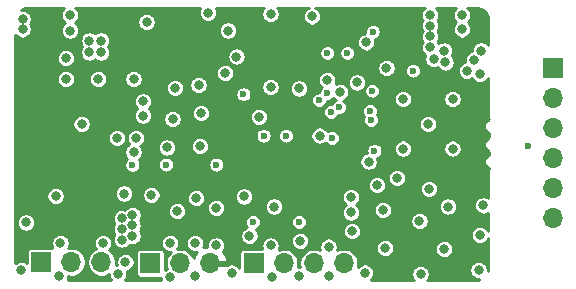
<source format=gbr>
%TF.GenerationSoftware,KiCad,Pcbnew,(5.1.9)-1*%
%TF.CreationDate,2021-05-08T20:51:41+01:00*%
%TF.ProjectId,TSDZ2-ESP32-Alt,5453445a-322d-4455-9350-33322d416c74,A*%
%TF.SameCoordinates,Original*%
%TF.FileFunction,Copper,L3,Inr*%
%TF.FilePolarity,Positive*%
%FSLAX46Y46*%
G04 Gerber Fmt 4.6, Leading zero omitted, Abs format (unit mm)*
G04 Created by KiCad (PCBNEW (5.1.9)-1) date 2021-05-08 20:51:41*
%MOMM*%
%LPD*%
G01*
G04 APERTURE LIST*
%TA.AperFunction,ComponentPad*%
%ADD10O,1.700000X1.700000*%
%TD*%
%TA.AperFunction,ComponentPad*%
%ADD11R,1.700000X1.700000*%
%TD*%
%TA.AperFunction,ViaPad*%
%ADD12C,0.800000*%
%TD*%
%TA.AperFunction,ViaPad*%
%ADD13C,0.600000*%
%TD*%
%TA.AperFunction,Conductor*%
%ADD14C,0.254000*%
%TD*%
%TA.AperFunction,Conductor*%
%ADD15C,0.100000*%
%TD*%
G04 APERTURE END LIST*
D10*
%TO.N,+3V3*%
%TO.C,J2*%
X175500000Y-106300000D03*
%TO.N,/~RST*%
X175500000Y-103760000D03*
%TO.N,/GPIO0*%
X175500000Y-101220000D03*
%TO.N,/RXD*%
X175500000Y-98680000D03*
%TO.N,/TXD*%
X175500000Y-96140000D03*
D11*
%TO.N,GND*%
X175500000Y-93600000D03*
%TD*%
D10*
%TO.N,GND*%
%TO.C,J4*%
X137280000Y-110000000D03*
%TO.N,+48V*%
X134740000Y-110000000D03*
D11*
%TO.N,/PSU_EN*%
X132200000Y-110000000D03*
%TD*%
D10*
%TO.N,/RXL*%
%TO.C,J3*%
X157800000Y-110100000D03*
%TO.N,/RXC*%
X155260000Y-110100000D03*
%TO.N,/TXL*%
X152720000Y-110100000D03*
D11*
%TO.N,/TXC*%
X150180000Y-110100000D03*
%TD*%
D10*
%TO.N,+3V3*%
%TO.C,U6*%
X146480000Y-110100000D03*
%TO.N,/DS18B20_DQ*%
X143940000Y-110100000D03*
D11*
%TO.N,GND*%
X141400000Y-110100000D03*
%TD*%
D12*
%TO.N,GND*%
X164920000Y-98300000D03*
X167000000Y-100400000D03*
X167000000Y-96200000D03*
X162800000Y-96200000D03*
X162800000Y-100400000D03*
X138600000Y-99500000D03*
X140200000Y-99500000D03*
X140800000Y-96400000D03*
X140800000Y-97600000D03*
X168200000Y-93800000D03*
X169400000Y-92100000D03*
X166300000Y-92100000D03*
X166400000Y-93100000D03*
X165400000Y-92800000D03*
X165100000Y-91800000D03*
X167800000Y-90300000D03*
X168800000Y-92900000D03*
X169300000Y-94100000D03*
X167800000Y-89100000D03*
X165100000Y-90900000D03*
X165100000Y-90000000D03*
X165100000Y-89100000D03*
X139000000Y-106300000D03*
X139000000Y-107200000D03*
X139000000Y-108100000D03*
X139900000Y-107800000D03*
X139900000Y-106900000D03*
X139900000Y-106000000D03*
X139300000Y-110000000D03*
X137400000Y-108400000D03*
X130500000Y-110700000D03*
X138700000Y-111000000D03*
X148300000Y-110900000D03*
X159600000Y-110900000D03*
X169200000Y-110700000D03*
X130600000Y-90300000D03*
X130600000Y-89400000D03*
X134600000Y-89100000D03*
X134600000Y-90400000D03*
X149350000Y-104450000D03*
X159900000Y-101500000D03*
X155750000Y-99299998D03*
X141100000Y-89700000D03*
X148000000Y-90400000D03*
X165000000Y-103800000D03*
X166600000Y-105300000D03*
X151900000Y-105300000D03*
X151600000Y-89000000D03*
X151600000Y-95200000D03*
X154000000Y-95300000D03*
X155100000Y-89200000D03*
X159700000Y-91400000D03*
X161400000Y-93600000D03*
X150600000Y-97700000D03*
X148700000Y-92600000D03*
X146300000Y-88900000D03*
X140000000Y-100700000D03*
X130900000Y-106650000D03*
X134250000Y-92750000D03*
X134250000Y-94500000D03*
X137000000Y-94500000D03*
X140000000Y-94500000D03*
X143500000Y-95250000D03*
X145500000Y-95000000D03*
X147750000Y-94000000D03*
X158400000Y-105800000D03*
X160600000Y-103500000D03*
X162300000Y-102900000D03*
X161100000Y-105600000D03*
X158500000Y-107400000D03*
X161300000Y-108800000D03*
X164200000Y-106500000D03*
X169600000Y-105200000D03*
X169300000Y-107700000D03*
X164300000Y-111000000D03*
X166300000Y-108900000D03*
X143100000Y-108400000D03*
X143700000Y-105700000D03*
X147000000Y-105400000D03*
X145600000Y-100200000D03*
X145700000Y-97400000D03*
X142800000Y-100300000D03*
X143300000Y-97900000D03*
X145300000Y-104600000D03*
X133400000Y-104400000D03*
X133800000Y-108400000D03*
X133700000Y-111200000D03*
X156400000Y-94600000D03*
X157500000Y-95600000D03*
X158900000Y-94800000D03*
X154100000Y-108200000D03*
X156500000Y-108700000D03*
X156500000Y-111200000D03*
X154000000Y-111200000D03*
X151700000Y-111300000D03*
X151600000Y-108600000D03*
X149800000Y-107800000D03*
X147000000Y-108600000D03*
X143100000Y-111300000D03*
X145200000Y-108400000D03*
X145200000Y-111200000D03*
X141500000Y-104300000D03*
%TO.N,+5V*%
X139200000Y-104200000D03*
X135600000Y-98300000D03*
X158400000Y-104500000D03*
%TO.N,+3V3*%
X140700000Y-92300000D03*
X140700000Y-91400000D03*
X141600000Y-92300000D03*
X141600000Y-91400000D03*
X149300000Y-100050006D03*
X169400044Y-103800000D03*
X169600000Y-97700000D03*
X169600000Y-96600000D03*
X152500000Y-98200000D03*
X158900000Y-98900000D03*
D13*
X164999992Y-93699992D03*
D12*
X153400000Y-89200000D03*
X155900000Y-93500000D03*
X159847503Y-89695005D03*
X148300000Y-107900000D03*
D13*
%TO.N,/SCL*%
X156700000Y-97300000D03*
X156400000Y-92300000D03*
X155700002Y-96300000D03*
%TO.N,/SDA*%
X158100000Y-92300000D03*
X157400000Y-96900000D03*
X156400000Y-95700000D03*
%TO.N,/DS18B20_DQ*%
X154000000Y-106600000D03*
X150099998Y-106600002D03*
%TO.N,/~RST*%
X173350000Y-100150000D03*
X163650000Y-93800000D03*
X147000000Y-101750000D03*
X160249995Y-90499995D03*
%TO.N,/GPIO0*%
X160393007Y-100567439D03*
%TO.N,/GPIO26*%
X152900000Y-99300000D03*
X160024994Y-97202234D03*
%TO.N,/GPIO27*%
X151000000Y-99300000D03*
X160100000Y-98000000D03*
%TO.N,/GPIO33*%
X156800000Y-99499998D03*
X160199143Y-95496990D03*
X149300000Y-95800000D03*
%TO.N,/~PSU_RST*%
X139900000Y-101800000D03*
X142750000Y-101750000D03*
D12*
%TO.N,Net-(JP2-Pad1)*%
X136250000Y-91250000D03*
X136250000Y-92250000D03*
X137250000Y-92250000D03*
X137250000Y-91250000D03*
%TD*%
D14*
%TO.N,+3V3*%
X134104691Y-88496464D02*
X133996464Y-88604691D01*
X133911431Y-88731952D01*
X133852859Y-88873357D01*
X133823000Y-89023472D01*
X133823000Y-89176528D01*
X133852859Y-89326643D01*
X133911431Y-89468048D01*
X133996464Y-89595309D01*
X134104691Y-89703536D01*
X134174229Y-89750000D01*
X134104691Y-89796464D01*
X133996464Y-89904691D01*
X133911431Y-90031952D01*
X133852859Y-90173357D01*
X133823000Y-90323472D01*
X133823000Y-90476528D01*
X133852859Y-90626643D01*
X133911431Y-90768048D01*
X133996464Y-90895309D01*
X134104691Y-91003536D01*
X134231952Y-91088569D01*
X134373357Y-91147141D01*
X134523472Y-91177000D01*
X134676528Y-91177000D01*
X134694264Y-91173472D01*
X135473000Y-91173472D01*
X135473000Y-91326528D01*
X135502859Y-91476643D01*
X135561431Y-91618048D01*
X135646464Y-91745309D01*
X135651155Y-91750000D01*
X135646464Y-91754691D01*
X135561431Y-91881952D01*
X135502859Y-92023357D01*
X135473000Y-92173472D01*
X135473000Y-92326528D01*
X135502859Y-92476643D01*
X135561431Y-92618048D01*
X135646464Y-92745309D01*
X135754691Y-92853536D01*
X135881952Y-92938569D01*
X136023357Y-92997141D01*
X136173472Y-93027000D01*
X136326528Y-93027000D01*
X136476643Y-92997141D01*
X136618048Y-92938569D01*
X136745309Y-92853536D01*
X136750000Y-92848845D01*
X136754691Y-92853536D01*
X136881952Y-92938569D01*
X137023357Y-92997141D01*
X137173472Y-93027000D01*
X137326528Y-93027000D01*
X137476643Y-92997141D01*
X137618048Y-92938569D01*
X137745309Y-92853536D01*
X137853536Y-92745309D01*
X137938569Y-92618048D01*
X137977743Y-92523472D01*
X147923000Y-92523472D01*
X147923000Y-92676528D01*
X147952859Y-92826643D01*
X148011431Y-92968048D01*
X148096464Y-93095309D01*
X148204691Y-93203536D01*
X148331952Y-93288569D01*
X148473357Y-93347141D01*
X148623472Y-93377000D01*
X148776528Y-93377000D01*
X148926643Y-93347141D01*
X149068048Y-93288569D01*
X149195309Y-93203536D01*
X149303536Y-93095309D01*
X149388569Y-92968048D01*
X149447141Y-92826643D01*
X149477000Y-92676528D01*
X149477000Y-92523472D01*
X149447141Y-92373357D01*
X149389137Y-92233321D01*
X155723000Y-92233321D01*
X155723000Y-92366679D01*
X155749016Y-92497474D01*
X155800050Y-92620680D01*
X155874140Y-92731563D01*
X155968437Y-92825860D01*
X156079320Y-92899950D01*
X156202526Y-92950984D01*
X156333321Y-92977000D01*
X156466679Y-92977000D01*
X156597474Y-92950984D01*
X156720680Y-92899950D01*
X156831563Y-92825860D01*
X156925860Y-92731563D01*
X156999950Y-92620680D01*
X157050984Y-92497474D01*
X157077000Y-92366679D01*
X157077000Y-92233321D01*
X157423000Y-92233321D01*
X157423000Y-92366679D01*
X157449016Y-92497474D01*
X157500050Y-92620680D01*
X157574140Y-92731563D01*
X157668437Y-92825860D01*
X157779320Y-92899950D01*
X157902526Y-92950984D01*
X158033321Y-92977000D01*
X158166679Y-92977000D01*
X158297474Y-92950984D01*
X158420680Y-92899950D01*
X158531563Y-92825860D01*
X158625860Y-92731563D01*
X158699950Y-92620680D01*
X158750984Y-92497474D01*
X158777000Y-92366679D01*
X158777000Y-92233321D01*
X158750984Y-92102526D01*
X158699950Y-91979320D01*
X158625860Y-91868437D01*
X158531563Y-91774140D01*
X158420680Y-91700050D01*
X158297474Y-91649016D01*
X158166679Y-91623000D01*
X158033321Y-91623000D01*
X157902526Y-91649016D01*
X157779320Y-91700050D01*
X157668437Y-91774140D01*
X157574140Y-91868437D01*
X157500050Y-91979320D01*
X157449016Y-92102526D01*
X157423000Y-92233321D01*
X157077000Y-92233321D01*
X157050984Y-92102526D01*
X156999950Y-91979320D01*
X156925860Y-91868437D01*
X156831563Y-91774140D01*
X156720680Y-91700050D01*
X156597474Y-91649016D01*
X156466679Y-91623000D01*
X156333321Y-91623000D01*
X156202526Y-91649016D01*
X156079320Y-91700050D01*
X155968437Y-91774140D01*
X155874140Y-91868437D01*
X155800050Y-91979320D01*
X155749016Y-92102526D01*
X155723000Y-92233321D01*
X149389137Y-92233321D01*
X149388569Y-92231952D01*
X149303536Y-92104691D01*
X149195309Y-91996464D01*
X149068048Y-91911431D01*
X148926643Y-91852859D01*
X148776528Y-91823000D01*
X148623472Y-91823000D01*
X148473357Y-91852859D01*
X148331952Y-91911431D01*
X148204691Y-91996464D01*
X148096464Y-92104691D01*
X148011431Y-92231952D01*
X147952859Y-92373357D01*
X147923000Y-92523472D01*
X137977743Y-92523472D01*
X137997141Y-92476643D01*
X138027000Y-92326528D01*
X138027000Y-92173472D01*
X137997141Y-92023357D01*
X137938569Y-91881952D01*
X137853536Y-91754691D01*
X137848845Y-91750000D01*
X137853536Y-91745309D01*
X137938569Y-91618048D01*
X137997141Y-91476643D01*
X138027000Y-91326528D01*
X138027000Y-91323472D01*
X158923000Y-91323472D01*
X158923000Y-91476528D01*
X158952859Y-91626643D01*
X159011431Y-91768048D01*
X159096464Y-91895309D01*
X159204691Y-92003536D01*
X159331952Y-92088569D01*
X159473357Y-92147141D01*
X159623472Y-92177000D01*
X159776528Y-92177000D01*
X159926643Y-92147141D01*
X160068048Y-92088569D01*
X160195309Y-92003536D01*
X160303536Y-91895309D01*
X160388569Y-91768048D01*
X160447141Y-91626643D01*
X160477000Y-91476528D01*
X160477000Y-91323472D01*
X160447141Y-91173357D01*
X160438602Y-91152743D01*
X160447469Y-91150979D01*
X160570675Y-91099945D01*
X160681558Y-91025855D01*
X160775855Y-90931558D01*
X160849945Y-90820675D01*
X160900979Y-90697469D01*
X160926995Y-90566674D01*
X160926995Y-90433316D01*
X160900979Y-90302521D01*
X160849945Y-90179315D01*
X160775855Y-90068432D01*
X160681558Y-89974135D01*
X160570675Y-89900045D01*
X160447469Y-89849011D01*
X160316674Y-89822995D01*
X160183316Y-89822995D01*
X160052521Y-89849011D01*
X159929315Y-89900045D01*
X159818432Y-89974135D01*
X159724135Y-90068432D01*
X159650045Y-90179315D01*
X159599011Y-90302521D01*
X159572995Y-90433316D01*
X159572995Y-90566674D01*
X159585693Y-90630514D01*
X159473357Y-90652859D01*
X159331952Y-90711431D01*
X159204691Y-90796464D01*
X159096464Y-90904691D01*
X159011431Y-91031952D01*
X158952859Y-91173357D01*
X158923000Y-91323472D01*
X138027000Y-91323472D01*
X138027000Y-91173472D01*
X137997141Y-91023357D01*
X137938569Y-90881952D01*
X137853536Y-90754691D01*
X137745309Y-90646464D01*
X137618048Y-90561431D01*
X137476643Y-90502859D01*
X137326528Y-90473000D01*
X137173472Y-90473000D01*
X137023357Y-90502859D01*
X136881952Y-90561431D01*
X136754691Y-90646464D01*
X136750000Y-90651155D01*
X136745309Y-90646464D01*
X136618048Y-90561431D01*
X136476643Y-90502859D01*
X136326528Y-90473000D01*
X136173472Y-90473000D01*
X136023357Y-90502859D01*
X135881952Y-90561431D01*
X135754691Y-90646464D01*
X135646464Y-90754691D01*
X135561431Y-90881952D01*
X135502859Y-91023357D01*
X135473000Y-91173472D01*
X134694264Y-91173472D01*
X134826643Y-91147141D01*
X134968048Y-91088569D01*
X135095309Y-91003536D01*
X135203536Y-90895309D01*
X135288569Y-90768048D01*
X135347141Y-90626643D01*
X135377000Y-90476528D01*
X135377000Y-90323472D01*
X135347141Y-90173357D01*
X135288569Y-90031952D01*
X135203536Y-89904691D01*
X135095309Y-89796464D01*
X135025771Y-89750000D01*
X135095309Y-89703536D01*
X135175373Y-89623472D01*
X140323000Y-89623472D01*
X140323000Y-89776528D01*
X140352859Y-89926643D01*
X140411431Y-90068048D01*
X140496464Y-90195309D01*
X140604691Y-90303536D01*
X140731952Y-90388569D01*
X140873357Y-90447141D01*
X141023472Y-90477000D01*
X141176528Y-90477000D01*
X141326643Y-90447141D01*
X141468048Y-90388569D01*
X141565472Y-90323472D01*
X147223000Y-90323472D01*
X147223000Y-90476528D01*
X147252859Y-90626643D01*
X147311431Y-90768048D01*
X147396464Y-90895309D01*
X147504691Y-91003536D01*
X147631952Y-91088569D01*
X147773357Y-91147141D01*
X147923472Y-91177000D01*
X148076528Y-91177000D01*
X148226643Y-91147141D01*
X148368048Y-91088569D01*
X148495309Y-91003536D01*
X148603536Y-90895309D01*
X148688569Y-90768048D01*
X148747141Y-90626643D01*
X148777000Y-90476528D01*
X148777000Y-90323472D01*
X148747141Y-90173357D01*
X148688569Y-90031952D01*
X148603536Y-89904691D01*
X148495309Y-89796464D01*
X148368048Y-89711431D01*
X148226643Y-89652859D01*
X148076528Y-89623000D01*
X147923472Y-89623000D01*
X147773357Y-89652859D01*
X147631952Y-89711431D01*
X147504691Y-89796464D01*
X147396464Y-89904691D01*
X147311431Y-90031952D01*
X147252859Y-90173357D01*
X147223000Y-90323472D01*
X141565472Y-90323472D01*
X141595309Y-90303536D01*
X141703536Y-90195309D01*
X141788569Y-90068048D01*
X141847141Y-89926643D01*
X141877000Y-89776528D01*
X141877000Y-89623472D01*
X141847141Y-89473357D01*
X141788569Y-89331952D01*
X141703536Y-89204691D01*
X141595309Y-89096464D01*
X141468048Y-89011431D01*
X141326643Y-88952859D01*
X141176528Y-88923000D01*
X141023472Y-88923000D01*
X140873357Y-88952859D01*
X140731952Y-89011431D01*
X140604691Y-89096464D01*
X140496464Y-89204691D01*
X140411431Y-89331952D01*
X140352859Y-89473357D01*
X140323000Y-89623472D01*
X135175373Y-89623472D01*
X135203536Y-89595309D01*
X135288569Y-89468048D01*
X135347141Y-89326643D01*
X135377000Y-89176528D01*
X135377000Y-89023472D01*
X135347141Y-88873357D01*
X135288569Y-88731952D01*
X135203536Y-88604691D01*
X135095309Y-88496464D01*
X135066179Y-88477000D01*
X145648149Y-88477000D01*
X145611431Y-88531952D01*
X145552859Y-88673357D01*
X145523000Y-88823472D01*
X145523000Y-88976528D01*
X145552859Y-89126643D01*
X145611431Y-89268048D01*
X145696464Y-89395309D01*
X145804691Y-89503536D01*
X145931952Y-89588569D01*
X146073357Y-89647141D01*
X146223472Y-89677000D01*
X146376528Y-89677000D01*
X146526643Y-89647141D01*
X146668048Y-89588569D01*
X146795309Y-89503536D01*
X146903536Y-89395309D01*
X146988569Y-89268048D01*
X147047141Y-89126643D01*
X147077000Y-88976528D01*
X147077000Y-88823472D01*
X147047141Y-88673357D01*
X146988569Y-88531952D01*
X146951851Y-88477000D01*
X151024155Y-88477000D01*
X150996464Y-88504691D01*
X150911431Y-88631952D01*
X150852859Y-88773357D01*
X150823000Y-88923472D01*
X150823000Y-89076528D01*
X150852859Y-89226643D01*
X150911431Y-89368048D01*
X150996464Y-89495309D01*
X151104691Y-89603536D01*
X151231952Y-89688569D01*
X151373357Y-89747141D01*
X151523472Y-89777000D01*
X151676528Y-89777000D01*
X151826643Y-89747141D01*
X151968048Y-89688569D01*
X152095309Y-89603536D01*
X152203536Y-89495309D01*
X152288569Y-89368048D01*
X152347141Y-89226643D01*
X152377000Y-89076528D01*
X152377000Y-88923472D01*
X152347141Y-88773357D01*
X152288569Y-88631952D01*
X152203536Y-88504691D01*
X152175845Y-88477000D01*
X154815076Y-88477000D01*
X154731952Y-88511431D01*
X154604691Y-88596464D01*
X154496464Y-88704691D01*
X154411431Y-88831952D01*
X154352859Y-88973357D01*
X154323000Y-89123472D01*
X154323000Y-89276528D01*
X154352859Y-89426643D01*
X154411431Y-89568048D01*
X154496464Y-89695309D01*
X154604691Y-89803536D01*
X154731952Y-89888569D01*
X154873357Y-89947141D01*
X155023472Y-89977000D01*
X155176528Y-89977000D01*
X155326643Y-89947141D01*
X155468048Y-89888569D01*
X155595309Y-89803536D01*
X155703536Y-89695309D01*
X155788569Y-89568048D01*
X155847141Y-89426643D01*
X155877000Y-89276528D01*
X155877000Y-89123472D01*
X155847141Y-88973357D01*
X155788569Y-88831952D01*
X155703536Y-88704691D01*
X155595309Y-88596464D01*
X155468048Y-88511431D01*
X155384924Y-88477000D01*
X164633821Y-88477000D01*
X164604691Y-88496464D01*
X164496464Y-88604691D01*
X164411431Y-88731952D01*
X164352859Y-88873357D01*
X164323000Y-89023472D01*
X164323000Y-89176528D01*
X164352859Y-89326643D01*
X164411431Y-89468048D01*
X164466190Y-89550000D01*
X164411431Y-89631952D01*
X164352859Y-89773357D01*
X164323000Y-89923472D01*
X164323000Y-90076528D01*
X164352859Y-90226643D01*
X164411431Y-90368048D01*
X164466190Y-90450000D01*
X164411431Y-90531952D01*
X164352859Y-90673357D01*
X164323000Y-90823472D01*
X164323000Y-90976528D01*
X164352859Y-91126643D01*
X164411431Y-91268048D01*
X164466190Y-91350000D01*
X164411431Y-91431952D01*
X164352859Y-91573357D01*
X164323000Y-91723472D01*
X164323000Y-91876528D01*
X164352859Y-92026643D01*
X164411431Y-92168048D01*
X164496464Y-92295309D01*
X164604691Y-92403536D01*
X164697511Y-92465557D01*
X164652859Y-92573357D01*
X164623000Y-92723472D01*
X164623000Y-92876528D01*
X164652859Y-93026643D01*
X164711431Y-93168048D01*
X164796464Y-93295309D01*
X164904691Y-93403536D01*
X165031952Y-93488569D01*
X165173357Y-93547141D01*
X165323472Y-93577000D01*
X165476528Y-93577000D01*
X165626643Y-93547141D01*
X165734443Y-93502489D01*
X165796464Y-93595309D01*
X165904691Y-93703536D01*
X166031952Y-93788569D01*
X166173357Y-93847141D01*
X166323472Y-93877000D01*
X166476528Y-93877000D01*
X166626643Y-93847141D01*
X166768048Y-93788569D01*
X166895309Y-93703536D01*
X167003536Y-93595309D01*
X167088569Y-93468048D01*
X167147141Y-93326643D01*
X167177000Y-93176528D01*
X167177000Y-93023472D01*
X167147141Y-92873357D01*
X167088569Y-92731952D01*
X167003536Y-92604691D01*
X166939832Y-92540987D01*
X166988569Y-92468048D01*
X167047141Y-92326643D01*
X167077000Y-92176528D01*
X167077000Y-92023472D01*
X167047141Y-91873357D01*
X166988569Y-91731952D01*
X166903536Y-91604691D01*
X166795309Y-91496464D01*
X166668048Y-91411431D01*
X166526643Y-91352859D01*
X166376528Y-91323000D01*
X166223472Y-91323000D01*
X166073357Y-91352859D01*
X165931952Y-91411431D01*
X165812993Y-91490917D01*
X165788569Y-91431952D01*
X165733810Y-91350000D01*
X165788569Y-91268048D01*
X165847141Y-91126643D01*
X165877000Y-90976528D01*
X165877000Y-90823472D01*
X165847141Y-90673357D01*
X165788569Y-90531952D01*
X165733810Y-90450000D01*
X165788569Y-90368048D01*
X165847141Y-90226643D01*
X165877000Y-90076528D01*
X165877000Y-89923472D01*
X165847141Y-89773357D01*
X165788569Y-89631952D01*
X165733810Y-89550000D01*
X165788569Y-89468048D01*
X165847141Y-89326643D01*
X165877000Y-89176528D01*
X165877000Y-89023472D01*
X165847141Y-88873357D01*
X165788569Y-88731952D01*
X165703536Y-88604691D01*
X165595309Y-88496464D01*
X165566179Y-88477000D01*
X167333821Y-88477000D01*
X167304691Y-88496464D01*
X167196464Y-88604691D01*
X167111431Y-88731952D01*
X167052859Y-88873357D01*
X167023000Y-89023472D01*
X167023000Y-89176528D01*
X167052859Y-89326643D01*
X167111431Y-89468048D01*
X167196464Y-89595309D01*
X167301155Y-89700000D01*
X167196464Y-89804691D01*
X167111431Y-89931952D01*
X167052859Y-90073357D01*
X167023000Y-90223472D01*
X167023000Y-90376528D01*
X167052859Y-90526643D01*
X167111431Y-90668048D01*
X167196464Y-90795309D01*
X167304691Y-90903536D01*
X167431952Y-90988569D01*
X167573357Y-91047141D01*
X167723472Y-91077000D01*
X167876528Y-91077000D01*
X168026643Y-91047141D01*
X168168048Y-90988569D01*
X168295309Y-90903536D01*
X168403536Y-90795309D01*
X168488569Y-90668048D01*
X168547141Y-90526643D01*
X168577000Y-90376528D01*
X168577000Y-90223472D01*
X168547141Y-90073357D01*
X168488569Y-89931952D01*
X168403536Y-89804691D01*
X168298845Y-89700000D01*
X168403536Y-89595309D01*
X168488569Y-89468048D01*
X168547141Y-89326643D01*
X168577000Y-89176528D01*
X168577000Y-89023472D01*
X168547141Y-88873357D01*
X168488569Y-88731952D01*
X168403536Y-88604691D01*
X168295309Y-88496464D01*
X168266179Y-88477000D01*
X168976666Y-88477000D01*
X169198261Y-88498727D01*
X169388961Y-88556303D01*
X169564855Y-88649828D01*
X169719227Y-88775731D01*
X169846208Y-88929224D01*
X169940957Y-89104459D01*
X169999865Y-89294758D01*
X170023001Y-89514888D01*
X170023001Y-91633822D01*
X170003536Y-91604691D01*
X169895309Y-91496464D01*
X169768048Y-91411431D01*
X169626643Y-91352859D01*
X169476528Y-91323000D01*
X169323472Y-91323000D01*
X169173357Y-91352859D01*
X169031952Y-91411431D01*
X168904691Y-91496464D01*
X168796464Y-91604691D01*
X168711431Y-91731952D01*
X168652859Y-91873357D01*
X168623000Y-92023472D01*
X168623000Y-92142985D01*
X168573357Y-92152859D01*
X168431952Y-92211431D01*
X168304691Y-92296464D01*
X168196464Y-92404691D01*
X168111431Y-92531952D01*
X168052859Y-92673357D01*
X168023000Y-92823472D01*
X168023000Y-92976528D01*
X168035716Y-93040455D01*
X167973357Y-93052859D01*
X167831952Y-93111431D01*
X167704691Y-93196464D01*
X167596464Y-93304691D01*
X167511431Y-93431952D01*
X167452859Y-93573357D01*
X167423000Y-93723472D01*
X167423000Y-93876528D01*
X167452859Y-94026643D01*
X167511431Y-94168048D01*
X167596464Y-94295309D01*
X167704691Y-94403536D01*
X167831952Y-94488569D01*
X167973357Y-94547141D01*
X168123472Y-94577000D01*
X168276528Y-94577000D01*
X168426643Y-94547141D01*
X168568048Y-94488569D01*
X168608684Y-94461417D01*
X168611431Y-94468048D01*
X168696464Y-94595309D01*
X168804691Y-94703536D01*
X168931952Y-94788569D01*
X169073357Y-94847141D01*
X169223472Y-94877000D01*
X169376528Y-94877000D01*
X169526643Y-94847141D01*
X169668048Y-94788569D01*
X169795309Y-94703536D01*
X169903536Y-94595309D01*
X169988569Y-94468048D01*
X170023000Y-94384923D01*
X170023000Y-97623422D01*
X170025024Y-97643969D01*
X170024985Y-97649514D01*
X170025635Y-97656142D01*
X170043995Y-97830829D01*
X170052691Y-97873192D01*
X170060789Y-97915647D01*
X170062071Y-97919893D01*
X170003004Y-97944360D01*
X169900311Y-98012977D01*
X169812977Y-98100311D01*
X169744360Y-98203004D01*
X169697095Y-98317111D01*
X169673000Y-98438246D01*
X169673000Y-98561754D01*
X169697095Y-98682889D01*
X169744360Y-98796996D01*
X169812977Y-98899689D01*
X169900311Y-98987023D01*
X170003004Y-99055640D01*
X170117111Y-99102905D01*
X170123000Y-99104076D01*
X170123000Y-99445924D01*
X170117111Y-99447095D01*
X170003004Y-99494360D01*
X169900311Y-99562977D01*
X169812977Y-99650311D01*
X169744360Y-99753004D01*
X169697095Y-99867111D01*
X169673000Y-99988246D01*
X169673000Y-100111754D01*
X169697095Y-100232889D01*
X169744360Y-100346996D01*
X169812977Y-100449689D01*
X169900311Y-100537023D01*
X170003004Y-100605640D01*
X170117111Y-100652905D01*
X170123000Y-100654076D01*
X170123000Y-100895924D01*
X170117111Y-100897095D01*
X170003004Y-100944360D01*
X169900311Y-101012977D01*
X169812977Y-101100311D01*
X169744360Y-101203004D01*
X169697095Y-101317111D01*
X169673000Y-101438246D01*
X169673000Y-101561754D01*
X169697095Y-101682889D01*
X169744360Y-101796996D01*
X169812977Y-101899689D01*
X169900311Y-101987023D01*
X170003004Y-102055640D01*
X170062609Y-102080329D01*
X170060499Y-102087319D01*
X170052098Y-102129746D01*
X170043112Y-102172019D01*
X170042416Y-102178643D01*
X170025276Y-102353454D01*
X170025276Y-102353470D01*
X170023000Y-102376578D01*
X170023000Y-104548149D01*
X169968048Y-104511431D01*
X169826643Y-104452859D01*
X169676528Y-104423000D01*
X169523472Y-104423000D01*
X169373357Y-104452859D01*
X169231952Y-104511431D01*
X169104691Y-104596464D01*
X168996464Y-104704691D01*
X168911431Y-104831952D01*
X168852859Y-104973357D01*
X168823000Y-105123472D01*
X168823000Y-105276528D01*
X168852859Y-105426643D01*
X168911431Y-105568048D01*
X168996464Y-105695309D01*
X169104691Y-105803536D01*
X169231952Y-105888569D01*
X169373357Y-105947141D01*
X169523472Y-105977000D01*
X169676528Y-105977000D01*
X169826643Y-105947141D01*
X169968048Y-105888569D01*
X170023000Y-105851851D01*
X170023001Y-107415077D01*
X169988569Y-107331952D01*
X169903536Y-107204691D01*
X169795309Y-107096464D01*
X169668048Y-107011431D01*
X169526643Y-106952859D01*
X169376528Y-106923000D01*
X169223472Y-106923000D01*
X169073357Y-106952859D01*
X168931952Y-107011431D01*
X168804691Y-107096464D01*
X168696464Y-107204691D01*
X168611431Y-107331952D01*
X168552859Y-107473357D01*
X168523000Y-107623472D01*
X168523000Y-107776528D01*
X168552859Y-107926643D01*
X168611431Y-108068048D01*
X168696464Y-108195309D01*
X168804691Y-108303536D01*
X168931952Y-108388569D01*
X169073357Y-108447141D01*
X169223472Y-108477000D01*
X169376528Y-108477000D01*
X169526643Y-108447141D01*
X169668048Y-108388569D01*
X169795309Y-108303536D01*
X169903536Y-108195309D01*
X169988569Y-108068048D01*
X170023001Y-107984923D01*
X170023001Y-110476656D01*
X170001273Y-110698261D01*
X169975760Y-110782764D01*
X169977000Y-110776528D01*
X169977000Y-110623472D01*
X169947141Y-110473357D01*
X169888569Y-110331952D01*
X169803536Y-110204691D01*
X169695309Y-110096464D01*
X169568048Y-110011431D01*
X169426643Y-109952859D01*
X169276528Y-109923000D01*
X169123472Y-109923000D01*
X168973357Y-109952859D01*
X168831952Y-110011431D01*
X168704691Y-110096464D01*
X168596464Y-110204691D01*
X168511431Y-110331952D01*
X168452859Y-110473357D01*
X168423000Y-110623472D01*
X168423000Y-110776528D01*
X168452859Y-110926643D01*
X168511431Y-111068048D01*
X168596464Y-111195309D01*
X168704691Y-111303536D01*
X168831952Y-111388569D01*
X168973357Y-111447141D01*
X169123472Y-111477000D01*
X169276528Y-111477000D01*
X169283742Y-111475565D01*
X169205242Y-111499865D01*
X168985122Y-111523000D01*
X164875845Y-111523000D01*
X164903536Y-111495309D01*
X164988569Y-111368048D01*
X165047141Y-111226643D01*
X165077000Y-111076528D01*
X165077000Y-110923472D01*
X165047141Y-110773357D01*
X164988569Y-110631952D01*
X164903536Y-110504691D01*
X164795309Y-110396464D01*
X164668048Y-110311431D01*
X164526643Y-110252859D01*
X164376528Y-110223000D01*
X164223472Y-110223000D01*
X164073357Y-110252859D01*
X163931952Y-110311431D01*
X163804691Y-110396464D01*
X163696464Y-110504691D01*
X163611431Y-110631952D01*
X163552859Y-110773357D01*
X163523000Y-110923472D01*
X163523000Y-111076528D01*
X163552859Y-111226643D01*
X163611431Y-111368048D01*
X163696464Y-111495309D01*
X163724155Y-111523000D01*
X160066179Y-111523000D01*
X160095309Y-111503536D01*
X160203536Y-111395309D01*
X160288569Y-111268048D01*
X160347141Y-111126643D01*
X160377000Y-110976528D01*
X160377000Y-110823472D01*
X160347141Y-110673357D01*
X160288569Y-110531952D01*
X160203536Y-110404691D01*
X160095309Y-110296464D01*
X159968048Y-110211431D01*
X159826643Y-110152859D01*
X159676528Y-110123000D01*
X159523472Y-110123000D01*
X159373357Y-110152859D01*
X159231952Y-110211431D01*
X159104691Y-110296464D01*
X158996464Y-110404691D01*
X158987874Y-110417546D01*
X159027000Y-110220849D01*
X159027000Y-109979151D01*
X158979847Y-109742097D01*
X158887353Y-109518798D01*
X158753073Y-109317833D01*
X158582167Y-109146927D01*
X158381202Y-109012647D01*
X158157903Y-108920153D01*
X157920849Y-108873000D01*
X157679151Y-108873000D01*
X157442097Y-108920153D01*
X157218798Y-109012647D01*
X157208731Y-109019374D01*
X157247141Y-108926643D01*
X157277000Y-108776528D01*
X157277000Y-108723472D01*
X160523000Y-108723472D01*
X160523000Y-108876528D01*
X160552859Y-109026643D01*
X160611431Y-109168048D01*
X160696464Y-109295309D01*
X160804691Y-109403536D01*
X160931952Y-109488569D01*
X161073357Y-109547141D01*
X161223472Y-109577000D01*
X161376528Y-109577000D01*
X161526643Y-109547141D01*
X161668048Y-109488569D01*
X161795309Y-109403536D01*
X161903536Y-109295309D01*
X161988569Y-109168048D01*
X162047141Y-109026643D01*
X162077000Y-108876528D01*
X162077000Y-108823472D01*
X165523000Y-108823472D01*
X165523000Y-108976528D01*
X165552859Y-109126643D01*
X165611431Y-109268048D01*
X165696464Y-109395309D01*
X165804691Y-109503536D01*
X165931952Y-109588569D01*
X166073357Y-109647141D01*
X166223472Y-109677000D01*
X166376528Y-109677000D01*
X166526643Y-109647141D01*
X166668048Y-109588569D01*
X166795309Y-109503536D01*
X166903536Y-109395309D01*
X166988569Y-109268048D01*
X167047141Y-109126643D01*
X167077000Y-108976528D01*
X167077000Y-108823472D01*
X167047141Y-108673357D01*
X166988569Y-108531952D01*
X166903536Y-108404691D01*
X166795309Y-108296464D01*
X166668048Y-108211431D01*
X166526643Y-108152859D01*
X166376528Y-108123000D01*
X166223472Y-108123000D01*
X166073357Y-108152859D01*
X165931952Y-108211431D01*
X165804691Y-108296464D01*
X165696464Y-108404691D01*
X165611431Y-108531952D01*
X165552859Y-108673357D01*
X165523000Y-108823472D01*
X162077000Y-108823472D01*
X162077000Y-108723472D01*
X162047141Y-108573357D01*
X161988569Y-108431952D01*
X161903536Y-108304691D01*
X161795309Y-108196464D01*
X161668048Y-108111431D01*
X161526643Y-108052859D01*
X161376528Y-108023000D01*
X161223472Y-108023000D01*
X161073357Y-108052859D01*
X160931952Y-108111431D01*
X160804691Y-108196464D01*
X160696464Y-108304691D01*
X160611431Y-108431952D01*
X160552859Y-108573357D01*
X160523000Y-108723472D01*
X157277000Y-108723472D01*
X157277000Y-108623472D01*
X157247141Y-108473357D01*
X157188569Y-108331952D01*
X157103536Y-108204691D01*
X156995309Y-108096464D01*
X156868048Y-108011431D01*
X156726643Y-107952859D01*
X156576528Y-107923000D01*
X156423472Y-107923000D01*
X156273357Y-107952859D01*
X156131952Y-108011431D01*
X156004691Y-108096464D01*
X155896464Y-108204691D01*
X155811431Y-108331952D01*
X155752859Y-108473357D01*
X155723000Y-108623472D01*
X155723000Y-108776528D01*
X155752859Y-108926643D01*
X155777565Y-108986287D01*
X155617903Y-108920153D01*
X155380849Y-108873000D01*
X155139151Y-108873000D01*
X154902097Y-108920153D01*
X154678798Y-109012647D01*
X154477833Y-109146927D01*
X154306927Y-109317833D01*
X154172647Y-109518798D01*
X154080153Y-109742097D01*
X154033000Y-109979151D01*
X154033000Y-110220849D01*
X154073210Y-110423000D01*
X153923472Y-110423000D01*
X153906102Y-110426455D01*
X153947000Y-110220849D01*
X153947000Y-109979151D01*
X153899847Y-109742097D01*
X153807353Y-109518798D01*
X153673073Y-109317833D01*
X153502167Y-109146927D01*
X153301202Y-109012647D01*
X153077903Y-108920153D01*
X152840849Y-108873000D01*
X152599151Y-108873000D01*
X152362097Y-108920153D01*
X152297288Y-108946998D01*
X152347141Y-108826643D01*
X152377000Y-108676528D01*
X152377000Y-108523472D01*
X152347141Y-108373357D01*
X152288569Y-108231952D01*
X152216086Y-108123472D01*
X153323000Y-108123472D01*
X153323000Y-108276528D01*
X153352859Y-108426643D01*
X153411431Y-108568048D01*
X153496464Y-108695309D01*
X153604691Y-108803536D01*
X153731952Y-108888569D01*
X153873357Y-108947141D01*
X154023472Y-108977000D01*
X154176528Y-108977000D01*
X154326643Y-108947141D01*
X154468048Y-108888569D01*
X154595309Y-108803536D01*
X154703536Y-108695309D01*
X154788569Y-108568048D01*
X154847141Y-108426643D01*
X154877000Y-108276528D01*
X154877000Y-108123472D01*
X154847141Y-107973357D01*
X154788569Y-107831952D01*
X154703536Y-107704691D01*
X154595309Y-107596464D01*
X154468048Y-107511431D01*
X154326643Y-107452859D01*
X154176528Y-107423000D01*
X154023472Y-107423000D01*
X153873357Y-107452859D01*
X153731952Y-107511431D01*
X153604691Y-107596464D01*
X153496464Y-107704691D01*
X153411431Y-107831952D01*
X153352859Y-107973357D01*
X153323000Y-108123472D01*
X152216086Y-108123472D01*
X152203536Y-108104691D01*
X152095309Y-107996464D01*
X151968048Y-107911431D01*
X151826643Y-107852859D01*
X151676528Y-107823000D01*
X151523472Y-107823000D01*
X151373357Y-107852859D01*
X151231952Y-107911431D01*
X151104691Y-107996464D01*
X150996464Y-108104691D01*
X150911431Y-108231952D01*
X150852859Y-108373357D01*
X150823000Y-108523472D01*
X150823000Y-108676528D01*
X150852859Y-108826643D01*
X150871305Y-108871176D01*
X149330000Y-108871176D01*
X149256095Y-108878455D01*
X149185030Y-108900012D01*
X149119537Y-108935019D01*
X149062131Y-108982131D01*
X149015019Y-109039537D01*
X148980012Y-109105030D01*
X148958455Y-109176095D01*
X148951176Y-109250000D01*
X148951176Y-110475989D01*
X148903536Y-110404691D01*
X148795309Y-110296464D01*
X148668048Y-110211431D01*
X148526643Y-110152859D01*
X148376528Y-110123000D01*
X148223472Y-110123000D01*
X148073357Y-110152859D01*
X147931952Y-110211431D01*
X147828814Y-110280345D01*
X147800814Y-110227000D01*
X146607000Y-110227000D01*
X146607000Y-110247000D01*
X146353000Y-110247000D01*
X146353000Y-110227000D01*
X146333000Y-110227000D01*
X146333000Y-109973000D01*
X146353000Y-109973000D01*
X146353000Y-109953000D01*
X146607000Y-109953000D01*
X146607000Y-109973000D01*
X147800814Y-109973000D01*
X147921481Y-109743109D01*
X147824157Y-109468748D01*
X147675178Y-109218645D01*
X147582745Y-109116100D01*
X147603536Y-109095309D01*
X147688569Y-108968048D01*
X147747141Y-108826643D01*
X147777000Y-108676528D01*
X147777000Y-108523472D01*
X147747141Y-108373357D01*
X147688569Y-108231952D01*
X147603536Y-108104691D01*
X147495309Y-107996464D01*
X147368048Y-107911431D01*
X147226643Y-107852859D01*
X147076528Y-107823000D01*
X146923472Y-107823000D01*
X146773357Y-107852859D01*
X146631952Y-107911431D01*
X146504691Y-107996464D01*
X146396464Y-108104691D01*
X146311431Y-108231952D01*
X146252859Y-108373357D01*
X146223000Y-108523472D01*
X146223000Y-108676528D01*
X146230714Y-108715310D01*
X146123110Y-108658524D01*
X145975901Y-108703175D01*
X145900580Y-108739051D01*
X145947141Y-108626643D01*
X145977000Y-108476528D01*
X145977000Y-108323472D01*
X145947141Y-108173357D01*
X145888569Y-108031952D01*
X145803536Y-107904691D01*
X145695309Y-107796464D01*
X145586069Y-107723472D01*
X149023000Y-107723472D01*
X149023000Y-107876528D01*
X149052859Y-108026643D01*
X149111431Y-108168048D01*
X149196464Y-108295309D01*
X149304691Y-108403536D01*
X149431952Y-108488569D01*
X149573357Y-108547141D01*
X149723472Y-108577000D01*
X149876528Y-108577000D01*
X150026643Y-108547141D01*
X150168048Y-108488569D01*
X150295309Y-108403536D01*
X150403536Y-108295309D01*
X150488569Y-108168048D01*
X150547141Y-108026643D01*
X150577000Y-107876528D01*
X150577000Y-107723472D01*
X150547141Y-107573357D01*
X150488569Y-107431952D01*
X150416086Y-107323472D01*
X157723000Y-107323472D01*
X157723000Y-107476528D01*
X157752859Y-107626643D01*
X157811431Y-107768048D01*
X157896464Y-107895309D01*
X158004691Y-108003536D01*
X158131952Y-108088569D01*
X158273357Y-108147141D01*
X158423472Y-108177000D01*
X158576528Y-108177000D01*
X158726643Y-108147141D01*
X158868048Y-108088569D01*
X158995309Y-108003536D01*
X159103536Y-107895309D01*
X159188569Y-107768048D01*
X159247141Y-107626643D01*
X159277000Y-107476528D01*
X159277000Y-107323472D01*
X159247141Y-107173357D01*
X159188569Y-107031952D01*
X159103536Y-106904691D01*
X158995309Y-106796464D01*
X158868048Y-106711431D01*
X158726643Y-106652859D01*
X158576528Y-106623000D01*
X158423472Y-106623000D01*
X158273357Y-106652859D01*
X158131952Y-106711431D01*
X158004691Y-106796464D01*
X157896464Y-106904691D01*
X157811431Y-107031952D01*
X157752859Y-107173357D01*
X157723000Y-107323472D01*
X150416086Y-107323472D01*
X150403536Y-107304691D01*
X150334495Y-107235650D01*
X150420678Y-107199952D01*
X150531561Y-107125862D01*
X150625858Y-107031565D01*
X150699948Y-106920682D01*
X150750982Y-106797476D01*
X150776998Y-106666681D01*
X150776998Y-106533323D01*
X150776998Y-106533321D01*
X153323000Y-106533321D01*
X153323000Y-106666679D01*
X153349016Y-106797474D01*
X153400050Y-106920680D01*
X153474140Y-107031563D01*
X153568437Y-107125860D01*
X153679320Y-107199950D01*
X153802526Y-107250984D01*
X153933321Y-107277000D01*
X154066679Y-107277000D01*
X154197474Y-107250984D01*
X154320680Y-107199950D01*
X154431563Y-107125860D01*
X154525860Y-107031563D01*
X154599950Y-106920680D01*
X154650984Y-106797474D01*
X154677000Y-106666679D01*
X154677000Y-106533321D01*
X154650984Y-106402526D01*
X154599950Y-106279320D01*
X154525860Y-106168437D01*
X154431563Y-106074140D01*
X154320680Y-106000050D01*
X154197474Y-105949016D01*
X154066679Y-105923000D01*
X153933321Y-105923000D01*
X153802526Y-105949016D01*
X153679320Y-106000050D01*
X153568437Y-106074140D01*
X153474140Y-106168437D01*
X153400050Y-106279320D01*
X153349016Y-106402526D01*
X153323000Y-106533321D01*
X150776998Y-106533321D01*
X150750982Y-106402528D01*
X150699948Y-106279322D01*
X150625858Y-106168439D01*
X150531561Y-106074142D01*
X150420678Y-106000052D01*
X150297472Y-105949018D01*
X150166677Y-105923002D01*
X150033319Y-105923002D01*
X149902524Y-105949018D01*
X149779318Y-106000052D01*
X149668435Y-106074142D01*
X149574138Y-106168439D01*
X149500048Y-106279322D01*
X149449014Y-106402528D01*
X149422998Y-106533323D01*
X149422998Y-106666681D01*
X149449014Y-106797476D01*
X149500048Y-106920682D01*
X149574138Y-107031565D01*
X149591770Y-107049197D01*
X149573357Y-107052859D01*
X149431952Y-107111431D01*
X149304691Y-107196464D01*
X149196464Y-107304691D01*
X149111431Y-107431952D01*
X149052859Y-107573357D01*
X149023000Y-107723472D01*
X145586069Y-107723472D01*
X145568048Y-107711431D01*
X145426643Y-107652859D01*
X145276528Y-107623000D01*
X145123472Y-107623000D01*
X144973357Y-107652859D01*
X144831952Y-107711431D01*
X144704691Y-107796464D01*
X144596464Y-107904691D01*
X144511431Y-108031952D01*
X144452859Y-108173357D01*
X144423000Y-108323472D01*
X144423000Y-108476528D01*
X144452859Y-108626643D01*
X144511431Y-108768048D01*
X144596464Y-108895309D01*
X144704691Y-109003536D01*
X144831952Y-109088569D01*
X144973357Y-109147141D01*
X145123472Y-109177000D01*
X145276528Y-109177000D01*
X145332373Y-109165892D01*
X145284822Y-109218645D01*
X145135843Y-109468748D01*
X145076231Y-109636798D01*
X145027353Y-109518798D01*
X144893073Y-109317833D01*
X144722167Y-109146927D01*
X144521202Y-109012647D01*
X144297903Y-108920153D01*
X144060849Y-108873000D01*
X143819151Y-108873000D01*
X143702677Y-108896168D01*
X143703536Y-108895309D01*
X143788569Y-108768048D01*
X143847141Y-108626643D01*
X143877000Y-108476528D01*
X143877000Y-108323472D01*
X143847141Y-108173357D01*
X143788569Y-108031952D01*
X143703536Y-107904691D01*
X143595309Y-107796464D01*
X143468048Y-107711431D01*
X143326643Y-107652859D01*
X143176528Y-107623000D01*
X143023472Y-107623000D01*
X142873357Y-107652859D01*
X142731952Y-107711431D01*
X142604691Y-107796464D01*
X142496464Y-107904691D01*
X142411431Y-108031952D01*
X142352859Y-108173357D01*
X142323000Y-108323472D01*
X142323000Y-108476528D01*
X142352859Y-108626643D01*
X142411431Y-108768048D01*
X142496464Y-108895309D01*
X142604691Y-109003536D01*
X142731952Y-109088569D01*
X142873357Y-109147141D01*
X143023472Y-109177000D01*
X143127760Y-109177000D01*
X142986927Y-109317833D01*
X142852647Y-109518798D01*
X142760153Y-109742097D01*
X142713000Y-109979151D01*
X142713000Y-110220849D01*
X142760153Y-110457903D01*
X142810304Y-110578977D01*
X142731952Y-110611431D01*
X142628824Y-110680339D01*
X142628824Y-109250000D01*
X142621545Y-109176095D01*
X142599988Y-109105030D01*
X142564981Y-109039537D01*
X142517869Y-108982131D01*
X142460463Y-108935019D01*
X142394970Y-108900012D01*
X142323905Y-108878455D01*
X142250000Y-108871176D01*
X140550000Y-108871176D01*
X140476095Y-108878455D01*
X140405030Y-108900012D01*
X140339537Y-108935019D01*
X140282131Y-108982131D01*
X140235019Y-109039537D01*
X140200012Y-109105030D01*
X140178455Y-109176095D01*
X140171176Y-109250000D01*
X140171176Y-110950000D01*
X140178455Y-111023905D01*
X140200012Y-111094970D01*
X140235019Y-111160463D01*
X140282131Y-111217869D01*
X140339537Y-111264981D01*
X140405030Y-111299988D01*
X140476095Y-111321545D01*
X140550000Y-111328824D01*
X142250000Y-111328824D01*
X142323000Y-111321634D01*
X142323000Y-111376528D01*
X142352134Y-111523000D01*
X139275845Y-111523000D01*
X139303536Y-111495309D01*
X139388569Y-111368048D01*
X139447141Y-111226643D01*
X139477000Y-111076528D01*
X139477000Y-110923472D01*
X139447141Y-110773357D01*
X139443160Y-110763746D01*
X139526643Y-110747141D01*
X139668048Y-110688569D01*
X139795309Y-110603536D01*
X139903536Y-110495309D01*
X139988569Y-110368048D01*
X140047141Y-110226643D01*
X140077000Y-110076528D01*
X140077000Y-109923472D01*
X140047141Y-109773357D01*
X139988569Y-109631952D01*
X139903536Y-109504691D01*
X139795309Y-109396464D01*
X139668048Y-109311431D01*
X139526643Y-109252859D01*
X139376528Y-109223000D01*
X139223472Y-109223000D01*
X139073357Y-109252859D01*
X138931952Y-109311431D01*
X138804691Y-109396464D01*
X138696464Y-109504691D01*
X138611431Y-109631952D01*
X138552859Y-109773357D01*
X138523000Y-109923472D01*
X138523000Y-110076528D01*
X138552859Y-110226643D01*
X138556840Y-110236254D01*
X138481046Y-110251330D01*
X138507000Y-110120849D01*
X138507000Y-109879151D01*
X138459847Y-109642097D01*
X138367353Y-109418798D01*
X138233073Y-109217833D01*
X138062167Y-109046927D01*
X137936132Y-108962713D01*
X138003536Y-108895309D01*
X138088569Y-108768048D01*
X138147141Y-108626643D01*
X138177000Y-108476528D01*
X138177000Y-108323472D01*
X138147141Y-108173357D01*
X138088569Y-108031952D01*
X138003536Y-107904691D01*
X137895309Y-107796464D01*
X137768048Y-107711431D01*
X137626643Y-107652859D01*
X137476528Y-107623000D01*
X137323472Y-107623000D01*
X137173357Y-107652859D01*
X137031952Y-107711431D01*
X136904691Y-107796464D01*
X136796464Y-107904691D01*
X136711431Y-108031952D01*
X136652859Y-108173357D01*
X136623000Y-108323472D01*
X136623000Y-108476528D01*
X136652859Y-108626643D01*
X136711431Y-108768048D01*
X136784366Y-108877203D01*
X136698798Y-108912647D01*
X136497833Y-109046927D01*
X136326927Y-109217833D01*
X136192647Y-109418798D01*
X136100153Y-109642097D01*
X136053000Y-109879151D01*
X136053000Y-110120849D01*
X136100153Y-110357903D01*
X136192647Y-110581202D01*
X136326927Y-110782167D01*
X136497833Y-110953073D01*
X136698798Y-111087353D01*
X136922097Y-111179847D01*
X137159151Y-111227000D01*
X137400849Y-111227000D01*
X137637903Y-111179847D01*
X137861202Y-111087353D01*
X137923000Y-111046061D01*
X137923000Y-111076528D01*
X137952859Y-111226643D01*
X138011431Y-111368048D01*
X138096464Y-111495309D01*
X138124155Y-111523000D01*
X134407229Y-111523000D01*
X134447141Y-111426643D01*
X134477000Y-111276528D01*
X134477000Y-111198724D01*
X134619151Y-111227000D01*
X134860849Y-111227000D01*
X135097903Y-111179847D01*
X135321202Y-111087353D01*
X135522167Y-110953073D01*
X135693073Y-110782167D01*
X135827353Y-110581202D01*
X135919847Y-110357903D01*
X135967000Y-110120849D01*
X135967000Y-109879151D01*
X135919847Y-109642097D01*
X135827353Y-109418798D01*
X135693073Y-109217833D01*
X135522167Y-109046927D01*
X135321202Y-108912647D01*
X135097903Y-108820153D01*
X134860849Y-108773000D01*
X134619151Y-108773000D01*
X134464737Y-108803715D01*
X134488569Y-108768048D01*
X134547141Y-108626643D01*
X134577000Y-108476528D01*
X134577000Y-108323472D01*
X134547141Y-108173357D01*
X134488569Y-108031952D01*
X134403536Y-107904691D01*
X134295309Y-107796464D01*
X134168048Y-107711431D01*
X134026643Y-107652859D01*
X133876528Y-107623000D01*
X133723472Y-107623000D01*
X133573357Y-107652859D01*
X133431952Y-107711431D01*
X133304691Y-107796464D01*
X133196464Y-107904691D01*
X133111431Y-108031952D01*
X133052859Y-108173357D01*
X133023000Y-108323472D01*
X133023000Y-108476528D01*
X133052859Y-108626643D01*
X133111431Y-108768048D01*
X133117996Y-108777873D01*
X133050000Y-108771176D01*
X131350000Y-108771176D01*
X131276095Y-108778455D01*
X131205030Y-108800012D01*
X131139537Y-108835019D01*
X131082131Y-108882131D01*
X131035019Y-108939537D01*
X131000012Y-109005030D01*
X130978455Y-109076095D01*
X130971176Y-109150000D01*
X130971176Y-110080339D01*
X130868048Y-110011431D01*
X130726643Y-109952859D01*
X130576528Y-109923000D01*
X130423472Y-109923000D01*
X130273357Y-109952859D01*
X130131952Y-110011431D01*
X130004691Y-110096464D01*
X129977000Y-110124155D01*
X129977000Y-106573472D01*
X130123000Y-106573472D01*
X130123000Y-106726528D01*
X130152859Y-106876643D01*
X130211431Y-107018048D01*
X130296464Y-107145309D01*
X130404691Y-107253536D01*
X130531952Y-107338569D01*
X130673357Y-107397141D01*
X130823472Y-107427000D01*
X130976528Y-107427000D01*
X131126643Y-107397141D01*
X131268048Y-107338569D01*
X131395309Y-107253536D01*
X131503536Y-107145309D01*
X131588569Y-107018048D01*
X131647141Y-106876643D01*
X131677000Y-106726528D01*
X131677000Y-106573472D01*
X131647141Y-106423357D01*
X131588569Y-106281952D01*
X131549494Y-106223472D01*
X138223000Y-106223472D01*
X138223000Y-106376528D01*
X138252859Y-106526643D01*
X138311431Y-106668048D01*
X138366190Y-106750000D01*
X138311431Y-106831952D01*
X138252859Y-106973357D01*
X138223000Y-107123472D01*
X138223000Y-107276528D01*
X138252859Y-107426643D01*
X138311431Y-107568048D01*
X138366190Y-107650000D01*
X138311431Y-107731952D01*
X138252859Y-107873357D01*
X138223000Y-108023472D01*
X138223000Y-108176528D01*
X138252859Y-108326643D01*
X138311431Y-108468048D01*
X138396464Y-108595309D01*
X138504691Y-108703536D01*
X138631952Y-108788569D01*
X138773357Y-108847141D01*
X138923472Y-108877000D01*
X139076528Y-108877000D01*
X139226643Y-108847141D01*
X139368048Y-108788569D01*
X139495309Y-108703536D01*
X139603536Y-108595309D01*
X139643879Y-108534931D01*
X139673357Y-108547141D01*
X139823472Y-108577000D01*
X139976528Y-108577000D01*
X140126643Y-108547141D01*
X140268048Y-108488569D01*
X140395309Y-108403536D01*
X140503536Y-108295309D01*
X140588569Y-108168048D01*
X140647141Y-108026643D01*
X140677000Y-107876528D01*
X140677000Y-107723472D01*
X140647141Y-107573357D01*
X140588569Y-107431952D01*
X140533810Y-107350000D01*
X140588569Y-107268048D01*
X140647141Y-107126643D01*
X140677000Y-106976528D01*
X140677000Y-106823472D01*
X140647141Y-106673357D01*
X140588569Y-106531952D01*
X140533810Y-106450000D01*
X140588569Y-106368048D01*
X140647141Y-106226643D01*
X140677000Y-106076528D01*
X140677000Y-105923472D01*
X140647141Y-105773357D01*
X140588569Y-105631952D01*
X140582903Y-105623472D01*
X142923000Y-105623472D01*
X142923000Y-105776528D01*
X142952859Y-105926643D01*
X143011431Y-106068048D01*
X143096464Y-106195309D01*
X143204691Y-106303536D01*
X143331952Y-106388569D01*
X143473357Y-106447141D01*
X143623472Y-106477000D01*
X143776528Y-106477000D01*
X143926643Y-106447141D01*
X144068048Y-106388569D01*
X144195309Y-106303536D01*
X144303536Y-106195309D01*
X144388569Y-106068048D01*
X144447141Y-105926643D01*
X144477000Y-105776528D01*
X144477000Y-105623472D01*
X144447141Y-105473357D01*
X144388569Y-105331952D01*
X144303536Y-105204691D01*
X144195309Y-105096464D01*
X144068048Y-105011431D01*
X143926643Y-104952859D01*
X143776528Y-104923000D01*
X143623472Y-104923000D01*
X143473357Y-104952859D01*
X143331952Y-105011431D01*
X143204691Y-105096464D01*
X143096464Y-105204691D01*
X143011431Y-105331952D01*
X142952859Y-105473357D01*
X142923000Y-105623472D01*
X140582903Y-105623472D01*
X140503536Y-105504691D01*
X140395309Y-105396464D01*
X140268048Y-105311431D01*
X140126643Y-105252859D01*
X139976528Y-105223000D01*
X139823472Y-105223000D01*
X139673357Y-105252859D01*
X139531952Y-105311431D01*
X139404691Y-105396464D01*
X139296464Y-105504691D01*
X139256121Y-105565069D01*
X139226643Y-105552859D01*
X139076528Y-105523000D01*
X138923472Y-105523000D01*
X138773357Y-105552859D01*
X138631952Y-105611431D01*
X138504691Y-105696464D01*
X138396464Y-105804691D01*
X138311431Y-105931952D01*
X138252859Y-106073357D01*
X138223000Y-106223472D01*
X131549494Y-106223472D01*
X131503536Y-106154691D01*
X131395309Y-106046464D01*
X131268048Y-105961431D01*
X131126643Y-105902859D01*
X130976528Y-105873000D01*
X130823472Y-105873000D01*
X130673357Y-105902859D01*
X130531952Y-105961431D01*
X130404691Y-106046464D01*
X130296464Y-106154691D01*
X130211431Y-106281952D01*
X130152859Y-106423357D01*
X130123000Y-106573472D01*
X129977000Y-106573472D01*
X129977000Y-104323472D01*
X132623000Y-104323472D01*
X132623000Y-104476528D01*
X132652859Y-104626643D01*
X132711431Y-104768048D01*
X132796464Y-104895309D01*
X132904691Y-105003536D01*
X133031952Y-105088569D01*
X133173357Y-105147141D01*
X133323472Y-105177000D01*
X133476528Y-105177000D01*
X133626643Y-105147141D01*
X133768048Y-105088569D01*
X133895309Y-105003536D01*
X134003536Y-104895309D01*
X134088569Y-104768048D01*
X134147141Y-104626643D01*
X134177000Y-104476528D01*
X134177000Y-104323472D01*
X134147141Y-104173357D01*
X134126478Y-104123472D01*
X138423000Y-104123472D01*
X138423000Y-104276528D01*
X138452859Y-104426643D01*
X138511431Y-104568048D01*
X138596464Y-104695309D01*
X138704691Y-104803536D01*
X138831952Y-104888569D01*
X138973357Y-104947141D01*
X139123472Y-104977000D01*
X139276528Y-104977000D01*
X139426643Y-104947141D01*
X139568048Y-104888569D01*
X139695309Y-104803536D01*
X139803536Y-104695309D01*
X139888569Y-104568048D01*
X139947141Y-104426643D01*
X139977000Y-104276528D01*
X139977000Y-104223472D01*
X140723000Y-104223472D01*
X140723000Y-104376528D01*
X140752859Y-104526643D01*
X140811431Y-104668048D01*
X140896464Y-104795309D01*
X141004691Y-104903536D01*
X141131952Y-104988569D01*
X141273357Y-105047141D01*
X141423472Y-105077000D01*
X141576528Y-105077000D01*
X141726643Y-105047141D01*
X141868048Y-104988569D01*
X141995309Y-104903536D01*
X142103536Y-104795309D01*
X142188569Y-104668048D01*
X142247141Y-104526643D01*
X142247771Y-104523472D01*
X144523000Y-104523472D01*
X144523000Y-104676528D01*
X144552859Y-104826643D01*
X144611431Y-104968048D01*
X144696464Y-105095309D01*
X144804691Y-105203536D01*
X144931952Y-105288569D01*
X145073357Y-105347141D01*
X145223472Y-105377000D01*
X145376528Y-105377000D01*
X145526643Y-105347141D01*
X145583784Y-105323472D01*
X146223000Y-105323472D01*
X146223000Y-105476528D01*
X146252859Y-105626643D01*
X146311431Y-105768048D01*
X146396464Y-105895309D01*
X146504691Y-106003536D01*
X146631952Y-106088569D01*
X146773357Y-106147141D01*
X146923472Y-106177000D01*
X147076528Y-106177000D01*
X147226643Y-106147141D01*
X147368048Y-106088569D01*
X147495309Y-106003536D01*
X147603536Y-105895309D01*
X147688569Y-105768048D01*
X147747141Y-105626643D01*
X147777000Y-105476528D01*
X147777000Y-105323472D01*
X147747141Y-105173357D01*
X147688569Y-105031952D01*
X147603536Y-104904691D01*
X147495309Y-104796464D01*
X147368048Y-104711431D01*
X147226643Y-104652859D01*
X147076528Y-104623000D01*
X146923472Y-104623000D01*
X146773357Y-104652859D01*
X146631952Y-104711431D01*
X146504691Y-104796464D01*
X146396464Y-104904691D01*
X146311431Y-105031952D01*
X146252859Y-105173357D01*
X146223000Y-105323472D01*
X145583784Y-105323472D01*
X145668048Y-105288569D01*
X145795309Y-105203536D01*
X145903536Y-105095309D01*
X145988569Y-104968048D01*
X146047141Y-104826643D01*
X146077000Y-104676528D01*
X146077000Y-104523472D01*
X146047164Y-104373472D01*
X148573000Y-104373472D01*
X148573000Y-104526528D01*
X148602859Y-104676643D01*
X148661431Y-104818048D01*
X148746464Y-104945309D01*
X148854691Y-105053536D01*
X148981952Y-105138569D01*
X149123357Y-105197141D01*
X149273472Y-105227000D01*
X149426528Y-105227000D01*
X149444264Y-105223472D01*
X151123000Y-105223472D01*
X151123000Y-105376528D01*
X151152859Y-105526643D01*
X151211431Y-105668048D01*
X151296464Y-105795309D01*
X151404691Y-105903536D01*
X151531952Y-105988569D01*
X151673357Y-106047141D01*
X151823472Y-106077000D01*
X151976528Y-106077000D01*
X152126643Y-106047141D01*
X152268048Y-105988569D01*
X152395309Y-105903536D01*
X152503536Y-105795309D01*
X152588569Y-105668048D01*
X152647141Y-105526643D01*
X152677000Y-105376528D01*
X152677000Y-105223472D01*
X152647141Y-105073357D01*
X152588569Y-104931952D01*
X152503536Y-104804691D01*
X152395309Y-104696464D01*
X152268048Y-104611431D01*
X152126643Y-104552859D01*
X151976528Y-104523000D01*
X151823472Y-104523000D01*
X151673357Y-104552859D01*
X151531952Y-104611431D01*
X151404691Y-104696464D01*
X151296464Y-104804691D01*
X151211431Y-104931952D01*
X151152859Y-105073357D01*
X151123000Y-105223472D01*
X149444264Y-105223472D01*
X149576643Y-105197141D01*
X149718048Y-105138569D01*
X149845309Y-105053536D01*
X149953536Y-104945309D01*
X150038569Y-104818048D01*
X150097141Y-104676643D01*
X150127000Y-104526528D01*
X150127000Y-104423472D01*
X157623000Y-104423472D01*
X157623000Y-104576528D01*
X157652859Y-104726643D01*
X157711431Y-104868048D01*
X157796464Y-104995309D01*
X157904691Y-105103536D01*
X157974229Y-105150000D01*
X157904691Y-105196464D01*
X157796464Y-105304691D01*
X157711431Y-105431952D01*
X157652859Y-105573357D01*
X157623000Y-105723472D01*
X157623000Y-105876528D01*
X157652859Y-106026643D01*
X157711431Y-106168048D01*
X157796464Y-106295309D01*
X157904691Y-106403536D01*
X158031952Y-106488569D01*
X158173357Y-106547141D01*
X158323472Y-106577000D01*
X158476528Y-106577000D01*
X158626643Y-106547141D01*
X158768048Y-106488569D01*
X158865472Y-106423472D01*
X163423000Y-106423472D01*
X163423000Y-106576528D01*
X163452859Y-106726643D01*
X163511431Y-106868048D01*
X163596464Y-106995309D01*
X163704691Y-107103536D01*
X163831952Y-107188569D01*
X163973357Y-107247141D01*
X164123472Y-107277000D01*
X164276528Y-107277000D01*
X164426643Y-107247141D01*
X164568048Y-107188569D01*
X164695309Y-107103536D01*
X164803536Y-106995309D01*
X164888569Y-106868048D01*
X164947141Y-106726643D01*
X164977000Y-106576528D01*
X164977000Y-106423472D01*
X164947141Y-106273357D01*
X164888569Y-106131952D01*
X164803536Y-106004691D01*
X164695309Y-105896464D01*
X164568048Y-105811431D01*
X164426643Y-105752859D01*
X164276528Y-105723000D01*
X164123472Y-105723000D01*
X163973357Y-105752859D01*
X163831952Y-105811431D01*
X163704691Y-105896464D01*
X163596464Y-106004691D01*
X163511431Y-106131952D01*
X163452859Y-106273357D01*
X163423000Y-106423472D01*
X158865472Y-106423472D01*
X158895309Y-106403536D01*
X159003536Y-106295309D01*
X159088569Y-106168048D01*
X159147141Y-106026643D01*
X159177000Y-105876528D01*
X159177000Y-105723472D01*
X159147141Y-105573357D01*
X159126478Y-105523472D01*
X160323000Y-105523472D01*
X160323000Y-105676528D01*
X160352859Y-105826643D01*
X160411431Y-105968048D01*
X160496464Y-106095309D01*
X160604691Y-106203536D01*
X160731952Y-106288569D01*
X160873357Y-106347141D01*
X161023472Y-106377000D01*
X161176528Y-106377000D01*
X161326643Y-106347141D01*
X161468048Y-106288569D01*
X161595309Y-106203536D01*
X161703536Y-106095309D01*
X161788569Y-105968048D01*
X161847141Y-105826643D01*
X161877000Y-105676528D01*
X161877000Y-105523472D01*
X161847141Y-105373357D01*
X161788569Y-105231952D01*
X161782903Y-105223472D01*
X165823000Y-105223472D01*
X165823000Y-105376528D01*
X165852859Y-105526643D01*
X165911431Y-105668048D01*
X165996464Y-105795309D01*
X166104691Y-105903536D01*
X166231952Y-105988569D01*
X166373357Y-106047141D01*
X166523472Y-106077000D01*
X166676528Y-106077000D01*
X166826643Y-106047141D01*
X166968048Y-105988569D01*
X167095309Y-105903536D01*
X167203536Y-105795309D01*
X167288569Y-105668048D01*
X167347141Y-105526643D01*
X167377000Y-105376528D01*
X167377000Y-105223472D01*
X167347141Y-105073357D01*
X167288569Y-104931952D01*
X167203536Y-104804691D01*
X167095309Y-104696464D01*
X166968048Y-104611431D01*
X166826643Y-104552859D01*
X166676528Y-104523000D01*
X166523472Y-104523000D01*
X166373357Y-104552859D01*
X166231952Y-104611431D01*
X166104691Y-104696464D01*
X165996464Y-104804691D01*
X165911431Y-104931952D01*
X165852859Y-105073357D01*
X165823000Y-105223472D01*
X161782903Y-105223472D01*
X161703536Y-105104691D01*
X161595309Y-104996464D01*
X161468048Y-104911431D01*
X161326643Y-104852859D01*
X161176528Y-104823000D01*
X161023472Y-104823000D01*
X160873357Y-104852859D01*
X160731952Y-104911431D01*
X160604691Y-104996464D01*
X160496464Y-105104691D01*
X160411431Y-105231952D01*
X160352859Y-105373357D01*
X160323000Y-105523472D01*
X159126478Y-105523472D01*
X159088569Y-105431952D01*
X159003536Y-105304691D01*
X158895309Y-105196464D01*
X158825771Y-105150000D01*
X158895309Y-105103536D01*
X159003536Y-104995309D01*
X159088569Y-104868048D01*
X159147141Y-104726643D01*
X159177000Y-104576528D01*
X159177000Y-104423472D01*
X159147141Y-104273357D01*
X159088569Y-104131952D01*
X159003536Y-104004691D01*
X158895309Y-103896464D01*
X158768048Y-103811431D01*
X158626643Y-103752859D01*
X158476528Y-103723000D01*
X158323472Y-103723000D01*
X158173357Y-103752859D01*
X158031952Y-103811431D01*
X157904691Y-103896464D01*
X157796464Y-104004691D01*
X157711431Y-104131952D01*
X157652859Y-104273357D01*
X157623000Y-104423472D01*
X150127000Y-104423472D01*
X150127000Y-104373472D01*
X150097141Y-104223357D01*
X150038569Y-104081952D01*
X149953536Y-103954691D01*
X149845309Y-103846464D01*
X149718048Y-103761431D01*
X149576643Y-103702859D01*
X149426528Y-103673000D01*
X149273472Y-103673000D01*
X149123357Y-103702859D01*
X148981952Y-103761431D01*
X148854691Y-103846464D01*
X148746464Y-103954691D01*
X148661431Y-104081952D01*
X148602859Y-104223357D01*
X148573000Y-104373472D01*
X146047164Y-104373472D01*
X146047141Y-104373357D01*
X145988569Y-104231952D01*
X145903536Y-104104691D01*
X145795309Y-103996464D01*
X145668048Y-103911431D01*
X145526643Y-103852859D01*
X145376528Y-103823000D01*
X145223472Y-103823000D01*
X145073357Y-103852859D01*
X144931952Y-103911431D01*
X144804691Y-103996464D01*
X144696464Y-104104691D01*
X144611431Y-104231952D01*
X144552859Y-104373357D01*
X144523000Y-104523472D01*
X142247771Y-104523472D01*
X142277000Y-104376528D01*
X142277000Y-104223472D01*
X142247141Y-104073357D01*
X142188569Y-103931952D01*
X142103536Y-103804691D01*
X141995309Y-103696464D01*
X141868048Y-103611431D01*
X141726643Y-103552859D01*
X141576528Y-103523000D01*
X141423472Y-103523000D01*
X141273357Y-103552859D01*
X141131952Y-103611431D01*
X141004691Y-103696464D01*
X140896464Y-103804691D01*
X140811431Y-103931952D01*
X140752859Y-104073357D01*
X140723000Y-104223472D01*
X139977000Y-104223472D01*
X139977000Y-104123472D01*
X139947141Y-103973357D01*
X139888569Y-103831952D01*
X139803536Y-103704691D01*
X139695309Y-103596464D01*
X139568048Y-103511431D01*
X139426643Y-103452859D01*
X139278901Y-103423472D01*
X159823000Y-103423472D01*
X159823000Y-103576528D01*
X159852859Y-103726643D01*
X159911431Y-103868048D01*
X159996464Y-103995309D01*
X160104691Y-104103536D01*
X160231952Y-104188569D01*
X160373357Y-104247141D01*
X160523472Y-104277000D01*
X160676528Y-104277000D01*
X160826643Y-104247141D01*
X160968048Y-104188569D01*
X161095309Y-104103536D01*
X161203536Y-103995309D01*
X161288569Y-103868048D01*
X161347141Y-103726643D01*
X161347771Y-103723472D01*
X164223000Y-103723472D01*
X164223000Y-103876528D01*
X164252859Y-104026643D01*
X164311431Y-104168048D01*
X164396464Y-104295309D01*
X164504691Y-104403536D01*
X164631952Y-104488569D01*
X164773357Y-104547141D01*
X164923472Y-104577000D01*
X165076528Y-104577000D01*
X165226643Y-104547141D01*
X165368048Y-104488569D01*
X165495309Y-104403536D01*
X165603536Y-104295309D01*
X165688569Y-104168048D01*
X165747141Y-104026643D01*
X165777000Y-103876528D01*
X165777000Y-103723472D01*
X165747141Y-103573357D01*
X165688569Y-103431952D01*
X165603536Y-103304691D01*
X165495309Y-103196464D01*
X165368048Y-103111431D01*
X165226643Y-103052859D01*
X165076528Y-103023000D01*
X164923472Y-103023000D01*
X164773357Y-103052859D01*
X164631952Y-103111431D01*
X164504691Y-103196464D01*
X164396464Y-103304691D01*
X164311431Y-103431952D01*
X164252859Y-103573357D01*
X164223000Y-103723472D01*
X161347771Y-103723472D01*
X161377000Y-103576528D01*
X161377000Y-103423472D01*
X161347141Y-103273357D01*
X161288569Y-103131952D01*
X161203536Y-103004691D01*
X161095309Y-102896464D01*
X160986069Y-102823472D01*
X161523000Y-102823472D01*
X161523000Y-102976528D01*
X161552859Y-103126643D01*
X161611431Y-103268048D01*
X161696464Y-103395309D01*
X161804691Y-103503536D01*
X161931952Y-103588569D01*
X162073357Y-103647141D01*
X162223472Y-103677000D01*
X162376528Y-103677000D01*
X162526643Y-103647141D01*
X162668048Y-103588569D01*
X162795309Y-103503536D01*
X162903536Y-103395309D01*
X162988569Y-103268048D01*
X163047141Y-103126643D01*
X163077000Y-102976528D01*
X163077000Y-102823472D01*
X163047141Y-102673357D01*
X162988569Y-102531952D01*
X162903536Y-102404691D01*
X162795309Y-102296464D01*
X162668048Y-102211431D01*
X162526643Y-102152859D01*
X162376528Y-102123000D01*
X162223472Y-102123000D01*
X162073357Y-102152859D01*
X161931952Y-102211431D01*
X161804691Y-102296464D01*
X161696464Y-102404691D01*
X161611431Y-102531952D01*
X161552859Y-102673357D01*
X161523000Y-102823472D01*
X160986069Y-102823472D01*
X160968048Y-102811431D01*
X160826643Y-102752859D01*
X160676528Y-102723000D01*
X160523472Y-102723000D01*
X160373357Y-102752859D01*
X160231952Y-102811431D01*
X160104691Y-102896464D01*
X159996464Y-103004691D01*
X159911431Y-103131952D01*
X159852859Y-103273357D01*
X159823000Y-103423472D01*
X139278901Y-103423472D01*
X139276528Y-103423000D01*
X139123472Y-103423000D01*
X138973357Y-103452859D01*
X138831952Y-103511431D01*
X138704691Y-103596464D01*
X138596464Y-103704691D01*
X138511431Y-103831952D01*
X138452859Y-103973357D01*
X138423000Y-104123472D01*
X134126478Y-104123472D01*
X134088569Y-104031952D01*
X134003536Y-103904691D01*
X133895309Y-103796464D01*
X133768048Y-103711431D01*
X133626643Y-103652859D01*
X133476528Y-103623000D01*
X133323472Y-103623000D01*
X133173357Y-103652859D01*
X133031952Y-103711431D01*
X132904691Y-103796464D01*
X132796464Y-103904691D01*
X132711431Y-104031952D01*
X132652859Y-104173357D01*
X132623000Y-104323472D01*
X129977000Y-104323472D01*
X129977000Y-100623472D01*
X139223000Y-100623472D01*
X139223000Y-100776528D01*
X139252859Y-100926643D01*
X139311431Y-101068048D01*
X139396464Y-101195309D01*
X139472548Y-101271393D01*
X139468437Y-101274140D01*
X139374140Y-101368437D01*
X139300050Y-101479320D01*
X139249016Y-101602526D01*
X139223000Y-101733321D01*
X139223000Y-101866679D01*
X139249016Y-101997474D01*
X139300050Y-102120680D01*
X139374140Y-102231563D01*
X139468437Y-102325860D01*
X139579320Y-102399950D01*
X139702526Y-102450984D01*
X139833321Y-102477000D01*
X139966679Y-102477000D01*
X140097474Y-102450984D01*
X140220680Y-102399950D01*
X140331563Y-102325860D01*
X140425860Y-102231563D01*
X140499950Y-102120680D01*
X140550984Y-101997474D01*
X140577000Y-101866679D01*
X140577000Y-101733321D01*
X140550984Y-101602526D01*
X140499950Y-101479320D01*
X140425860Y-101368437D01*
X140414772Y-101357349D01*
X140495309Y-101303536D01*
X140603536Y-101195309D01*
X140688569Y-101068048D01*
X140747141Y-100926643D01*
X140777000Y-100776528D01*
X140777000Y-100623472D01*
X140747141Y-100473357D01*
X140688569Y-100331952D01*
X140616086Y-100223472D01*
X142023000Y-100223472D01*
X142023000Y-100376528D01*
X142052859Y-100526643D01*
X142111431Y-100668048D01*
X142196464Y-100795309D01*
X142304691Y-100903536D01*
X142431952Y-100988569D01*
X142573357Y-101047141D01*
X142703362Y-101073000D01*
X142683321Y-101073000D01*
X142552526Y-101099016D01*
X142429320Y-101150050D01*
X142318437Y-101224140D01*
X142224140Y-101318437D01*
X142150050Y-101429320D01*
X142099016Y-101552526D01*
X142073000Y-101683321D01*
X142073000Y-101816679D01*
X142099016Y-101947474D01*
X142150050Y-102070680D01*
X142224140Y-102181563D01*
X142318437Y-102275860D01*
X142429320Y-102349950D01*
X142552526Y-102400984D01*
X142683321Y-102427000D01*
X142816679Y-102427000D01*
X142947474Y-102400984D01*
X143070680Y-102349950D01*
X143181563Y-102275860D01*
X143275860Y-102181563D01*
X143349950Y-102070680D01*
X143400984Y-101947474D01*
X143427000Y-101816679D01*
X143427000Y-101683321D01*
X146323000Y-101683321D01*
X146323000Y-101816679D01*
X146349016Y-101947474D01*
X146400050Y-102070680D01*
X146474140Y-102181563D01*
X146568437Y-102275860D01*
X146679320Y-102349950D01*
X146802526Y-102400984D01*
X146933321Y-102427000D01*
X147066679Y-102427000D01*
X147197474Y-102400984D01*
X147320680Y-102349950D01*
X147431563Y-102275860D01*
X147525860Y-102181563D01*
X147599950Y-102070680D01*
X147650984Y-101947474D01*
X147677000Y-101816679D01*
X147677000Y-101683321D01*
X147650984Y-101552526D01*
X147599950Y-101429320D01*
X147596043Y-101423472D01*
X159123000Y-101423472D01*
X159123000Y-101576528D01*
X159152859Y-101726643D01*
X159211431Y-101868048D01*
X159296464Y-101995309D01*
X159404691Y-102103536D01*
X159531952Y-102188569D01*
X159673357Y-102247141D01*
X159823472Y-102277000D01*
X159976528Y-102277000D01*
X160126643Y-102247141D01*
X160268048Y-102188569D01*
X160395309Y-102103536D01*
X160503536Y-101995309D01*
X160588569Y-101868048D01*
X160647141Y-101726643D01*
X160677000Y-101576528D01*
X160677000Y-101423472D01*
X160647141Y-101273357D01*
X160619421Y-101206436D01*
X160713687Y-101167389D01*
X160824570Y-101093299D01*
X160918867Y-100999002D01*
X160992957Y-100888119D01*
X161043991Y-100764913D01*
X161070007Y-100634118D01*
X161070007Y-100500760D01*
X161043991Y-100369965D01*
X161024733Y-100323472D01*
X162023000Y-100323472D01*
X162023000Y-100476528D01*
X162052859Y-100626643D01*
X162111431Y-100768048D01*
X162196464Y-100895309D01*
X162304691Y-101003536D01*
X162431952Y-101088569D01*
X162573357Y-101147141D01*
X162723472Y-101177000D01*
X162876528Y-101177000D01*
X163026643Y-101147141D01*
X163168048Y-101088569D01*
X163295309Y-101003536D01*
X163403536Y-100895309D01*
X163488569Y-100768048D01*
X163547141Y-100626643D01*
X163577000Y-100476528D01*
X163577000Y-100323472D01*
X166223000Y-100323472D01*
X166223000Y-100476528D01*
X166252859Y-100626643D01*
X166311431Y-100768048D01*
X166396464Y-100895309D01*
X166504691Y-101003536D01*
X166631952Y-101088569D01*
X166773357Y-101147141D01*
X166923472Y-101177000D01*
X167076528Y-101177000D01*
X167226643Y-101147141D01*
X167368048Y-101088569D01*
X167495309Y-101003536D01*
X167603536Y-100895309D01*
X167688569Y-100768048D01*
X167747141Y-100626643D01*
X167777000Y-100476528D01*
X167777000Y-100323472D01*
X167747141Y-100173357D01*
X167688569Y-100031952D01*
X167603536Y-99904691D01*
X167495309Y-99796464D01*
X167368048Y-99711431D01*
X167226643Y-99652859D01*
X167076528Y-99623000D01*
X166923472Y-99623000D01*
X166773357Y-99652859D01*
X166631952Y-99711431D01*
X166504691Y-99796464D01*
X166396464Y-99904691D01*
X166311431Y-100031952D01*
X166252859Y-100173357D01*
X166223000Y-100323472D01*
X163577000Y-100323472D01*
X163547141Y-100173357D01*
X163488569Y-100031952D01*
X163403536Y-99904691D01*
X163295309Y-99796464D01*
X163168048Y-99711431D01*
X163026643Y-99652859D01*
X162876528Y-99623000D01*
X162723472Y-99623000D01*
X162573357Y-99652859D01*
X162431952Y-99711431D01*
X162304691Y-99796464D01*
X162196464Y-99904691D01*
X162111431Y-100031952D01*
X162052859Y-100173357D01*
X162023000Y-100323472D01*
X161024733Y-100323472D01*
X160992957Y-100246759D01*
X160918867Y-100135876D01*
X160824570Y-100041579D01*
X160713687Y-99967489D01*
X160590481Y-99916455D01*
X160459686Y-99890439D01*
X160326328Y-99890439D01*
X160195533Y-99916455D01*
X160072327Y-99967489D01*
X159961444Y-100041579D01*
X159867147Y-100135876D01*
X159793057Y-100246759D01*
X159742023Y-100369965D01*
X159716007Y-100500760D01*
X159716007Y-100634118D01*
X159737103Y-100740179D01*
X159673357Y-100752859D01*
X159531952Y-100811431D01*
X159404691Y-100896464D01*
X159296464Y-101004691D01*
X159211431Y-101131952D01*
X159152859Y-101273357D01*
X159123000Y-101423472D01*
X147596043Y-101423472D01*
X147525860Y-101318437D01*
X147431563Y-101224140D01*
X147320680Y-101150050D01*
X147197474Y-101099016D01*
X147066679Y-101073000D01*
X146933321Y-101073000D01*
X146802526Y-101099016D01*
X146679320Y-101150050D01*
X146568437Y-101224140D01*
X146474140Y-101318437D01*
X146400050Y-101429320D01*
X146349016Y-101552526D01*
X146323000Y-101683321D01*
X143427000Y-101683321D01*
X143400984Y-101552526D01*
X143349950Y-101429320D01*
X143275860Y-101318437D01*
X143181563Y-101224140D01*
X143070680Y-101150050D01*
X142947474Y-101099016D01*
X142836789Y-101077000D01*
X142876528Y-101077000D01*
X143026643Y-101047141D01*
X143168048Y-100988569D01*
X143295309Y-100903536D01*
X143403536Y-100795309D01*
X143488569Y-100668048D01*
X143547141Y-100526643D01*
X143577000Y-100376528D01*
X143577000Y-100223472D01*
X143557110Y-100123472D01*
X144823000Y-100123472D01*
X144823000Y-100276528D01*
X144852859Y-100426643D01*
X144911431Y-100568048D01*
X144996464Y-100695309D01*
X145104691Y-100803536D01*
X145231952Y-100888569D01*
X145373357Y-100947141D01*
X145523472Y-100977000D01*
X145676528Y-100977000D01*
X145826643Y-100947141D01*
X145968048Y-100888569D01*
X146095309Y-100803536D01*
X146203536Y-100695309D01*
X146288569Y-100568048D01*
X146347141Y-100426643D01*
X146377000Y-100276528D01*
X146377000Y-100123472D01*
X146347141Y-99973357D01*
X146288569Y-99831952D01*
X146203536Y-99704691D01*
X146095309Y-99596464D01*
X145968048Y-99511431D01*
X145826643Y-99452859D01*
X145676528Y-99423000D01*
X145523472Y-99423000D01*
X145373357Y-99452859D01*
X145231952Y-99511431D01*
X145104691Y-99596464D01*
X144996464Y-99704691D01*
X144911431Y-99831952D01*
X144852859Y-99973357D01*
X144823000Y-100123472D01*
X143557110Y-100123472D01*
X143547141Y-100073357D01*
X143488569Y-99931952D01*
X143403536Y-99804691D01*
X143295309Y-99696464D01*
X143168048Y-99611431D01*
X143026643Y-99552859D01*
X142876528Y-99523000D01*
X142723472Y-99523000D01*
X142573357Y-99552859D01*
X142431952Y-99611431D01*
X142304691Y-99696464D01*
X142196464Y-99804691D01*
X142111431Y-99931952D01*
X142052859Y-100073357D01*
X142023000Y-100223472D01*
X140616086Y-100223472D01*
X140603536Y-100204691D01*
X140579657Y-100180812D01*
X140695309Y-100103536D01*
X140803536Y-99995309D01*
X140888569Y-99868048D01*
X140947141Y-99726643D01*
X140977000Y-99576528D01*
X140977000Y-99423472D01*
X140947141Y-99273357D01*
X140930558Y-99233321D01*
X150323000Y-99233321D01*
X150323000Y-99366679D01*
X150349016Y-99497474D01*
X150400050Y-99620680D01*
X150474140Y-99731563D01*
X150568437Y-99825860D01*
X150679320Y-99899950D01*
X150802526Y-99950984D01*
X150933321Y-99977000D01*
X151066679Y-99977000D01*
X151197474Y-99950984D01*
X151320680Y-99899950D01*
X151431563Y-99825860D01*
X151525860Y-99731563D01*
X151599950Y-99620680D01*
X151650984Y-99497474D01*
X151677000Y-99366679D01*
X151677000Y-99233321D01*
X152223000Y-99233321D01*
X152223000Y-99366679D01*
X152249016Y-99497474D01*
X152300050Y-99620680D01*
X152374140Y-99731563D01*
X152468437Y-99825860D01*
X152579320Y-99899950D01*
X152702526Y-99950984D01*
X152833321Y-99977000D01*
X152966679Y-99977000D01*
X153097474Y-99950984D01*
X153220680Y-99899950D01*
X153331563Y-99825860D01*
X153425860Y-99731563D01*
X153499950Y-99620680D01*
X153550984Y-99497474D01*
X153577000Y-99366679D01*
X153577000Y-99233321D01*
X153575041Y-99223470D01*
X154973000Y-99223470D01*
X154973000Y-99376526D01*
X155002859Y-99526641D01*
X155061431Y-99668046D01*
X155146464Y-99795307D01*
X155254691Y-99903534D01*
X155381952Y-99988567D01*
X155523357Y-100047139D01*
X155673472Y-100076998D01*
X155826528Y-100076998D01*
X155976643Y-100047139D01*
X156118048Y-99988567D01*
X156245309Y-99903534D01*
X156251366Y-99897477D01*
X156274140Y-99931561D01*
X156368437Y-100025858D01*
X156479320Y-100099948D01*
X156602526Y-100150982D01*
X156733321Y-100176998D01*
X156866679Y-100176998D01*
X156997474Y-100150982D01*
X157120680Y-100099948D01*
X157231563Y-100025858D01*
X157325860Y-99931561D01*
X157399950Y-99820678D01*
X157450984Y-99697472D01*
X157477000Y-99566677D01*
X157477000Y-99433319D01*
X157450984Y-99302524D01*
X157399950Y-99179318D01*
X157325860Y-99068435D01*
X157231563Y-98974138D01*
X157120680Y-98900048D01*
X156997474Y-98849014D01*
X156866679Y-98822998D01*
X156733321Y-98822998D01*
X156602526Y-98849014D01*
X156479320Y-98900048D01*
X156436410Y-98928719D01*
X156353536Y-98804689D01*
X156245309Y-98696462D01*
X156118048Y-98611429D01*
X155976643Y-98552857D01*
X155826528Y-98522998D01*
X155673472Y-98522998D01*
X155523357Y-98552857D01*
X155381952Y-98611429D01*
X155254691Y-98696462D01*
X155146464Y-98804689D01*
X155061431Y-98931950D01*
X155002859Y-99073355D01*
X154973000Y-99223470D01*
X153575041Y-99223470D01*
X153550984Y-99102526D01*
X153499950Y-98979320D01*
X153425860Y-98868437D01*
X153331563Y-98774140D01*
X153220680Y-98700050D01*
X153097474Y-98649016D01*
X152966679Y-98623000D01*
X152833321Y-98623000D01*
X152702526Y-98649016D01*
X152579320Y-98700050D01*
X152468437Y-98774140D01*
X152374140Y-98868437D01*
X152300050Y-98979320D01*
X152249016Y-99102526D01*
X152223000Y-99233321D01*
X151677000Y-99233321D01*
X151650984Y-99102526D01*
X151599950Y-98979320D01*
X151525860Y-98868437D01*
X151431563Y-98774140D01*
X151320680Y-98700050D01*
X151197474Y-98649016D01*
X151066679Y-98623000D01*
X150933321Y-98623000D01*
X150802526Y-98649016D01*
X150679320Y-98700050D01*
X150568437Y-98774140D01*
X150474140Y-98868437D01*
X150400050Y-98979320D01*
X150349016Y-99102526D01*
X150323000Y-99233321D01*
X140930558Y-99233321D01*
X140888569Y-99131952D01*
X140803536Y-99004691D01*
X140695309Y-98896464D01*
X140568048Y-98811431D01*
X140426643Y-98752859D01*
X140276528Y-98723000D01*
X140123472Y-98723000D01*
X139973357Y-98752859D01*
X139831952Y-98811431D01*
X139704691Y-98896464D01*
X139596464Y-99004691D01*
X139511431Y-99131952D01*
X139452859Y-99273357D01*
X139423000Y-99423472D01*
X139423000Y-99576528D01*
X139452859Y-99726643D01*
X139511431Y-99868048D01*
X139596464Y-99995309D01*
X139620343Y-100019188D01*
X139504691Y-100096464D01*
X139396464Y-100204691D01*
X139311431Y-100331952D01*
X139252859Y-100473357D01*
X139223000Y-100623472D01*
X129977000Y-100623472D01*
X129977000Y-99423472D01*
X137823000Y-99423472D01*
X137823000Y-99576528D01*
X137852859Y-99726643D01*
X137911431Y-99868048D01*
X137996464Y-99995309D01*
X138104691Y-100103536D01*
X138231952Y-100188569D01*
X138373357Y-100247141D01*
X138523472Y-100277000D01*
X138676528Y-100277000D01*
X138826643Y-100247141D01*
X138968048Y-100188569D01*
X139095309Y-100103536D01*
X139203536Y-99995309D01*
X139288569Y-99868048D01*
X139347141Y-99726643D01*
X139377000Y-99576528D01*
X139377000Y-99423472D01*
X139347141Y-99273357D01*
X139288569Y-99131952D01*
X139203536Y-99004691D01*
X139095309Y-98896464D01*
X138968048Y-98811431D01*
X138826643Y-98752859D01*
X138676528Y-98723000D01*
X138523472Y-98723000D01*
X138373357Y-98752859D01*
X138231952Y-98811431D01*
X138104691Y-98896464D01*
X137996464Y-99004691D01*
X137911431Y-99131952D01*
X137852859Y-99273357D01*
X137823000Y-99423472D01*
X129977000Y-99423472D01*
X129977000Y-98223472D01*
X134823000Y-98223472D01*
X134823000Y-98376528D01*
X134852859Y-98526643D01*
X134911431Y-98668048D01*
X134996464Y-98795309D01*
X135104691Y-98903536D01*
X135231952Y-98988569D01*
X135373357Y-99047141D01*
X135523472Y-99077000D01*
X135676528Y-99077000D01*
X135826643Y-99047141D01*
X135968048Y-98988569D01*
X136095309Y-98903536D01*
X136203536Y-98795309D01*
X136288569Y-98668048D01*
X136347141Y-98526643D01*
X136377000Y-98376528D01*
X136377000Y-98223472D01*
X136347141Y-98073357D01*
X136288569Y-97931952D01*
X136203536Y-97804691D01*
X136095309Y-97696464D01*
X135968048Y-97611431D01*
X135826643Y-97552859D01*
X135676528Y-97523000D01*
X135523472Y-97523000D01*
X135373357Y-97552859D01*
X135231952Y-97611431D01*
X135104691Y-97696464D01*
X134996464Y-97804691D01*
X134911431Y-97931952D01*
X134852859Y-98073357D01*
X134823000Y-98223472D01*
X129977000Y-98223472D01*
X129977000Y-96323472D01*
X140023000Y-96323472D01*
X140023000Y-96476528D01*
X140052859Y-96626643D01*
X140111431Y-96768048D01*
X140196464Y-96895309D01*
X140301155Y-97000000D01*
X140196464Y-97104691D01*
X140111431Y-97231952D01*
X140052859Y-97373357D01*
X140023000Y-97523472D01*
X140023000Y-97676528D01*
X140052859Y-97826643D01*
X140111431Y-97968048D01*
X140196464Y-98095309D01*
X140304691Y-98203536D01*
X140431952Y-98288569D01*
X140573357Y-98347141D01*
X140723472Y-98377000D01*
X140876528Y-98377000D01*
X141026643Y-98347141D01*
X141168048Y-98288569D01*
X141295309Y-98203536D01*
X141403536Y-98095309D01*
X141488569Y-97968048D01*
X141547141Y-97826643D01*
X141547771Y-97823472D01*
X142523000Y-97823472D01*
X142523000Y-97976528D01*
X142552859Y-98126643D01*
X142611431Y-98268048D01*
X142696464Y-98395309D01*
X142804691Y-98503536D01*
X142931952Y-98588569D01*
X143073357Y-98647141D01*
X143223472Y-98677000D01*
X143376528Y-98677000D01*
X143526643Y-98647141D01*
X143668048Y-98588569D01*
X143795309Y-98503536D01*
X143903536Y-98395309D01*
X143988569Y-98268048D01*
X144047141Y-98126643D01*
X144077000Y-97976528D01*
X144077000Y-97823472D01*
X144047141Y-97673357D01*
X143988569Y-97531952D01*
X143903536Y-97404691D01*
X143822317Y-97323472D01*
X144923000Y-97323472D01*
X144923000Y-97476528D01*
X144952859Y-97626643D01*
X145011431Y-97768048D01*
X145096464Y-97895309D01*
X145204691Y-98003536D01*
X145331952Y-98088569D01*
X145473357Y-98147141D01*
X145623472Y-98177000D01*
X145776528Y-98177000D01*
X145926643Y-98147141D01*
X146068048Y-98088569D01*
X146195309Y-98003536D01*
X146303536Y-97895309D01*
X146388569Y-97768048D01*
X146447141Y-97626643D01*
X146447771Y-97623472D01*
X149823000Y-97623472D01*
X149823000Y-97776528D01*
X149852859Y-97926643D01*
X149911431Y-98068048D01*
X149996464Y-98195309D01*
X150104691Y-98303536D01*
X150231952Y-98388569D01*
X150373357Y-98447141D01*
X150523472Y-98477000D01*
X150676528Y-98477000D01*
X150826643Y-98447141D01*
X150968048Y-98388569D01*
X151095309Y-98303536D01*
X151203536Y-98195309D01*
X151288569Y-98068048D01*
X151347141Y-97926643D01*
X151377000Y-97776528D01*
X151377000Y-97623472D01*
X151347141Y-97473357D01*
X151288569Y-97331952D01*
X151203536Y-97204691D01*
X151095309Y-97096464D01*
X150968048Y-97011431D01*
X150826643Y-96952859D01*
X150676528Y-96923000D01*
X150523472Y-96923000D01*
X150373357Y-96952859D01*
X150231952Y-97011431D01*
X150104691Y-97096464D01*
X149996464Y-97204691D01*
X149911431Y-97331952D01*
X149852859Y-97473357D01*
X149823000Y-97623472D01*
X146447771Y-97623472D01*
X146477000Y-97476528D01*
X146477000Y-97323472D01*
X146447141Y-97173357D01*
X146388569Y-97031952D01*
X146303536Y-96904691D01*
X146195309Y-96796464D01*
X146068048Y-96711431D01*
X145926643Y-96652859D01*
X145776528Y-96623000D01*
X145623472Y-96623000D01*
X145473357Y-96652859D01*
X145331952Y-96711431D01*
X145204691Y-96796464D01*
X145096464Y-96904691D01*
X145011431Y-97031952D01*
X144952859Y-97173357D01*
X144923000Y-97323472D01*
X143822317Y-97323472D01*
X143795309Y-97296464D01*
X143668048Y-97211431D01*
X143526643Y-97152859D01*
X143376528Y-97123000D01*
X143223472Y-97123000D01*
X143073357Y-97152859D01*
X142931952Y-97211431D01*
X142804691Y-97296464D01*
X142696464Y-97404691D01*
X142611431Y-97531952D01*
X142552859Y-97673357D01*
X142523000Y-97823472D01*
X141547771Y-97823472D01*
X141577000Y-97676528D01*
X141577000Y-97523472D01*
X141547141Y-97373357D01*
X141488569Y-97231952D01*
X141403536Y-97104691D01*
X141298845Y-97000000D01*
X141403536Y-96895309D01*
X141488569Y-96768048D01*
X141547141Y-96626643D01*
X141577000Y-96476528D01*
X141577000Y-96323472D01*
X141547141Y-96173357D01*
X141488569Y-96031952D01*
X141403536Y-95904691D01*
X141295309Y-95796464D01*
X141168048Y-95711431D01*
X141026643Y-95652859D01*
X140876528Y-95623000D01*
X140723472Y-95623000D01*
X140573357Y-95652859D01*
X140431952Y-95711431D01*
X140304691Y-95796464D01*
X140196464Y-95904691D01*
X140111431Y-96031952D01*
X140052859Y-96173357D01*
X140023000Y-96323472D01*
X129977000Y-96323472D01*
X129977000Y-94423472D01*
X133473000Y-94423472D01*
X133473000Y-94576528D01*
X133502859Y-94726643D01*
X133561431Y-94868048D01*
X133646464Y-94995309D01*
X133754691Y-95103536D01*
X133881952Y-95188569D01*
X134023357Y-95247141D01*
X134173472Y-95277000D01*
X134326528Y-95277000D01*
X134476643Y-95247141D01*
X134618048Y-95188569D01*
X134745309Y-95103536D01*
X134853536Y-94995309D01*
X134938569Y-94868048D01*
X134997141Y-94726643D01*
X135027000Y-94576528D01*
X135027000Y-94423472D01*
X136223000Y-94423472D01*
X136223000Y-94576528D01*
X136252859Y-94726643D01*
X136311431Y-94868048D01*
X136396464Y-94995309D01*
X136504691Y-95103536D01*
X136631952Y-95188569D01*
X136773357Y-95247141D01*
X136923472Y-95277000D01*
X137076528Y-95277000D01*
X137226643Y-95247141D01*
X137368048Y-95188569D01*
X137495309Y-95103536D01*
X137603536Y-94995309D01*
X137688569Y-94868048D01*
X137747141Y-94726643D01*
X137777000Y-94576528D01*
X137777000Y-94423472D01*
X139223000Y-94423472D01*
X139223000Y-94576528D01*
X139252859Y-94726643D01*
X139311431Y-94868048D01*
X139396464Y-94995309D01*
X139504691Y-95103536D01*
X139631952Y-95188569D01*
X139773357Y-95247141D01*
X139923472Y-95277000D01*
X140076528Y-95277000D01*
X140226643Y-95247141D01*
X140368048Y-95188569D01*
X140390642Y-95173472D01*
X142723000Y-95173472D01*
X142723000Y-95326528D01*
X142752859Y-95476643D01*
X142811431Y-95618048D01*
X142896464Y-95745309D01*
X143004691Y-95853536D01*
X143131952Y-95938569D01*
X143273357Y-95997141D01*
X143423472Y-96027000D01*
X143576528Y-96027000D01*
X143726643Y-95997141D01*
X143868048Y-95938569D01*
X143995309Y-95853536D01*
X144103536Y-95745309D01*
X144188569Y-95618048D01*
X144247141Y-95476643D01*
X144277000Y-95326528D01*
X144277000Y-95173472D01*
X144247141Y-95023357D01*
X144205768Y-94923472D01*
X144723000Y-94923472D01*
X144723000Y-95076528D01*
X144752859Y-95226643D01*
X144811431Y-95368048D01*
X144896464Y-95495309D01*
X145004691Y-95603536D01*
X145131952Y-95688569D01*
X145273357Y-95747141D01*
X145423472Y-95777000D01*
X145576528Y-95777000D01*
X145726643Y-95747141D01*
X145760007Y-95733321D01*
X148623000Y-95733321D01*
X148623000Y-95866679D01*
X148649016Y-95997474D01*
X148700050Y-96120680D01*
X148774140Y-96231563D01*
X148868437Y-96325860D01*
X148979320Y-96399950D01*
X149102526Y-96450984D01*
X149233321Y-96477000D01*
X149366679Y-96477000D01*
X149497474Y-96450984D01*
X149620680Y-96399950D01*
X149731563Y-96325860D01*
X149824102Y-96233321D01*
X155023002Y-96233321D01*
X155023002Y-96366679D01*
X155049018Y-96497474D01*
X155100052Y-96620680D01*
X155174142Y-96731563D01*
X155268439Y-96825860D01*
X155379322Y-96899950D01*
X155502528Y-96950984D01*
X155633323Y-96977000D01*
X155766681Y-96977000D01*
X155897476Y-96950984D01*
X156020682Y-96899950D01*
X156131565Y-96825860D01*
X156225862Y-96731563D01*
X156299952Y-96620680D01*
X156350986Y-96497474D01*
X156374949Y-96377000D01*
X156466679Y-96377000D01*
X156597474Y-96350984D01*
X156720680Y-96299950D01*
X156831563Y-96225860D01*
X156925860Y-96131563D01*
X156928607Y-96127452D01*
X157004691Y-96203536D01*
X157122418Y-96282198D01*
X157079320Y-96300050D01*
X156968437Y-96374140D01*
X156874140Y-96468437D01*
X156800050Y-96579320D01*
X156780794Y-96625808D01*
X156766679Y-96623000D01*
X156633321Y-96623000D01*
X156502526Y-96649016D01*
X156379320Y-96700050D01*
X156268437Y-96774140D01*
X156174140Y-96868437D01*
X156100050Y-96979320D01*
X156049016Y-97102526D01*
X156023000Y-97233321D01*
X156023000Y-97366679D01*
X156049016Y-97497474D01*
X156100050Y-97620680D01*
X156174140Y-97731563D01*
X156268437Y-97825860D01*
X156379320Y-97899950D01*
X156502526Y-97950984D01*
X156633321Y-97977000D01*
X156766679Y-97977000D01*
X156897474Y-97950984D01*
X157020680Y-97899950D01*
X157131563Y-97825860D01*
X157225860Y-97731563D01*
X157299950Y-97620680D01*
X157319206Y-97574192D01*
X157333321Y-97577000D01*
X157466679Y-97577000D01*
X157597474Y-97550984D01*
X157720680Y-97499950D01*
X157831563Y-97425860D01*
X157925860Y-97331563D01*
X157999950Y-97220680D01*
X158035210Y-97135555D01*
X159347994Y-97135555D01*
X159347994Y-97268913D01*
X159374010Y-97399708D01*
X159425044Y-97522914D01*
X159499134Y-97633797D01*
X159517917Y-97652580D01*
X159500050Y-97679320D01*
X159449016Y-97802526D01*
X159423000Y-97933321D01*
X159423000Y-98066679D01*
X159449016Y-98197474D01*
X159500050Y-98320680D01*
X159574140Y-98431563D01*
X159668437Y-98525860D01*
X159779320Y-98599950D01*
X159902526Y-98650984D01*
X160033321Y-98677000D01*
X160166679Y-98677000D01*
X160297474Y-98650984D01*
X160420680Y-98599950D01*
X160531563Y-98525860D01*
X160625860Y-98431563D01*
X160699950Y-98320680D01*
X160740215Y-98223472D01*
X164143000Y-98223472D01*
X164143000Y-98376528D01*
X164172859Y-98526643D01*
X164231431Y-98668048D01*
X164316464Y-98795309D01*
X164424691Y-98903536D01*
X164551952Y-98988569D01*
X164693357Y-99047141D01*
X164843472Y-99077000D01*
X164996528Y-99077000D01*
X165146643Y-99047141D01*
X165288048Y-98988569D01*
X165415309Y-98903536D01*
X165523536Y-98795309D01*
X165608569Y-98668048D01*
X165667141Y-98526643D01*
X165697000Y-98376528D01*
X165697000Y-98223472D01*
X165667141Y-98073357D01*
X165608569Y-97931952D01*
X165523536Y-97804691D01*
X165415309Y-97696464D01*
X165288048Y-97611431D01*
X165146643Y-97552859D01*
X164996528Y-97523000D01*
X164843472Y-97523000D01*
X164693357Y-97552859D01*
X164551952Y-97611431D01*
X164424691Y-97696464D01*
X164316464Y-97804691D01*
X164231431Y-97931952D01*
X164172859Y-98073357D01*
X164143000Y-98223472D01*
X160740215Y-98223472D01*
X160750984Y-98197474D01*
X160777000Y-98066679D01*
X160777000Y-97933321D01*
X160750984Y-97802526D01*
X160699950Y-97679320D01*
X160625860Y-97568437D01*
X160607077Y-97549654D01*
X160624944Y-97522914D01*
X160675978Y-97399708D01*
X160701994Y-97268913D01*
X160701994Y-97135555D01*
X160675978Y-97004760D01*
X160624944Y-96881554D01*
X160550854Y-96770671D01*
X160456557Y-96676374D01*
X160345674Y-96602284D01*
X160222468Y-96551250D01*
X160091673Y-96525234D01*
X159958315Y-96525234D01*
X159827520Y-96551250D01*
X159704314Y-96602284D01*
X159593431Y-96676374D01*
X159499134Y-96770671D01*
X159425044Y-96881554D01*
X159374010Y-97004760D01*
X159347994Y-97135555D01*
X158035210Y-97135555D01*
X158050984Y-97097474D01*
X158077000Y-96966679D01*
X158077000Y-96833321D01*
X158050984Y-96702526D01*
X157999950Y-96579320D01*
X157925860Y-96468437D01*
X157831563Y-96374140D01*
X157766468Y-96330645D01*
X157868048Y-96288569D01*
X157995309Y-96203536D01*
X158103536Y-96095309D01*
X158188569Y-95968048D01*
X158247141Y-95826643D01*
X158277000Y-95676528D01*
X158277000Y-95523472D01*
X158247141Y-95373357D01*
X158188569Y-95231952D01*
X158103536Y-95104691D01*
X157995309Y-94996464D01*
X157868048Y-94911431D01*
X157726643Y-94852859D01*
X157576528Y-94823000D01*
X157423472Y-94823000D01*
X157273357Y-94852859D01*
X157131952Y-94911431D01*
X157104393Y-94929845D01*
X157147141Y-94826643D01*
X157167662Y-94723472D01*
X158123000Y-94723472D01*
X158123000Y-94876528D01*
X158152859Y-95026643D01*
X158211431Y-95168048D01*
X158296464Y-95295309D01*
X158404691Y-95403536D01*
X158531952Y-95488569D01*
X158673357Y-95547141D01*
X158823472Y-95577000D01*
X158976528Y-95577000D01*
X159126643Y-95547141D01*
X159268048Y-95488569D01*
X159355237Y-95430311D01*
X159522143Y-95430311D01*
X159522143Y-95563669D01*
X159548159Y-95694464D01*
X159599193Y-95817670D01*
X159673283Y-95928553D01*
X159767580Y-96022850D01*
X159878463Y-96096940D01*
X160001669Y-96147974D01*
X160132464Y-96173990D01*
X160265822Y-96173990D01*
X160396617Y-96147974D01*
X160455769Y-96123472D01*
X162023000Y-96123472D01*
X162023000Y-96276528D01*
X162052859Y-96426643D01*
X162111431Y-96568048D01*
X162196464Y-96695309D01*
X162304691Y-96803536D01*
X162431952Y-96888569D01*
X162573357Y-96947141D01*
X162723472Y-96977000D01*
X162876528Y-96977000D01*
X163026643Y-96947141D01*
X163168048Y-96888569D01*
X163295309Y-96803536D01*
X163403536Y-96695309D01*
X163488569Y-96568048D01*
X163547141Y-96426643D01*
X163577000Y-96276528D01*
X163577000Y-96123472D01*
X166223000Y-96123472D01*
X166223000Y-96276528D01*
X166252859Y-96426643D01*
X166311431Y-96568048D01*
X166396464Y-96695309D01*
X166504691Y-96803536D01*
X166631952Y-96888569D01*
X166773357Y-96947141D01*
X166923472Y-96977000D01*
X167076528Y-96977000D01*
X167226643Y-96947141D01*
X167368048Y-96888569D01*
X167495309Y-96803536D01*
X167603536Y-96695309D01*
X167688569Y-96568048D01*
X167747141Y-96426643D01*
X167777000Y-96276528D01*
X167777000Y-96123472D01*
X167747141Y-95973357D01*
X167688569Y-95831952D01*
X167603536Y-95704691D01*
X167495309Y-95596464D01*
X167368048Y-95511431D01*
X167226643Y-95452859D01*
X167076528Y-95423000D01*
X166923472Y-95423000D01*
X166773357Y-95452859D01*
X166631952Y-95511431D01*
X166504691Y-95596464D01*
X166396464Y-95704691D01*
X166311431Y-95831952D01*
X166252859Y-95973357D01*
X166223000Y-96123472D01*
X163577000Y-96123472D01*
X163547141Y-95973357D01*
X163488569Y-95831952D01*
X163403536Y-95704691D01*
X163295309Y-95596464D01*
X163168048Y-95511431D01*
X163026643Y-95452859D01*
X162876528Y-95423000D01*
X162723472Y-95423000D01*
X162573357Y-95452859D01*
X162431952Y-95511431D01*
X162304691Y-95596464D01*
X162196464Y-95704691D01*
X162111431Y-95831952D01*
X162052859Y-95973357D01*
X162023000Y-96123472D01*
X160455769Y-96123472D01*
X160519823Y-96096940D01*
X160630706Y-96022850D01*
X160725003Y-95928553D01*
X160799093Y-95817670D01*
X160850127Y-95694464D01*
X160876143Y-95563669D01*
X160876143Y-95430311D01*
X160850127Y-95299516D01*
X160799093Y-95176310D01*
X160725003Y-95065427D01*
X160630706Y-94971130D01*
X160519823Y-94897040D01*
X160396617Y-94846006D01*
X160265822Y-94819990D01*
X160132464Y-94819990D01*
X160001669Y-94846006D01*
X159878463Y-94897040D01*
X159767580Y-94971130D01*
X159673283Y-95065427D01*
X159599193Y-95176310D01*
X159548159Y-95299516D01*
X159522143Y-95430311D01*
X159355237Y-95430311D01*
X159395309Y-95403536D01*
X159503536Y-95295309D01*
X159588569Y-95168048D01*
X159647141Y-95026643D01*
X159677000Y-94876528D01*
X159677000Y-94723472D01*
X159647141Y-94573357D01*
X159588569Y-94431952D01*
X159503536Y-94304691D01*
X159395309Y-94196464D01*
X159268048Y-94111431D01*
X159126643Y-94052859D01*
X158976528Y-94023000D01*
X158823472Y-94023000D01*
X158673357Y-94052859D01*
X158531952Y-94111431D01*
X158404691Y-94196464D01*
X158296464Y-94304691D01*
X158211431Y-94431952D01*
X158152859Y-94573357D01*
X158123000Y-94723472D01*
X157167662Y-94723472D01*
X157177000Y-94676528D01*
X157177000Y-94523472D01*
X157147141Y-94373357D01*
X157088569Y-94231952D01*
X157003536Y-94104691D01*
X156895309Y-93996464D01*
X156768048Y-93911431D01*
X156626643Y-93852859D01*
X156476528Y-93823000D01*
X156323472Y-93823000D01*
X156173357Y-93852859D01*
X156031952Y-93911431D01*
X155904691Y-93996464D01*
X155796464Y-94104691D01*
X155711431Y-94231952D01*
X155652859Y-94373357D01*
X155623000Y-94523472D01*
X155623000Y-94676528D01*
X155652859Y-94826643D01*
X155711431Y-94968048D01*
X155796464Y-95095309D01*
X155904691Y-95203536D01*
X155925282Y-95217295D01*
X155874140Y-95268437D01*
X155800050Y-95379320D01*
X155749016Y-95502526D01*
X155725053Y-95623000D01*
X155633323Y-95623000D01*
X155502528Y-95649016D01*
X155379322Y-95700050D01*
X155268439Y-95774140D01*
X155174142Y-95868437D01*
X155100052Y-95979320D01*
X155049018Y-96102526D01*
X155023002Y-96233321D01*
X149824102Y-96233321D01*
X149825860Y-96231563D01*
X149899950Y-96120680D01*
X149950984Y-95997474D01*
X149977000Y-95866679D01*
X149977000Y-95733321D01*
X149950984Y-95602526D01*
X149899950Y-95479320D01*
X149825860Y-95368437D01*
X149731563Y-95274140D01*
X149620680Y-95200050D01*
X149497474Y-95149016D01*
X149369052Y-95123472D01*
X150823000Y-95123472D01*
X150823000Y-95276528D01*
X150852859Y-95426643D01*
X150911431Y-95568048D01*
X150996464Y-95695309D01*
X151104691Y-95803536D01*
X151231952Y-95888569D01*
X151373357Y-95947141D01*
X151523472Y-95977000D01*
X151676528Y-95977000D01*
X151826643Y-95947141D01*
X151968048Y-95888569D01*
X152095309Y-95803536D01*
X152203536Y-95695309D01*
X152288569Y-95568048D01*
X152347141Y-95426643D01*
X152377000Y-95276528D01*
X152377000Y-95223472D01*
X153223000Y-95223472D01*
X153223000Y-95376528D01*
X153252859Y-95526643D01*
X153311431Y-95668048D01*
X153396464Y-95795309D01*
X153504691Y-95903536D01*
X153631952Y-95988569D01*
X153773357Y-96047141D01*
X153923472Y-96077000D01*
X154076528Y-96077000D01*
X154226643Y-96047141D01*
X154368048Y-95988569D01*
X154495309Y-95903536D01*
X154603536Y-95795309D01*
X154688569Y-95668048D01*
X154747141Y-95526643D01*
X154777000Y-95376528D01*
X154777000Y-95223472D01*
X154747141Y-95073357D01*
X154688569Y-94931952D01*
X154603536Y-94804691D01*
X154495309Y-94696464D01*
X154368048Y-94611431D01*
X154226643Y-94552859D01*
X154076528Y-94523000D01*
X153923472Y-94523000D01*
X153773357Y-94552859D01*
X153631952Y-94611431D01*
X153504691Y-94696464D01*
X153396464Y-94804691D01*
X153311431Y-94931952D01*
X153252859Y-95073357D01*
X153223000Y-95223472D01*
X152377000Y-95223472D01*
X152377000Y-95123472D01*
X152347141Y-94973357D01*
X152288569Y-94831952D01*
X152203536Y-94704691D01*
X152095309Y-94596464D01*
X151968048Y-94511431D01*
X151826643Y-94452859D01*
X151676528Y-94423000D01*
X151523472Y-94423000D01*
X151373357Y-94452859D01*
X151231952Y-94511431D01*
X151104691Y-94596464D01*
X150996464Y-94704691D01*
X150911431Y-94831952D01*
X150852859Y-94973357D01*
X150823000Y-95123472D01*
X149369052Y-95123472D01*
X149366679Y-95123000D01*
X149233321Y-95123000D01*
X149102526Y-95149016D01*
X148979320Y-95200050D01*
X148868437Y-95274140D01*
X148774140Y-95368437D01*
X148700050Y-95479320D01*
X148649016Y-95602526D01*
X148623000Y-95733321D01*
X145760007Y-95733321D01*
X145868048Y-95688569D01*
X145995309Y-95603536D01*
X146103536Y-95495309D01*
X146188569Y-95368048D01*
X146247141Y-95226643D01*
X146277000Y-95076528D01*
X146277000Y-94923472D01*
X146247141Y-94773357D01*
X146188569Y-94631952D01*
X146103536Y-94504691D01*
X145995309Y-94396464D01*
X145868048Y-94311431D01*
X145726643Y-94252859D01*
X145576528Y-94223000D01*
X145423472Y-94223000D01*
X145273357Y-94252859D01*
X145131952Y-94311431D01*
X145004691Y-94396464D01*
X144896464Y-94504691D01*
X144811431Y-94631952D01*
X144752859Y-94773357D01*
X144723000Y-94923472D01*
X144205768Y-94923472D01*
X144188569Y-94881952D01*
X144103536Y-94754691D01*
X143995309Y-94646464D01*
X143868048Y-94561431D01*
X143726643Y-94502859D01*
X143576528Y-94473000D01*
X143423472Y-94473000D01*
X143273357Y-94502859D01*
X143131952Y-94561431D01*
X143004691Y-94646464D01*
X142896464Y-94754691D01*
X142811431Y-94881952D01*
X142752859Y-95023357D01*
X142723000Y-95173472D01*
X140390642Y-95173472D01*
X140495309Y-95103536D01*
X140603536Y-94995309D01*
X140688569Y-94868048D01*
X140747141Y-94726643D01*
X140777000Y-94576528D01*
X140777000Y-94423472D01*
X140747141Y-94273357D01*
X140688569Y-94131952D01*
X140603536Y-94004691D01*
X140522317Y-93923472D01*
X146973000Y-93923472D01*
X146973000Y-94076528D01*
X147002859Y-94226643D01*
X147061431Y-94368048D01*
X147146464Y-94495309D01*
X147254691Y-94603536D01*
X147381952Y-94688569D01*
X147523357Y-94747141D01*
X147673472Y-94777000D01*
X147826528Y-94777000D01*
X147976643Y-94747141D01*
X148118048Y-94688569D01*
X148245309Y-94603536D01*
X148353536Y-94495309D01*
X148438569Y-94368048D01*
X148497141Y-94226643D01*
X148527000Y-94076528D01*
X148527000Y-93923472D01*
X148497141Y-93773357D01*
X148438569Y-93631952D01*
X148366086Y-93523472D01*
X160623000Y-93523472D01*
X160623000Y-93676528D01*
X160652859Y-93826643D01*
X160711431Y-93968048D01*
X160796464Y-94095309D01*
X160904691Y-94203536D01*
X161031952Y-94288569D01*
X161173357Y-94347141D01*
X161323472Y-94377000D01*
X161476528Y-94377000D01*
X161626643Y-94347141D01*
X161768048Y-94288569D01*
X161895309Y-94203536D01*
X162003536Y-94095309D01*
X162088569Y-93968048D01*
X162147141Y-93826643D01*
X162165703Y-93733321D01*
X162973000Y-93733321D01*
X162973000Y-93866679D01*
X162999016Y-93997474D01*
X163050050Y-94120680D01*
X163124140Y-94231563D01*
X163218437Y-94325860D01*
X163329320Y-94399950D01*
X163452526Y-94450984D01*
X163583321Y-94477000D01*
X163716679Y-94477000D01*
X163847474Y-94450984D01*
X163970680Y-94399950D01*
X164081563Y-94325860D01*
X164175860Y-94231563D01*
X164249950Y-94120680D01*
X164300984Y-93997474D01*
X164327000Y-93866679D01*
X164327000Y-93733321D01*
X164300984Y-93602526D01*
X164249950Y-93479320D01*
X164175860Y-93368437D01*
X164081563Y-93274140D01*
X163970680Y-93200050D01*
X163847474Y-93149016D01*
X163716679Y-93123000D01*
X163583321Y-93123000D01*
X163452526Y-93149016D01*
X163329320Y-93200050D01*
X163218437Y-93274140D01*
X163124140Y-93368437D01*
X163050050Y-93479320D01*
X162999016Y-93602526D01*
X162973000Y-93733321D01*
X162165703Y-93733321D01*
X162177000Y-93676528D01*
X162177000Y-93523472D01*
X162147141Y-93373357D01*
X162088569Y-93231952D01*
X162003536Y-93104691D01*
X161895309Y-92996464D01*
X161768048Y-92911431D01*
X161626643Y-92852859D01*
X161476528Y-92823000D01*
X161323472Y-92823000D01*
X161173357Y-92852859D01*
X161031952Y-92911431D01*
X160904691Y-92996464D01*
X160796464Y-93104691D01*
X160711431Y-93231952D01*
X160652859Y-93373357D01*
X160623000Y-93523472D01*
X148366086Y-93523472D01*
X148353536Y-93504691D01*
X148245309Y-93396464D01*
X148118048Y-93311431D01*
X147976643Y-93252859D01*
X147826528Y-93223000D01*
X147673472Y-93223000D01*
X147523357Y-93252859D01*
X147381952Y-93311431D01*
X147254691Y-93396464D01*
X147146464Y-93504691D01*
X147061431Y-93631952D01*
X147002859Y-93773357D01*
X146973000Y-93923472D01*
X140522317Y-93923472D01*
X140495309Y-93896464D01*
X140368048Y-93811431D01*
X140226643Y-93752859D01*
X140076528Y-93723000D01*
X139923472Y-93723000D01*
X139773357Y-93752859D01*
X139631952Y-93811431D01*
X139504691Y-93896464D01*
X139396464Y-94004691D01*
X139311431Y-94131952D01*
X139252859Y-94273357D01*
X139223000Y-94423472D01*
X137777000Y-94423472D01*
X137747141Y-94273357D01*
X137688569Y-94131952D01*
X137603536Y-94004691D01*
X137495309Y-93896464D01*
X137368048Y-93811431D01*
X137226643Y-93752859D01*
X137076528Y-93723000D01*
X136923472Y-93723000D01*
X136773357Y-93752859D01*
X136631952Y-93811431D01*
X136504691Y-93896464D01*
X136396464Y-94004691D01*
X136311431Y-94131952D01*
X136252859Y-94273357D01*
X136223000Y-94423472D01*
X135027000Y-94423472D01*
X134997141Y-94273357D01*
X134938569Y-94131952D01*
X134853536Y-94004691D01*
X134745309Y-93896464D01*
X134618048Y-93811431D01*
X134476643Y-93752859D01*
X134326528Y-93723000D01*
X134173472Y-93723000D01*
X134023357Y-93752859D01*
X133881952Y-93811431D01*
X133754691Y-93896464D01*
X133646464Y-94004691D01*
X133561431Y-94131952D01*
X133502859Y-94273357D01*
X133473000Y-94423472D01*
X129977000Y-94423472D01*
X129977000Y-92673472D01*
X133473000Y-92673472D01*
X133473000Y-92826528D01*
X133502859Y-92976643D01*
X133561431Y-93118048D01*
X133646464Y-93245309D01*
X133754691Y-93353536D01*
X133881952Y-93438569D01*
X134023357Y-93497141D01*
X134173472Y-93527000D01*
X134326528Y-93527000D01*
X134476643Y-93497141D01*
X134618048Y-93438569D01*
X134745309Y-93353536D01*
X134853536Y-93245309D01*
X134938569Y-93118048D01*
X134997141Y-92976643D01*
X135027000Y-92826528D01*
X135027000Y-92673472D01*
X134997141Y-92523357D01*
X134938569Y-92381952D01*
X134853536Y-92254691D01*
X134745309Y-92146464D01*
X134618048Y-92061431D01*
X134476643Y-92002859D01*
X134326528Y-91973000D01*
X134173472Y-91973000D01*
X134023357Y-92002859D01*
X133881952Y-92061431D01*
X133754691Y-92146464D01*
X133646464Y-92254691D01*
X133561431Y-92381952D01*
X133502859Y-92523357D01*
X133473000Y-92673472D01*
X129977000Y-92673472D01*
X129977000Y-90766179D01*
X129996464Y-90795309D01*
X130104691Y-90903536D01*
X130231952Y-90988569D01*
X130373357Y-91047141D01*
X130523472Y-91077000D01*
X130676528Y-91077000D01*
X130826643Y-91047141D01*
X130968048Y-90988569D01*
X131095309Y-90903536D01*
X131203536Y-90795309D01*
X131288569Y-90668048D01*
X131347141Y-90526643D01*
X131377000Y-90376528D01*
X131377000Y-90223472D01*
X131347141Y-90073357D01*
X131288569Y-89931952D01*
X131233810Y-89850000D01*
X131288569Y-89768048D01*
X131347141Y-89626643D01*
X131377000Y-89476528D01*
X131377000Y-89323472D01*
X131347141Y-89173357D01*
X131288569Y-89031952D01*
X131203536Y-88904691D01*
X131095309Y-88796464D01*
X130968048Y-88711431D01*
X130826643Y-88652859D01*
X130676528Y-88623000D01*
X130523472Y-88623000D01*
X130464466Y-88634737D01*
X130604459Y-88559043D01*
X130794758Y-88500135D01*
X131014878Y-88477000D01*
X134133821Y-88477000D01*
X134104691Y-88496464D01*
%TA.AperFunction,Conductor*%
D15*
G36*
X134104691Y-88496464D02*
G01*
X133996464Y-88604691D01*
X133911431Y-88731952D01*
X133852859Y-88873357D01*
X133823000Y-89023472D01*
X133823000Y-89176528D01*
X133852859Y-89326643D01*
X133911431Y-89468048D01*
X133996464Y-89595309D01*
X134104691Y-89703536D01*
X134174229Y-89750000D01*
X134104691Y-89796464D01*
X133996464Y-89904691D01*
X133911431Y-90031952D01*
X133852859Y-90173357D01*
X133823000Y-90323472D01*
X133823000Y-90476528D01*
X133852859Y-90626643D01*
X133911431Y-90768048D01*
X133996464Y-90895309D01*
X134104691Y-91003536D01*
X134231952Y-91088569D01*
X134373357Y-91147141D01*
X134523472Y-91177000D01*
X134676528Y-91177000D01*
X134694264Y-91173472D01*
X135473000Y-91173472D01*
X135473000Y-91326528D01*
X135502859Y-91476643D01*
X135561431Y-91618048D01*
X135646464Y-91745309D01*
X135651155Y-91750000D01*
X135646464Y-91754691D01*
X135561431Y-91881952D01*
X135502859Y-92023357D01*
X135473000Y-92173472D01*
X135473000Y-92326528D01*
X135502859Y-92476643D01*
X135561431Y-92618048D01*
X135646464Y-92745309D01*
X135754691Y-92853536D01*
X135881952Y-92938569D01*
X136023357Y-92997141D01*
X136173472Y-93027000D01*
X136326528Y-93027000D01*
X136476643Y-92997141D01*
X136618048Y-92938569D01*
X136745309Y-92853536D01*
X136750000Y-92848845D01*
X136754691Y-92853536D01*
X136881952Y-92938569D01*
X137023357Y-92997141D01*
X137173472Y-93027000D01*
X137326528Y-93027000D01*
X137476643Y-92997141D01*
X137618048Y-92938569D01*
X137745309Y-92853536D01*
X137853536Y-92745309D01*
X137938569Y-92618048D01*
X137977743Y-92523472D01*
X147923000Y-92523472D01*
X147923000Y-92676528D01*
X147952859Y-92826643D01*
X148011431Y-92968048D01*
X148096464Y-93095309D01*
X148204691Y-93203536D01*
X148331952Y-93288569D01*
X148473357Y-93347141D01*
X148623472Y-93377000D01*
X148776528Y-93377000D01*
X148926643Y-93347141D01*
X149068048Y-93288569D01*
X149195309Y-93203536D01*
X149303536Y-93095309D01*
X149388569Y-92968048D01*
X149447141Y-92826643D01*
X149477000Y-92676528D01*
X149477000Y-92523472D01*
X149447141Y-92373357D01*
X149389137Y-92233321D01*
X155723000Y-92233321D01*
X155723000Y-92366679D01*
X155749016Y-92497474D01*
X155800050Y-92620680D01*
X155874140Y-92731563D01*
X155968437Y-92825860D01*
X156079320Y-92899950D01*
X156202526Y-92950984D01*
X156333321Y-92977000D01*
X156466679Y-92977000D01*
X156597474Y-92950984D01*
X156720680Y-92899950D01*
X156831563Y-92825860D01*
X156925860Y-92731563D01*
X156999950Y-92620680D01*
X157050984Y-92497474D01*
X157077000Y-92366679D01*
X157077000Y-92233321D01*
X157423000Y-92233321D01*
X157423000Y-92366679D01*
X157449016Y-92497474D01*
X157500050Y-92620680D01*
X157574140Y-92731563D01*
X157668437Y-92825860D01*
X157779320Y-92899950D01*
X157902526Y-92950984D01*
X158033321Y-92977000D01*
X158166679Y-92977000D01*
X158297474Y-92950984D01*
X158420680Y-92899950D01*
X158531563Y-92825860D01*
X158625860Y-92731563D01*
X158699950Y-92620680D01*
X158750984Y-92497474D01*
X158777000Y-92366679D01*
X158777000Y-92233321D01*
X158750984Y-92102526D01*
X158699950Y-91979320D01*
X158625860Y-91868437D01*
X158531563Y-91774140D01*
X158420680Y-91700050D01*
X158297474Y-91649016D01*
X158166679Y-91623000D01*
X158033321Y-91623000D01*
X157902526Y-91649016D01*
X157779320Y-91700050D01*
X157668437Y-91774140D01*
X157574140Y-91868437D01*
X157500050Y-91979320D01*
X157449016Y-92102526D01*
X157423000Y-92233321D01*
X157077000Y-92233321D01*
X157050984Y-92102526D01*
X156999950Y-91979320D01*
X156925860Y-91868437D01*
X156831563Y-91774140D01*
X156720680Y-91700050D01*
X156597474Y-91649016D01*
X156466679Y-91623000D01*
X156333321Y-91623000D01*
X156202526Y-91649016D01*
X156079320Y-91700050D01*
X155968437Y-91774140D01*
X155874140Y-91868437D01*
X155800050Y-91979320D01*
X155749016Y-92102526D01*
X155723000Y-92233321D01*
X149389137Y-92233321D01*
X149388569Y-92231952D01*
X149303536Y-92104691D01*
X149195309Y-91996464D01*
X149068048Y-91911431D01*
X148926643Y-91852859D01*
X148776528Y-91823000D01*
X148623472Y-91823000D01*
X148473357Y-91852859D01*
X148331952Y-91911431D01*
X148204691Y-91996464D01*
X148096464Y-92104691D01*
X148011431Y-92231952D01*
X147952859Y-92373357D01*
X147923000Y-92523472D01*
X137977743Y-92523472D01*
X137997141Y-92476643D01*
X138027000Y-92326528D01*
X138027000Y-92173472D01*
X137997141Y-92023357D01*
X137938569Y-91881952D01*
X137853536Y-91754691D01*
X137848845Y-91750000D01*
X137853536Y-91745309D01*
X137938569Y-91618048D01*
X137997141Y-91476643D01*
X138027000Y-91326528D01*
X138027000Y-91323472D01*
X158923000Y-91323472D01*
X158923000Y-91476528D01*
X158952859Y-91626643D01*
X159011431Y-91768048D01*
X159096464Y-91895309D01*
X159204691Y-92003536D01*
X159331952Y-92088569D01*
X159473357Y-92147141D01*
X159623472Y-92177000D01*
X159776528Y-92177000D01*
X159926643Y-92147141D01*
X160068048Y-92088569D01*
X160195309Y-92003536D01*
X160303536Y-91895309D01*
X160388569Y-91768048D01*
X160447141Y-91626643D01*
X160477000Y-91476528D01*
X160477000Y-91323472D01*
X160447141Y-91173357D01*
X160438602Y-91152743D01*
X160447469Y-91150979D01*
X160570675Y-91099945D01*
X160681558Y-91025855D01*
X160775855Y-90931558D01*
X160849945Y-90820675D01*
X160900979Y-90697469D01*
X160926995Y-90566674D01*
X160926995Y-90433316D01*
X160900979Y-90302521D01*
X160849945Y-90179315D01*
X160775855Y-90068432D01*
X160681558Y-89974135D01*
X160570675Y-89900045D01*
X160447469Y-89849011D01*
X160316674Y-89822995D01*
X160183316Y-89822995D01*
X160052521Y-89849011D01*
X159929315Y-89900045D01*
X159818432Y-89974135D01*
X159724135Y-90068432D01*
X159650045Y-90179315D01*
X159599011Y-90302521D01*
X159572995Y-90433316D01*
X159572995Y-90566674D01*
X159585693Y-90630514D01*
X159473357Y-90652859D01*
X159331952Y-90711431D01*
X159204691Y-90796464D01*
X159096464Y-90904691D01*
X159011431Y-91031952D01*
X158952859Y-91173357D01*
X158923000Y-91323472D01*
X138027000Y-91323472D01*
X138027000Y-91173472D01*
X137997141Y-91023357D01*
X137938569Y-90881952D01*
X137853536Y-90754691D01*
X137745309Y-90646464D01*
X137618048Y-90561431D01*
X137476643Y-90502859D01*
X137326528Y-90473000D01*
X137173472Y-90473000D01*
X137023357Y-90502859D01*
X136881952Y-90561431D01*
X136754691Y-90646464D01*
X136750000Y-90651155D01*
X136745309Y-90646464D01*
X136618048Y-90561431D01*
X136476643Y-90502859D01*
X136326528Y-90473000D01*
X136173472Y-90473000D01*
X136023357Y-90502859D01*
X135881952Y-90561431D01*
X135754691Y-90646464D01*
X135646464Y-90754691D01*
X135561431Y-90881952D01*
X135502859Y-91023357D01*
X135473000Y-91173472D01*
X134694264Y-91173472D01*
X134826643Y-91147141D01*
X134968048Y-91088569D01*
X135095309Y-91003536D01*
X135203536Y-90895309D01*
X135288569Y-90768048D01*
X135347141Y-90626643D01*
X135377000Y-90476528D01*
X135377000Y-90323472D01*
X135347141Y-90173357D01*
X135288569Y-90031952D01*
X135203536Y-89904691D01*
X135095309Y-89796464D01*
X135025771Y-89750000D01*
X135095309Y-89703536D01*
X135175373Y-89623472D01*
X140323000Y-89623472D01*
X140323000Y-89776528D01*
X140352859Y-89926643D01*
X140411431Y-90068048D01*
X140496464Y-90195309D01*
X140604691Y-90303536D01*
X140731952Y-90388569D01*
X140873357Y-90447141D01*
X141023472Y-90477000D01*
X141176528Y-90477000D01*
X141326643Y-90447141D01*
X141468048Y-90388569D01*
X141565472Y-90323472D01*
X147223000Y-90323472D01*
X147223000Y-90476528D01*
X147252859Y-90626643D01*
X147311431Y-90768048D01*
X147396464Y-90895309D01*
X147504691Y-91003536D01*
X147631952Y-91088569D01*
X147773357Y-91147141D01*
X147923472Y-91177000D01*
X148076528Y-91177000D01*
X148226643Y-91147141D01*
X148368048Y-91088569D01*
X148495309Y-91003536D01*
X148603536Y-90895309D01*
X148688569Y-90768048D01*
X148747141Y-90626643D01*
X148777000Y-90476528D01*
X148777000Y-90323472D01*
X148747141Y-90173357D01*
X148688569Y-90031952D01*
X148603536Y-89904691D01*
X148495309Y-89796464D01*
X148368048Y-89711431D01*
X148226643Y-89652859D01*
X148076528Y-89623000D01*
X147923472Y-89623000D01*
X147773357Y-89652859D01*
X147631952Y-89711431D01*
X147504691Y-89796464D01*
X147396464Y-89904691D01*
X147311431Y-90031952D01*
X147252859Y-90173357D01*
X147223000Y-90323472D01*
X141565472Y-90323472D01*
X141595309Y-90303536D01*
X141703536Y-90195309D01*
X141788569Y-90068048D01*
X141847141Y-89926643D01*
X141877000Y-89776528D01*
X141877000Y-89623472D01*
X141847141Y-89473357D01*
X141788569Y-89331952D01*
X141703536Y-89204691D01*
X141595309Y-89096464D01*
X141468048Y-89011431D01*
X141326643Y-88952859D01*
X141176528Y-88923000D01*
X141023472Y-88923000D01*
X140873357Y-88952859D01*
X140731952Y-89011431D01*
X140604691Y-89096464D01*
X140496464Y-89204691D01*
X140411431Y-89331952D01*
X140352859Y-89473357D01*
X140323000Y-89623472D01*
X135175373Y-89623472D01*
X135203536Y-89595309D01*
X135288569Y-89468048D01*
X135347141Y-89326643D01*
X135377000Y-89176528D01*
X135377000Y-89023472D01*
X135347141Y-88873357D01*
X135288569Y-88731952D01*
X135203536Y-88604691D01*
X135095309Y-88496464D01*
X135066179Y-88477000D01*
X145648149Y-88477000D01*
X145611431Y-88531952D01*
X145552859Y-88673357D01*
X145523000Y-88823472D01*
X145523000Y-88976528D01*
X145552859Y-89126643D01*
X145611431Y-89268048D01*
X145696464Y-89395309D01*
X145804691Y-89503536D01*
X145931952Y-89588569D01*
X146073357Y-89647141D01*
X146223472Y-89677000D01*
X146376528Y-89677000D01*
X146526643Y-89647141D01*
X146668048Y-89588569D01*
X146795309Y-89503536D01*
X146903536Y-89395309D01*
X146988569Y-89268048D01*
X147047141Y-89126643D01*
X147077000Y-88976528D01*
X147077000Y-88823472D01*
X147047141Y-88673357D01*
X146988569Y-88531952D01*
X146951851Y-88477000D01*
X151024155Y-88477000D01*
X150996464Y-88504691D01*
X150911431Y-88631952D01*
X150852859Y-88773357D01*
X150823000Y-88923472D01*
X150823000Y-89076528D01*
X150852859Y-89226643D01*
X150911431Y-89368048D01*
X150996464Y-89495309D01*
X151104691Y-89603536D01*
X151231952Y-89688569D01*
X151373357Y-89747141D01*
X151523472Y-89777000D01*
X151676528Y-89777000D01*
X151826643Y-89747141D01*
X151968048Y-89688569D01*
X152095309Y-89603536D01*
X152203536Y-89495309D01*
X152288569Y-89368048D01*
X152347141Y-89226643D01*
X152377000Y-89076528D01*
X152377000Y-88923472D01*
X152347141Y-88773357D01*
X152288569Y-88631952D01*
X152203536Y-88504691D01*
X152175845Y-88477000D01*
X154815076Y-88477000D01*
X154731952Y-88511431D01*
X154604691Y-88596464D01*
X154496464Y-88704691D01*
X154411431Y-88831952D01*
X154352859Y-88973357D01*
X154323000Y-89123472D01*
X154323000Y-89276528D01*
X154352859Y-89426643D01*
X154411431Y-89568048D01*
X154496464Y-89695309D01*
X154604691Y-89803536D01*
X154731952Y-89888569D01*
X154873357Y-89947141D01*
X155023472Y-89977000D01*
X155176528Y-89977000D01*
X155326643Y-89947141D01*
X155468048Y-89888569D01*
X155595309Y-89803536D01*
X155703536Y-89695309D01*
X155788569Y-89568048D01*
X155847141Y-89426643D01*
X155877000Y-89276528D01*
X155877000Y-89123472D01*
X155847141Y-88973357D01*
X155788569Y-88831952D01*
X155703536Y-88704691D01*
X155595309Y-88596464D01*
X155468048Y-88511431D01*
X155384924Y-88477000D01*
X164633821Y-88477000D01*
X164604691Y-88496464D01*
X164496464Y-88604691D01*
X164411431Y-88731952D01*
X164352859Y-88873357D01*
X164323000Y-89023472D01*
X164323000Y-89176528D01*
X164352859Y-89326643D01*
X164411431Y-89468048D01*
X164466190Y-89550000D01*
X164411431Y-89631952D01*
X164352859Y-89773357D01*
X164323000Y-89923472D01*
X164323000Y-90076528D01*
X164352859Y-90226643D01*
X164411431Y-90368048D01*
X164466190Y-90450000D01*
X164411431Y-90531952D01*
X164352859Y-90673357D01*
X164323000Y-90823472D01*
X164323000Y-90976528D01*
X164352859Y-91126643D01*
X164411431Y-91268048D01*
X164466190Y-91350000D01*
X164411431Y-91431952D01*
X164352859Y-91573357D01*
X164323000Y-91723472D01*
X164323000Y-91876528D01*
X164352859Y-92026643D01*
X164411431Y-92168048D01*
X164496464Y-92295309D01*
X164604691Y-92403536D01*
X164697511Y-92465557D01*
X164652859Y-92573357D01*
X164623000Y-92723472D01*
X164623000Y-92876528D01*
X164652859Y-93026643D01*
X164711431Y-93168048D01*
X164796464Y-93295309D01*
X164904691Y-93403536D01*
X165031952Y-93488569D01*
X165173357Y-93547141D01*
X165323472Y-93577000D01*
X165476528Y-93577000D01*
X165626643Y-93547141D01*
X165734443Y-93502489D01*
X165796464Y-93595309D01*
X165904691Y-93703536D01*
X166031952Y-93788569D01*
X166173357Y-93847141D01*
X166323472Y-93877000D01*
X166476528Y-93877000D01*
X166626643Y-93847141D01*
X166768048Y-93788569D01*
X166895309Y-93703536D01*
X167003536Y-93595309D01*
X167088569Y-93468048D01*
X167147141Y-93326643D01*
X167177000Y-93176528D01*
X167177000Y-93023472D01*
X167147141Y-92873357D01*
X167088569Y-92731952D01*
X167003536Y-92604691D01*
X166939832Y-92540987D01*
X166988569Y-92468048D01*
X167047141Y-92326643D01*
X167077000Y-92176528D01*
X167077000Y-92023472D01*
X167047141Y-91873357D01*
X166988569Y-91731952D01*
X166903536Y-91604691D01*
X166795309Y-91496464D01*
X166668048Y-91411431D01*
X166526643Y-91352859D01*
X166376528Y-91323000D01*
X166223472Y-91323000D01*
X166073357Y-91352859D01*
X165931952Y-91411431D01*
X165812993Y-91490917D01*
X165788569Y-91431952D01*
X165733810Y-91350000D01*
X165788569Y-91268048D01*
X165847141Y-91126643D01*
X165877000Y-90976528D01*
X165877000Y-90823472D01*
X165847141Y-90673357D01*
X165788569Y-90531952D01*
X165733810Y-90450000D01*
X165788569Y-90368048D01*
X165847141Y-90226643D01*
X165877000Y-90076528D01*
X165877000Y-89923472D01*
X165847141Y-89773357D01*
X165788569Y-89631952D01*
X165733810Y-89550000D01*
X165788569Y-89468048D01*
X165847141Y-89326643D01*
X165877000Y-89176528D01*
X165877000Y-89023472D01*
X165847141Y-88873357D01*
X165788569Y-88731952D01*
X165703536Y-88604691D01*
X165595309Y-88496464D01*
X165566179Y-88477000D01*
X167333821Y-88477000D01*
X167304691Y-88496464D01*
X167196464Y-88604691D01*
X167111431Y-88731952D01*
X167052859Y-88873357D01*
X167023000Y-89023472D01*
X167023000Y-89176528D01*
X167052859Y-89326643D01*
X167111431Y-89468048D01*
X167196464Y-89595309D01*
X167301155Y-89700000D01*
X167196464Y-89804691D01*
X167111431Y-89931952D01*
X167052859Y-90073357D01*
X167023000Y-90223472D01*
X167023000Y-90376528D01*
X167052859Y-90526643D01*
X167111431Y-90668048D01*
X167196464Y-90795309D01*
X167304691Y-90903536D01*
X167431952Y-90988569D01*
X167573357Y-91047141D01*
X167723472Y-91077000D01*
X167876528Y-91077000D01*
X168026643Y-91047141D01*
X168168048Y-90988569D01*
X168295309Y-90903536D01*
X168403536Y-90795309D01*
X168488569Y-90668048D01*
X168547141Y-90526643D01*
X168577000Y-90376528D01*
X168577000Y-90223472D01*
X168547141Y-90073357D01*
X168488569Y-89931952D01*
X168403536Y-89804691D01*
X168298845Y-89700000D01*
X168403536Y-89595309D01*
X168488569Y-89468048D01*
X168547141Y-89326643D01*
X168577000Y-89176528D01*
X168577000Y-89023472D01*
X168547141Y-88873357D01*
X168488569Y-88731952D01*
X168403536Y-88604691D01*
X168295309Y-88496464D01*
X168266179Y-88477000D01*
X168976666Y-88477000D01*
X169198261Y-88498727D01*
X169388961Y-88556303D01*
X169564855Y-88649828D01*
X169719227Y-88775731D01*
X169846208Y-88929224D01*
X169940957Y-89104459D01*
X169999865Y-89294758D01*
X170023001Y-89514888D01*
X170023001Y-91633822D01*
X170003536Y-91604691D01*
X169895309Y-91496464D01*
X169768048Y-91411431D01*
X169626643Y-91352859D01*
X169476528Y-91323000D01*
X169323472Y-91323000D01*
X169173357Y-91352859D01*
X169031952Y-91411431D01*
X168904691Y-91496464D01*
X168796464Y-91604691D01*
X168711431Y-91731952D01*
X168652859Y-91873357D01*
X168623000Y-92023472D01*
X168623000Y-92142985D01*
X168573357Y-92152859D01*
X168431952Y-92211431D01*
X168304691Y-92296464D01*
X168196464Y-92404691D01*
X168111431Y-92531952D01*
X168052859Y-92673357D01*
X168023000Y-92823472D01*
X168023000Y-92976528D01*
X168035716Y-93040455D01*
X167973357Y-93052859D01*
X167831952Y-93111431D01*
X167704691Y-93196464D01*
X167596464Y-93304691D01*
X167511431Y-93431952D01*
X167452859Y-93573357D01*
X167423000Y-93723472D01*
X167423000Y-93876528D01*
X167452859Y-94026643D01*
X167511431Y-94168048D01*
X167596464Y-94295309D01*
X167704691Y-94403536D01*
X167831952Y-94488569D01*
X167973357Y-94547141D01*
X168123472Y-94577000D01*
X168276528Y-94577000D01*
X168426643Y-94547141D01*
X168568048Y-94488569D01*
X168608684Y-94461417D01*
X168611431Y-94468048D01*
X168696464Y-94595309D01*
X168804691Y-94703536D01*
X168931952Y-94788569D01*
X169073357Y-94847141D01*
X169223472Y-94877000D01*
X169376528Y-94877000D01*
X169526643Y-94847141D01*
X169668048Y-94788569D01*
X169795309Y-94703536D01*
X169903536Y-94595309D01*
X169988569Y-94468048D01*
X170023000Y-94384923D01*
X170023000Y-97623422D01*
X170025024Y-97643969D01*
X170024985Y-97649514D01*
X170025635Y-97656142D01*
X170043995Y-97830829D01*
X170052691Y-97873192D01*
X170060789Y-97915647D01*
X170062071Y-97919893D01*
X170003004Y-97944360D01*
X169900311Y-98012977D01*
X169812977Y-98100311D01*
X169744360Y-98203004D01*
X169697095Y-98317111D01*
X169673000Y-98438246D01*
X169673000Y-98561754D01*
X169697095Y-98682889D01*
X169744360Y-98796996D01*
X169812977Y-98899689D01*
X169900311Y-98987023D01*
X170003004Y-99055640D01*
X170117111Y-99102905D01*
X170123000Y-99104076D01*
X170123000Y-99445924D01*
X170117111Y-99447095D01*
X170003004Y-99494360D01*
X169900311Y-99562977D01*
X169812977Y-99650311D01*
X169744360Y-99753004D01*
X169697095Y-99867111D01*
X169673000Y-99988246D01*
X169673000Y-100111754D01*
X169697095Y-100232889D01*
X169744360Y-100346996D01*
X169812977Y-100449689D01*
X169900311Y-100537023D01*
X170003004Y-100605640D01*
X170117111Y-100652905D01*
X170123000Y-100654076D01*
X170123000Y-100895924D01*
X170117111Y-100897095D01*
X170003004Y-100944360D01*
X169900311Y-101012977D01*
X169812977Y-101100311D01*
X169744360Y-101203004D01*
X169697095Y-101317111D01*
X169673000Y-101438246D01*
X169673000Y-101561754D01*
X169697095Y-101682889D01*
X169744360Y-101796996D01*
X169812977Y-101899689D01*
X169900311Y-101987023D01*
X170003004Y-102055640D01*
X170062609Y-102080329D01*
X170060499Y-102087319D01*
X170052098Y-102129746D01*
X170043112Y-102172019D01*
X170042416Y-102178643D01*
X170025276Y-102353454D01*
X170025276Y-102353470D01*
X170023000Y-102376578D01*
X170023000Y-104548149D01*
X169968048Y-104511431D01*
X169826643Y-104452859D01*
X169676528Y-104423000D01*
X169523472Y-104423000D01*
X169373357Y-104452859D01*
X169231952Y-104511431D01*
X169104691Y-104596464D01*
X168996464Y-104704691D01*
X168911431Y-104831952D01*
X168852859Y-104973357D01*
X168823000Y-105123472D01*
X168823000Y-105276528D01*
X168852859Y-105426643D01*
X168911431Y-105568048D01*
X168996464Y-105695309D01*
X169104691Y-105803536D01*
X169231952Y-105888569D01*
X169373357Y-105947141D01*
X169523472Y-105977000D01*
X169676528Y-105977000D01*
X169826643Y-105947141D01*
X169968048Y-105888569D01*
X170023000Y-105851851D01*
X170023001Y-107415077D01*
X169988569Y-107331952D01*
X169903536Y-107204691D01*
X169795309Y-107096464D01*
X169668048Y-107011431D01*
X169526643Y-106952859D01*
X169376528Y-106923000D01*
X169223472Y-106923000D01*
X169073357Y-106952859D01*
X168931952Y-107011431D01*
X168804691Y-107096464D01*
X168696464Y-107204691D01*
X168611431Y-107331952D01*
X168552859Y-107473357D01*
X168523000Y-107623472D01*
X168523000Y-107776528D01*
X168552859Y-107926643D01*
X168611431Y-108068048D01*
X168696464Y-108195309D01*
X168804691Y-108303536D01*
X168931952Y-108388569D01*
X169073357Y-108447141D01*
X169223472Y-108477000D01*
X169376528Y-108477000D01*
X169526643Y-108447141D01*
X169668048Y-108388569D01*
X169795309Y-108303536D01*
X169903536Y-108195309D01*
X169988569Y-108068048D01*
X170023001Y-107984923D01*
X170023001Y-110476656D01*
X170001273Y-110698261D01*
X169975760Y-110782764D01*
X169977000Y-110776528D01*
X169977000Y-110623472D01*
X169947141Y-110473357D01*
X169888569Y-110331952D01*
X169803536Y-110204691D01*
X169695309Y-110096464D01*
X169568048Y-110011431D01*
X169426643Y-109952859D01*
X169276528Y-109923000D01*
X169123472Y-109923000D01*
X168973357Y-109952859D01*
X168831952Y-110011431D01*
X168704691Y-110096464D01*
X168596464Y-110204691D01*
X168511431Y-110331952D01*
X168452859Y-110473357D01*
X168423000Y-110623472D01*
X168423000Y-110776528D01*
X168452859Y-110926643D01*
X168511431Y-111068048D01*
X168596464Y-111195309D01*
X168704691Y-111303536D01*
X168831952Y-111388569D01*
X168973357Y-111447141D01*
X169123472Y-111477000D01*
X169276528Y-111477000D01*
X169283742Y-111475565D01*
X169205242Y-111499865D01*
X168985122Y-111523000D01*
X164875845Y-111523000D01*
X164903536Y-111495309D01*
X164988569Y-111368048D01*
X165047141Y-111226643D01*
X165077000Y-111076528D01*
X165077000Y-110923472D01*
X165047141Y-110773357D01*
X164988569Y-110631952D01*
X164903536Y-110504691D01*
X164795309Y-110396464D01*
X164668048Y-110311431D01*
X164526643Y-110252859D01*
X164376528Y-110223000D01*
X164223472Y-110223000D01*
X164073357Y-110252859D01*
X163931952Y-110311431D01*
X163804691Y-110396464D01*
X163696464Y-110504691D01*
X163611431Y-110631952D01*
X163552859Y-110773357D01*
X163523000Y-110923472D01*
X163523000Y-111076528D01*
X163552859Y-111226643D01*
X163611431Y-111368048D01*
X163696464Y-111495309D01*
X163724155Y-111523000D01*
X160066179Y-111523000D01*
X160095309Y-111503536D01*
X160203536Y-111395309D01*
X160288569Y-111268048D01*
X160347141Y-111126643D01*
X160377000Y-110976528D01*
X160377000Y-110823472D01*
X160347141Y-110673357D01*
X160288569Y-110531952D01*
X160203536Y-110404691D01*
X160095309Y-110296464D01*
X159968048Y-110211431D01*
X159826643Y-110152859D01*
X159676528Y-110123000D01*
X159523472Y-110123000D01*
X159373357Y-110152859D01*
X159231952Y-110211431D01*
X159104691Y-110296464D01*
X158996464Y-110404691D01*
X158987874Y-110417546D01*
X159027000Y-110220849D01*
X159027000Y-109979151D01*
X158979847Y-109742097D01*
X158887353Y-109518798D01*
X158753073Y-109317833D01*
X158582167Y-109146927D01*
X158381202Y-109012647D01*
X158157903Y-108920153D01*
X157920849Y-108873000D01*
X157679151Y-108873000D01*
X157442097Y-108920153D01*
X157218798Y-109012647D01*
X157208731Y-109019374D01*
X157247141Y-108926643D01*
X157277000Y-108776528D01*
X157277000Y-108723472D01*
X160523000Y-108723472D01*
X160523000Y-108876528D01*
X160552859Y-109026643D01*
X160611431Y-109168048D01*
X160696464Y-109295309D01*
X160804691Y-109403536D01*
X160931952Y-109488569D01*
X161073357Y-109547141D01*
X161223472Y-109577000D01*
X161376528Y-109577000D01*
X161526643Y-109547141D01*
X161668048Y-109488569D01*
X161795309Y-109403536D01*
X161903536Y-109295309D01*
X161988569Y-109168048D01*
X162047141Y-109026643D01*
X162077000Y-108876528D01*
X162077000Y-108823472D01*
X165523000Y-108823472D01*
X165523000Y-108976528D01*
X165552859Y-109126643D01*
X165611431Y-109268048D01*
X165696464Y-109395309D01*
X165804691Y-109503536D01*
X165931952Y-109588569D01*
X166073357Y-109647141D01*
X166223472Y-109677000D01*
X166376528Y-109677000D01*
X166526643Y-109647141D01*
X166668048Y-109588569D01*
X166795309Y-109503536D01*
X166903536Y-109395309D01*
X166988569Y-109268048D01*
X167047141Y-109126643D01*
X167077000Y-108976528D01*
X167077000Y-108823472D01*
X167047141Y-108673357D01*
X166988569Y-108531952D01*
X166903536Y-108404691D01*
X166795309Y-108296464D01*
X166668048Y-108211431D01*
X166526643Y-108152859D01*
X166376528Y-108123000D01*
X166223472Y-108123000D01*
X166073357Y-108152859D01*
X165931952Y-108211431D01*
X165804691Y-108296464D01*
X165696464Y-108404691D01*
X165611431Y-108531952D01*
X165552859Y-108673357D01*
X165523000Y-108823472D01*
X162077000Y-108823472D01*
X162077000Y-108723472D01*
X162047141Y-108573357D01*
X161988569Y-108431952D01*
X161903536Y-108304691D01*
X161795309Y-108196464D01*
X161668048Y-108111431D01*
X161526643Y-108052859D01*
X161376528Y-108023000D01*
X161223472Y-108023000D01*
X161073357Y-108052859D01*
X160931952Y-108111431D01*
X160804691Y-108196464D01*
X160696464Y-108304691D01*
X160611431Y-108431952D01*
X160552859Y-108573357D01*
X160523000Y-108723472D01*
X157277000Y-108723472D01*
X157277000Y-108623472D01*
X157247141Y-108473357D01*
X157188569Y-108331952D01*
X157103536Y-108204691D01*
X156995309Y-108096464D01*
X156868048Y-108011431D01*
X156726643Y-107952859D01*
X156576528Y-107923000D01*
X156423472Y-107923000D01*
X156273357Y-107952859D01*
X156131952Y-108011431D01*
X156004691Y-108096464D01*
X155896464Y-108204691D01*
X155811431Y-108331952D01*
X155752859Y-108473357D01*
X155723000Y-108623472D01*
X155723000Y-108776528D01*
X155752859Y-108926643D01*
X155777565Y-108986287D01*
X155617903Y-108920153D01*
X155380849Y-108873000D01*
X155139151Y-108873000D01*
X154902097Y-108920153D01*
X154678798Y-109012647D01*
X154477833Y-109146927D01*
X154306927Y-109317833D01*
X154172647Y-109518798D01*
X154080153Y-109742097D01*
X154033000Y-109979151D01*
X154033000Y-110220849D01*
X154073210Y-110423000D01*
X153923472Y-110423000D01*
X153906102Y-110426455D01*
X153947000Y-110220849D01*
X153947000Y-109979151D01*
X153899847Y-109742097D01*
X153807353Y-109518798D01*
X153673073Y-109317833D01*
X153502167Y-109146927D01*
X153301202Y-109012647D01*
X153077903Y-108920153D01*
X152840849Y-108873000D01*
X152599151Y-108873000D01*
X152362097Y-108920153D01*
X152297288Y-108946998D01*
X152347141Y-108826643D01*
X152377000Y-108676528D01*
X152377000Y-108523472D01*
X152347141Y-108373357D01*
X152288569Y-108231952D01*
X152216086Y-108123472D01*
X153323000Y-108123472D01*
X153323000Y-108276528D01*
X153352859Y-108426643D01*
X153411431Y-108568048D01*
X153496464Y-108695309D01*
X153604691Y-108803536D01*
X153731952Y-108888569D01*
X153873357Y-108947141D01*
X154023472Y-108977000D01*
X154176528Y-108977000D01*
X154326643Y-108947141D01*
X154468048Y-108888569D01*
X154595309Y-108803536D01*
X154703536Y-108695309D01*
X154788569Y-108568048D01*
X154847141Y-108426643D01*
X154877000Y-108276528D01*
X154877000Y-108123472D01*
X154847141Y-107973357D01*
X154788569Y-107831952D01*
X154703536Y-107704691D01*
X154595309Y-107596464D01*
X154468048Y-107511431D01*
X154326643Y-107452859D01*
X154176528Y-107423000D01*
X154023472Y-107423000D01*
X153873357Y-107452859D01*
X153731952Y-107511431D01*
X153604691Y-107596464D01*
X153496464Y-107704691D01*
X153411431Y-107831952D01*
X153352859Y-107973357D01*
X153323000Y-108123472D01*
X152216086Y-108123472D01*
X152203536Y-108104691D01*
X152095309Y-107996464D01*
X151968048Y-107911431D01*
X151826643Y-107852859D01*
X151676528Y-107823000D01*
X151523472Y-107823000D01*
X151373357Y-107852859D01*
X151231952Y-107911431D01*
X151104691Y-107996464D01*
X150996464Y-108104691D01*
X150911431Y-108231952D01*
X150852859Y-108373357D01*
X150823000Y-108523472D01*
X150823000Y-108676528D01*
X150852859Y-108826643D01*
X150871305Y-108871176D01*
X149330000Y-108871176D01*
X149256095Y-108878455D01*
X149185030Y-108900012D01*
X149119537Y-108935019D01*
X149062131Y-108982131D01*
X149015019Y-109039537D01*
X148980012Y-109105030D01*
X148958455Y-109176095D01*
X148951176Y-109250000D01*
X148951176Y-110475989D01*
X148903536Y-110404691D01*
X148795309Y-110296464D01*
X148668048Y-110211431D01*
X148526643Y-110152859D01*
X148376528Y-110123000D01*
X148223472Y-110123000D01*
X148073357Y-110152859D01*
X147931952Y-110211431D01*
X147828814Y-110280345D01*
X147800814Y-110227000D01*
X146607000Y-110227000D01*
X146607000Y-110247000D01*
X146353000Y-110247000D01*
X146353000Y-110227000D01*
X146333000Y-110227000D01*
X146333000Y-109973000D01*
X146353000Y-109973000D01*
X146353000Y-109953000D01*
X146607000Y-109953000D01*
X146607000Y-109973000D01*
X147800814Y-109973000D01*
X147921481Y-109743109D01*
X147824157Y-109468748D01*
X147675178Y-109218645D01*
X147582745Y-109116100D01*
X147603536Y-109095309D01*
X147688569Y-108968048D01*
X147747141Y-108826643D01*
X147777000Y-108676528D01*
X147777000Y-108523472D01*
X147747141Y-108373357D01*
X147688569Y-108231952D01*
X147603536Y-108104691D01*
X147495309Y-107996464D01*
X147368048Y-107911431D01*
X147226643Y-107852859D01*
X147076528Y-107823000D01*
X146923472Y-107823000D01*
X146773357Y-107852859D01*
X146631952Y-107911431D01*
X146504691Y-107996464D01*
X146396464Y-108104691D01*
X146311431Y-108231952D01*
X146252859Y-108373357D01*
X146223000Y-108523472D01*
X146223000Y-108676528D01*
X146230714Y-108715310D01*
X146123110Y-108658524D01*
X145975901Y-108703175D01*
X145900580Y-108739051D01*
X145947141Y-108626643D01*
X145977000Y-108476528D01*
X145977000Y-108323472D01*
X145947141Y-108173357D01*
X145888569Y-108031952D01*
X145803536Y-107904691D01*
X145695309Y-107796464D01*
X145586069Y-107723472D01*
X149023000Y-107723472D01*
X149023000Y-107876528D01*
X149052859Y-108026643D01*
X149111431Y-108168048D01*
X149196464Y-108295309D01*
X149304691Y-108403536D01*
X149431952Y-108488569D01*
X149573357Y-108547141D01*
X149723472Y-108577000D01*
X149876528Y-108577000D01*
X150026643Y-108547141D01*
X150168048Y-108488569D01*
X150295309Y-108403536D01*
X150403536Y-108295309D01*
X150488569Y-108168048D01*
X150547141Y-108026643D01*
X150577000Y-107876528D01*
X150577000Y-107723472D01*
X150547141Y-107573357D01*
X150488569Y-107431952D01*
X150416086Y-107323472D01*
X157723000Y-107323472D01*
X157723000Y-107476528D01*
X157752859Y-107626643D01*
X157811431Y-107768048D01*
X157896464Y-107895309D01*
X158004691Y-108003536D01*
X158131952Y-108088569D01*
X158273357Y-108147141D01*
X158423472Y-108177000D01*
X158576528Y-108177000D01*
X158726643Y-108147141D01*
X158868048Y-108088569D01*
X158995309Y-108003536D01*
X159103536Y-107895309D01*
X159188569Y-107768048D01*
X159247141Y-107626643D01*
X159277000Y-107476528D01*
X159277000Y-107323472D01*
X159247141Y-107173357D01*
X159188569Y-107031952D01*
X159103536Y-106904691D01*
X158995309Y-106796464D01*
X158868048Y-106711431D01*
X158726643Y-106652859D01*
X158576528Y-106623000D01*
X158423472Y-106623000D01*
X158273357Y-106652859D01*
X158131952Y-106711431D01*
X158004691Y-106796464D01*
X157896464Y-106904691D01*
X157811431Y-107031952D01*
X157752859Y-107173357D01*
X157723000Y-107323472D01*
X150416086Y-107323472D01*
X150403536Y-107304691D01*
X150334495Y-107235650D01*
X150420678Y-107199952D01*
X150531561Y-107125862D01*
X150625858Y-107031565D01*
X150699948Y-106920682D01*
X150750982Y-106797476D01*
X150776998Y-106666681D01*
X150776998Y-106533323D01*
X150776998Y-106533321D01*
X153323000Y-106533321D01*
X153323000Y-106666679D01*
X153349016Y-106797474D01*
X153400050Y-106920680D01*
X153474140Y-107031563D01*
X153568437Y-107125860D01*
X153679320Y-107199950D01*
X153802526Y-107250984D01*
X153933321Y-107277000D01*
X154066679Y-107277000D01*
X154197474Y-107250984D01*
X154320680Y-107199950D01*
X154431563Y-107125860D01*
X154525860Y-107031563D01*
X154599950Y-106920680D01*
X154650984Y-106797474D01*
X154677000Y-106666679D01*
X154677000Y-106533321D01*
X154650984Y-106402526D01*
X154599950Y-106279320D01*
X154525860Y-106168437D01*
X154431563Y-106074140D01*
X154320680Y-106000050D01*
X154197474Y-105949016D01*
X154066679Y-105923000D01*
X153933321Y-105923000D01*
X153802526Y-105949016D01*
X153679320Y-106000050D01*
X153568437Y-106074140D01*
X153474140Y-106168437D01*
X153400050Y-106279320D01*
X153349016Y-106402526D01*
X153323000Y-106533321D01*
X150776998Y-106533321D01*
X150750982Y-106402528D01*
X150699948Y-106279322D01*
X150625858Y-106168439D01*
X150531561Y-106074142D01*
X150420678Y-106000052D01*
X150297472Y-105949018D01*
X150166677Y-105923002D01*
X150033319Y-105923002D01*
X149902524Y-105949018D01*
X149779318Y-106000052D01*
X149668435Y-106074142D01*
X149574138Y-106168439D01*
X149500048Y-106279322D01*
X149449014Y-106402528D01*
X149422998Y-106533323D01*
X149422998Y-106666681D01*
X149449014Y-106797476D01*
X149500048Y-106920682D01*
X149574138Y-107031565D01*
X149591770Y-107049197D01*
X149573357Y-107052859D01*
X149431952Y-107111431D01*
X149304691Y-107196464D01*
X149196464Y-107304691D01*
X149111431Y-107431952D01*
X149052859Y-107573357D01*
X149023000Y-107723472D01*
X145586069Y-107723472D01*
X145568048Y-107711431D01*
X145426643Y-107652859D01*
X145276528Y-107623000D01*
X145123472Y-107623000D01*
X144973357Y-107652859D01*
X144831952Y-107711431D01*
X144704691Y-107796464D01*
X144596464Y-107904691D01*
X144511431Y-108031952D01*
X144452859Y-108173357D01*
X144423000Y-108323472D01*
X144423000Y-108476528D01*
X144452859Y-108626643D01*
X144511431Y-108768048D01*
X144596464Y-108895309D01*
X144704691Y-109003536D01*
X144831952Y-109088569D01*
X144973357Y-109147141D01*
X145123472Y-109177000D01*
X145276528Y-109177000D01*
X145332373Y-109165892D01*
X145284822Y-109218645D01*
X145135843Y-109468748D01*
X145076231Y-109636798D01*
X145027353Y-109518798D01*
X144893073Y-109317833D01*
X144722167Y-109146927D01*
X144521202Y-109012647D01*
X144297903Y-108920153D01*
X144060849Y-108873000D01*
X143819151Y-108873000D01*
X143702677Y-108896168D01*
X143703536Y-108895309D01*
X143788569Y-108768048D01*
X143847141Y-108626643D01*
X143877000Y-108476528D01*
X143877000Y-108323472D01*
X143847141Y-108173357D01*
X143788569Y-108031952D01*
X143703536Y-107904691D01*
X143595309Y-107796464D01*
X143468048Y-107711431D01*
X143326643Y-107652859D01*
X143176528Y-107623000D01*
X143023472Y-107623000D01*
X142873357Y-107652859D01*
X142731952Y-107711431D01*
X142604691Y-107796464D01*
X142496464Y-107904691D01*
X142411431Y-108031952D01*
X142352859Y-108173357D01*
X142323000Y-108323472D01*
X142323000Y-108476528D01*
X142352859Y-108626643D01*
X142411431Y-108768048D01*
X142496464Y-108895309D01*
X142604691Y-109003536D01*
X142731952Y-109088569D01*
X142873357Y-109147141D01*
X143023472Y-109177000D01*
X143127760Y-109177000D01*
X142986927Y-109317833D01*
X142852647Y-109518798D01*
X142760153Y-109742097D01*
X142713000Y-109979151D01*
X142713000Y-110220849D01*
X142760153Y-110457903D01*
X142810304Y-110578977D01*
X142731952Y-110611431D01*
X142628824Y-110680339D01*
X142628824Y-109250000D01*
X142621545Y-109176095D01*
X142599988Y-109105030D01*
X142564981Y-109039537D01*
X142517869Y-108982131D01*
X142460463Y-108935019D01*
X142394970Y-108900012D01*
X142323905Y-108878455D01*
X142250000Y-108871176D01*
X140550000Y-108871176D01*
X140476095Y-108878455D01*
X140405030Y-108900012D01*
X140339537Y-108935019D01*
X140282131Y-108982131D01*
X140235019Y-109039537D01*
X140200012Y-109105030D01*
X140178455Y-109176095D01*
X140171176Y-109250000D01*
X140171176Y-110950000D01*
X140178455Y-111023905D01*
X140200012Y-111094970D01*
X140235019Y-111160463D01*
X140282131Y-111217869D01*
X140339537Y-111264981D01*
X140405030Y-111299988D01*
X140476095Y-111321545D01*
X140550000Y-111328824D01*
X142250000Y-111328824D01*
X142323000Y-111321634D01*
X142323000Y-111376528D01*
X142352134Y-111523000D01*
X139275845Y-111523000D01*
X139303536Y-111495309D01*
X139388569Y-111368048D01*
X139447141Y-111226643D01*
X139477000Y-111076528D01*
X139477000Y-110923472D01*
X139447141Y-110773357D01*
X139443160Y-110763746D01*
X139526643Y-110747141D01*
X139668048Y-110688569D01*
X139795309Y-110603536D01*
X139903536Y-110495309D01*
X139988569Y-110368048D01*
X140047141Y-110226643D01*
X140077000Y-110076528D01*
X140077000Y-109923472D01*
X140047141Y-109773357D01*
X139988569Y-109631952D01*
X139903536Y-109504691D01*
X139795309Y-109396464D01*
X139668048Y-109311431D01*
X139526643Y-109252859D01*
X139376528Y-109223000D01*
X139223472Y-109223000D01*
X139073357Y-109252859D01*
X138931952Y-109311431D01*
X138804691Y-109396464D01*
X138696464Y-109504691D01*
X138611431Y-109631952D01*
X138552859Y-109773357D01*
X138523000Y-109923472D01*
X138523000Y-110076528D01*
X138552859Y-110226643D01*
X138556840Y-110236254D01*
X138481046Y-110251330D01*
X138507000Y-110120849D01*
X138507000Y-109879151D01*
X138459847Y-109642097D01*
X138367353Y-109418798D01*
X138233073Y-109217833D01*
X138062167Y-109046927D01*
X137936132Y-108962713D01*
X138003536Y-108895309D01*
X138088569Y-108768048D01*
X138147141Y-108626643D01*
X138177000Y-108476528D01*
X138177000Y-108323472D01*
X138147141Y-108173357D01*
X138088569Y-108031952D01*
X138003536Y-107904691D01*
X137895309Y-107796464D01*
X137768048Y-107711431D01*
X137626643Y-107652859D01*
X137476528Y-107623000D01*
X137323472Y-107623000D01*
X137173357Y-107652859D01*
X137031952Y-107711431D01*
X136904691Y-107796464D01*
X136796464Y-107904691D01*
X136711431Y-108031952D01*
X136652859Y-108173357D01*
X136623000Y-108323472D01*
X136623000Y-108476528D01*
X136652859Y-108626643D01*
X136711431Y-108768048D01*
X136784366Y-108877203D01*
X136698798Y-108912647D01*
X136497833Y-109046927D01*
X136326927Y-109217833D01*
X136192647Y-109418798D01*
X136100153Y-109642097D01*
X136053000Y-109879151D01*
X136053000Y-110120849D01*
X136100153Y-110357903D01*
X136192647Y-110581202D01*
X136326927Y-110782167D01*
X136497833Y-110953073D01*
X136698798Y-111087353D01*
X136922097Y-111179847D01*
X137159151Y-111227000D01*
X137400849Y-111227000D01*
X137637903Y-111179847D01*
X137861202Y-111087353D01*
X137923000Y-111046061D01*
X137923000Y-111076528D01*
X137952859Y-111226643D01*
X138011431Y-111368048D01*
X138096464Y-111495309D01*
X138124155Y-111523000D01*
X134407229Y-111523000D01*
X134447141Y-111426643D01*
X134477000Y-111276528D01*
X134477000Y-111198724D01*
X134619151Y-111227000D01*
X134860849Y-111227000D01*
X135097903Y-111179847D01*
X135321202Y-111087353D01*
X135522167Y-110953073D01*
X135693073Y-110782167D01*
X135827353Y-110581202D01*
X135919847Y-110357903D01*
X135967000Y-110120849D01*
X135967000Y-109879151D01*
X135919847Y-109642097D01*
X135827353Y-109418798D01*
X135693073Y-109217833D01*
X135522167Y-109046927D01*
X135321202Y-108912647D01*
X135097903Y-108820153D01*
X134860849Y-108773000D01*
X134619151Y-108773000D01*
X134464737Y-108803715D01*
X134488569Y-108768048D01*
X134547141Y-108626643D01*
X134577000Y-108476528D01*
X134577000Y-108323472D01*
X134547141Y-108173357D01*
X134488569Y-108031952D01*
X134403536Y-107904691D01*
X134295309Y-107796464D01*
X134168048Y-107711431D01*
X134026643Y-107652859D01*
X133876528Y-107623000D01*
X133723472Y-107623000D01*
X133573357Y-107652859D01*
X133431952Y-107711431D01*
X133304691Y-107796464D01*
X133196464Y-107904691D01*
X133111431Y-108031952D01*
X133052859Y-108173357D01*
X133023000Y-108323472D01*
X133023000Y-108476528D01*
X133052859Y-108626643D01*
X133111431Y-108768048D01*
X133117996Y-108777873D01*
X133050000Y-108771176D01*
X131350000Y-108771176D01*
X131276095Y-108778455D01*
X131205030Y-108800012D01*
X131139537Y-108835019D01*
X131082131Y-108882131D01*
X131035019Y-108939537D01*
X131000012Y-109005030D01*
X130978455Y-109076095D01*
X130971176Y-109150000D01*
X130971176Y-110080339D01*
X130868048Y-110011431D01*
X130726643Y-109952859D01*
X130576528Y-109923000D01*
X130423472Y-109923000D01*
X130273357Y-109952859D01*
X130131952Y-110011431D01*
X130004691Y-110096464D01*
X129977000Y-110124155D01*
X129977000Y-106573472D01*
X130123000Y-106573472D01*
X130123000Y-106726528D01*
X130152859Y-106876643D01*
X130211431Y-107018048D01*
X130296464Y-107145309D01*
X130404691Y-107253536D01*
X130531952Y-107338569D01*
X130673357Y-107397141D01*
X130823472Y-107427000D01*
X130976528Y-107427000D01*
X131126643Y-107397141D01*
X131268048Y-107338569D01*
X131395309Y-107253536D01*
X131503536Y-107145309D01*
X131588569Y-107018048D01*
X131647141Y-106876643D01*
X131677000Y-106726528D01*
X131677000Y-106573472D01*
X131647141Y-106423357D01*
X131588569Y-106281952D01*
X131549494Y-106223472D01*
X138223000Y-106223472D01*
X138223000Y-106376528D01*
X138252859Y-106526643D01*
X138311431Y-106668048D01*
X138366190Y-106750000D01*
X138311431Y-106831952D01*
X138252859Y-106973357D01*
X138223000Y-107123472D01*
X138223000Y-107276528D01*
X138252859Y-107426643D01*
X138311431Y-107568048D01*
X138366190Y-107650000D01*
X138311431Y-107731952D01*
X138252859Y-107873357D01*
X138223000Y-108023472D01*
X138223000Y-108176528D01*
X138252859Y-108326643D01*
X138311431Y-108468048D01*
X138396464Y-108595309D01*
X138504691Y-108703536D01*
X138631952Y-108788569D01*
X138773357Y-108847141D01*
X138923472Y-108877000D01*
X139076528Y-108877000D01*
X139226643Y-108847141D01*
X139368048Y-108788569D01*
X139495309Y-108703536D01*
X139603536Y-108595309D01*
X139643879Y-108534931D01*
X139673357Y-108547141D01*
X139823472Y-108577000D01*
X139976528Y-108577000D01*
X140126643Y-108547141D01*
X140268048Y-108488569D01*
X140395309Y-108403536D01*
X140503536Y-108295309D01*
X140588569Y-108168048D01*
X140647141Y-108026643D01*
X140677000Y-107876528D01*
X140677000Y-107723472D01*
X140647141Y-107573357D01*
X140588569Y-107431952D01*
X140533810Y-107350000D01*
X140588569Y-107268048D01*
X140647141Y-107126643D01*
X140677000Y-106976528D01*
X140677000Y-106823472D01*
X140647141Y-106673357D01*
X140588569Y-106531952D01*
X140533810Y-106450000D01*
X140588569Y-106368048D01*
X140647141Y-106226643D01*
X140677000Y-106076528D01*
X140677000Y-105923472D01*
X140647141Y-105773357D01*
X140588569Y-105631952D01*
X140582903Y-105623472D01*
X142923000Y-105623472D01*
X142923000Y-105776528D01*
X142952859Y-105926643D01*
X143011431Y-106068048D01*
X143096464Y-106195309D01*
X143204691Y-106303536D01*
X143331952Y-106388569D01*
X143473357Y-106447141D01*
X143623472Y-106477000D01*
X143776528Y-106477000D01*
X143926643Y-106447141D01*
X144068048Y-106388569D01*
X144195309Y-106303536D01*
X144303536Y-106195309D01*
X144388569Y-106068048D01*
X144447141Y-105926643D01*
X144477000Y-105776528D01*
X144477000Y-105623472D01*
X144447141Y-105473357D01*
X144388569Y-105331952D01*
X144303536Y-105204691D01*
X144195309Y-105096464D01*
X144068048Y-105011431D01*
X143926643Y-104952859D01*
X143776528Y-104923000D01*
X143623472Y-104923000D01*
X143473357Y-104952859D01*
X143331952Y-105011431D01*
X143204691Y-105096464D01*
X143096464Y-105204691D01*
X143011431Y-105331952D01*
X142952859Y-105473357D01*
X142923000Y-105623472D01*
X140582903Y-105623472D01*
X140503536Y-105504691D01*
X140395309Y-105396464D01*
X140268048Y-105311431D01*
X140126643Y-105252859D01*
X139976528Y-105223000D01*
X139823472Y-105223000D01*
X139673357Y-105252859D01*
X139531952Y-105311431D01*
X139404691Y-105396464D01*
X139296464Y-105504691D01*
X139256121Y-105565069D01*
X139226643Y-105552859D01*
X139076528Y-105523000D01*
X138923472Y-105523000D01*
X138773357Y-105552859D01*
X138631952Y-105611431D01*
X138504691Y-105696464D01*
X138396464Y-105804691D01*
X138311431Y-105931952D01*
X138252859Y-106073357D01*
X138223000Y-106223472D01*
X131549494Y-106223472D01*
X131503536Y-106154691D01*
X131395309Y-106046464D01*
X131268048Y-105961431D01*
X131126643Y-105902859D01*
X130976528Y-105873000D01*
X130823472Y-105873000D01*
X130673357Y-105902859D01*
X130531952Y-105961431D01*
X130404691Y-106046464D01*
X130296464Y-106154691D01*
X130211431Y-106281952D01*
X130152859Y-106423357D01*
X130123000Y-106573472D01*
X129977000Y-106573472D01*
X129977000Y-104323472D01*
X132623000Y-104323472D01*
X132623000Y-104476528D01*
X132652859Y-104626643D01*
X132711431Y-104768048D01*
X132796464Y-104895309D01*
X132904691Y-105003536D01*
X133031952Y-105088569D01*
X133173357Y-105147141D01*
X133323472Y-105177000D01*
X133476528Y-105177000D01*
X133626643Y-105147141D01*
X133768048Y-105088569D01*
X133895309Y-105003536D01*
X134003536Y-104895309D01*
X134088569Y-104768048D01*
X134147141Y-104626643D01*
X134177000Y-104476528D01*
X134177000Y-104323472D01*
X134147141Y-104173357D01*
X134126478Y-104123472D01*
X138423000Y-104123472D01*
X138423000Y-104276528D01*
X138452859Y-104426643D01*
X138511431Y-104568048D01*
X138596464Y-104695309D01*
X138704691Y-104803536D01*
X138831952Y-104888569D01*
X138973357Y-104947141D01*
X139123472Y-104977000D01*
X139276528Y-104977000D01*
X139426643Y-104947141D01*
X139568048Y-104888569D01*
X139695309Y-104803536D01*
X139803536Y-104695309D01*
X139888569Y-104568048D01*
X139947141Y-104426643D01*
X139977000Y-104276528D01*
X139977000Y-104223472D01*
X140723000Y-104223472D01*
X140723000Y-104376528D01*
X140752859Y-104526643D01*
X140811431Y-104668048D01*
X140896464Y-104795309D01*
X141004691Y-104903536D01*
X141131952Y-104988569D01*
X141273357Y-105047141D01*
X141423472Y-105077000D01*
X141576528Y-105077000D01*
X141726643Y-105047141D01*
X141868048Y-104988569D01*
X141995309Y-104903536D01*
X142103536Y-104795309D01*
X142188569Y-104668048D01*
X142247141Y-104526643D01*
X142247771Y-104523472D01*
X144523000Y-104523472D01*
X144523000Y-104676528D01*
X144552859Y-104826643D01*
X144611431Y-104968048D01*
X144696464Y-105095309D01*
X144804691Y-105203536D01*
X144931952Y-105288569D01*
X145073357Y-105347141D01*
X145223472Y-105377000D01*
X145376528Y-105377000D01*
X145526643Y-105347141D01*
X145583784Y-105323472D01*
X146223000Y-105323472D01*
X146223000Y-105476528D01*
X146252859Y-105626643D01*
X146311431Y-105768048D01*
X146396464Y-105895309D01*
X146504691Y-106003536D01*
X146631952Y-106088569D01*
X146773357Y-106147141D01*
X146923472Y-106177000D01*
X147076528Y-106177000D01*
X147226643Y-106147141D01*
X147368048Y-106088569D01*
X147495309Y-106003536D01*
X147603536Y-105895309D01*
X147688569Y-105768048D01*
X147747141Y-105626643D01*
X147777000Y-105476528D01*
X147777000Y-105323472D01*
X147747141Y-105173357D01*
X147688569Y-105031952D01*
X147603536Y-104904691D01*
X147495309Y-104796464D01*
X147368048Y-104711431D01*
X147226643Y-104652859D01*
X147076528Y-104623000D01*
X146923472Y-104623000D01*
X146773357Y-104652859D01*
X146631952Y-104711431D01*
X146504691Y-104796464D01*
X146396464Y-104904691D01*
X146311431Y-105031952D01*
X146252859Y-105173357D01*
X146223000Y-105323472D01*
X145583784Y-105323472D01*
X145668048Y-105288569D01*
X145795309Y-105203536D01*
X145903536Y-105095309D01*
X145988569Y-104968048D01*
X146047141Y-104826643D01*
X146077000Y-104676528D01*
X146077000Y-104523472D01*
X146047164Y-104373472D01*
X148573000Y-104373472D01*
X148573000Y-104526528D01*
X148602859Y-104676643D01*
X148661431Y-104818048D01*
X148746464Y-104945309D01*
X148854691Y-105053536D01*
X148981952Y-105138569D01*
X149123357Y-105197141D01*
X149273472Y-105227000D01*
X149426528Y-105227000D01*
X149444264Y-105223472D01*
X151123000Y-105223472D01*
X151123000Y-105376528D01*
X151152859Y-105526643D01*
X151211431Y-105668048D01*
X151296464Y-105795309D01*
X151404691Y-105903536D01*
X151531952Y-105988569D01*
X151673357Y-106047141D01*
X151823472Y-106077000D01*
X151976528Y-106077000D01*
X152126643Y-106047141D01*
X152268048Y-105988569D01*
X152395309Y-105903536D01*
X152503536Y-105795309D01*
X152588569Y-105668048D01*
X152647141Y-105526643D01*
X152677000Y-105376528D01*
X152677000Y-105223472D01*
X152647141Y-105073357D01*
X152588569Y-104931952D01*
X152503536Y-104804691D01*
X152395309Y-104696464D01*
X152268048Y-104611431D01*
X152126643Y-104552859D01*
X151976528Y-104523000D01*
X151823472Y-104523000D01*
X151673357Y-104552859D01*
X151531952Y-104611431D01*
X151404691Y-104696464D01*
X151296464Y-104804691D01*
X151211431Y-104931952D01*
X151152859Y-105073357D01*
X151123000Y-105223472D01*
X149444264Y-105223472D01*
X149576643Y-105197141D01*
X149718048Y-105138569D01*
X149845309Y-105053536D01*
X149953536Y-104945309D01*
X150038569Y-104818048D01*
X150097141Y-104676643D01*
X150127000Y-104526528D01*
X150127000Y-104423472D01*
X157623000Y-104423472D01*
X157623000Y-104576528D01*
X157652859Y-104726643D01*
X157711431Y-104868048D01*
X157796464Y-104995309D01*
X157904691Y-105103536D01*
X157974229Y-105150000D01*
X157904691Y-105196464D01*
X157796464Y-105304691D01*
X157711431Y-105431952D01*
X157652859Y-105573357D01*
X157623000Y-105723472D01*
X157623000Y-105876528D01*
X157652859Y-106026643D01*
X157711431Y-106168048D01*
X157796464Y-106295309D01*
X157904691Y-106403536D01*
X158031952Y-106488569D01*
X158173357Y-106547141D01*
X158323472Y-106577000D01*
X158476528Y-106577000D01*
X158626643Y-106547141D01*
X158768048Y-106488569D01*
X158865472Y-106423472D01*
X163423000Y-106423472D01*
X163423000Y-106576528D01*
X163452859Y-106726643D01*
X163511431Y-106868048D01*
X163596464Y-106995309D01*
X163704691Y-107103536D01*
X163831952Y-107188569D01*
X163973357Y-107247141D01*
X164123472Y-107277000D01*
X164276528Y-107277000D01*
X164426643Y-107247141D01*
X164568048Y-107188569D01*
X164695309Y-107103536D01*
X164803536Y-106995309D01*
X164888569Y-106868048D01*
X164947141Y-106726643D01*
X164977000Y-106576528D01*
X164977000Y-106423472D01*
X164947141Y-106273357D01*
X164888569Y-106131952D01*
X164803536Y-106004691D01*
X164695309Y-105896464D01*
X164568048Y-105811431D01*
X164426643Y-105752859D01*
X164276528Y-105723000D01*
X164123472Y-105723000D01*
X163973357Y-105752859D01*
X163831952Y-105811431D01*
X163704691Y-105896464D01*
X163596464Y-106004691D01*
X163511431Y-106131952D01*
X163452859Y-106273357D01*
X163423000Y-106423472D01*
X158865472Y-106423472D01*
X158895309Y-106403536D01*
X159003536Y-106295309D01*
X159088569Y-106168048D01*
X159147141Y-106026643D01*
X159177000Y-105876528D01*
X159177000Y-105723472D01*
X159147141Y-105573357D01*
X159126478Y-105523472D01*
X160323000Y-105523472D01*
X160323000Y-105676528D01*
X160352859Y-105826643D01*
X160411431Y-105968048D01*
X160496464Y-106095309D01*
X160604691Y-106203536D01*
X160731952Y-106288569D01*
X160873357Y-106347141D01*
X161023472Y-106377000D01*
X161176528Y-106377000D01*
X161326643Y-106347141D01*
X161468048Y-106288569D01*
X161595309Y-106203536D01*
X161703536Y-106095309D01*
X161788569Y-105968048D01*
X161847141Y-105826643D01*
X161877000Y-105676528D01*
X161877000Y-105523472D01*
X161847141Y-105373357D01*
X161788569Y-105231952D01*
X161782903Y-105223472D01*
X165823000Y-105223472D01*
X165823000Y-105376528D01*
X165852859Y-105526643D01*
X165911431Y-105668048D01*
X165996464Y-105795309D01*
X166104691Y-105903536D01*
X166231952Y-105988569D01*
X166373357Y-106047141D01*
X166523472Y-106077000D01*
X166676528Y-106077000D01*
X166826643Y-106047141D01*
X166968048Y-105988569D01*
X167095309Y-105903536D01*
X167203536Y-105795309D01*
X167288569Y-105668048D01*
X167347141Y-105526643D01*
X167377000Y-105376528D01*
X167377000Y-105223472D01*
X167347141Y-105073357D01*
X167288569Y-104931952D01*
X167203536Y-104804691D01*
X167095309Y-104696464D01*
X166968048Y-104611431D01*
X166826643Y-104552859D01*
X166676528Y-104523000D01*
X166523472Y-104523000D01*
X166373357Y-104552859D01*
X166231952Y-104611431D01*
X166104691Y-104696464D01*
X165996464Y-104804691D01*
X165911431Y-104931952D01*
X165852859Y-105073357D01*
X165823000Y-105223472D01*
X161782903Y-105223472D01*
X161703536Y-105104691D01*
X161595309Y-104996464D01*
X161468048Y-104911431D01*
X161326643Y-104852859D01*
X161176528Y-104823000D01*
X161023472Y-104823000D01*
X160873357Y-104852859D01*
X160731952Y-104911431D01*
X160604691Y-104996464D01*
X160496464Y-105104691D01*
X160411431Y-105231952D01*
X160352859Y-105373357D01*
X160323000Y-105523472D01*
X159126478Y-105523472D01*
X159088569Y-105431952D01*
X159003536Y-105304691D01*
X158895309Y-105196464D01*
X158825771Y-105150000D01*
X158895309Y-105103536D01*
X159003536Y-104995309D01*
X159088569Y-104868048D01*
X159147141Y-104726643D01*
X159177000Y-104576528D01*
X159177000Y-104423472D01*
X159147141Y-104273357D01*
X159088569Y-104131952D01*
X159003536Y-104004691D01*
X158895309Y-103896464D01*
X158768048Y-103811431D01*
X158626643Y-103752859D01*
X158476528Y-103723000D01*
X158323472Y-103723000D01*
X158173357Y-103752859D01*
X158031952Y-103811431D01*
X157904691Y-103896464D01*
X157796464Y-104004691D01*
X157711431Y-104131952D01*
X157652859Y-104273357D01*
X157623000Y-104423472D01*
X150127000Y-104423472D01*
X150127000Y-104373472D01*
X150097141Y-104223357D01*
X150038569Y-104081952D01*
X149953536Y-103954691D01*
X149845309Y-103846464D01*
X149718048Y-103761431D01*
X149576643Y-103702859D01*
X149426528Y-103673000D01*
X149273472Y-103673000D01*
X149123357Y-103702859D01*
X148981952Y-103761431D01*
X148854691Y-103846464D01*
X148746464Y-103954691D01*
X148661431Y-104081952D01*
X148602859Y-104223357D01*
X148573000Y-104373472D01*
X146047164Y-104373472D01*
X146047141Y-104373357D01*
X145988569Y-104231952D01*
X145903536Y-104104691D01*
X145795309Y-103996464D01*
X145668048Y-103911431D01*
X145526643Y-103852859D01*
X145376528Y-103823000D01*
X145223472Y-103823000D01*
X145073357Y-103852859D01*
X144931952Y-103911431D01*
X144804691Y-103996464D01*
X144696464Y-104104691D01*
X144611431Y-104231952D01*
X144552859Y-104373357D01*
X144523000Y-104523472D01*
X142247771Y-104523472D01*
X142277000Y-104376528D01*
X142277000Y-104223472D01*
X142247141Y-104073357D01*
X142188569Y-103931952D01*
X142103536Y-103804691D01*
X141995309Y-103696464D01*
X141868048Y-103611431D01*
X141726643Y-103552859D01*
X141576528Y-103523000D01*
X141423472Y-103523000D01*
X141273357Y-103552859D01*
X141131952Y-103611431D01*
X141004691Y-103696464D01*
X140896464Y-103804691D01*
X140811431Y-103931952D01*
X140752859Y-104073357D01*
X140723000Y-104223472D01*
X139977000Y-104223472D01*
X139977000Y-104123472D01*
X139947141Y-103973357D01*
X139888569Y-103831952D01*
X139803536Y-103704691D01*
X139695309Y-103596464D01*
X139568048Y-103511431D01*
X139426643Y-103452859D01*
X139278901Y-103423472D01*
X159823000Y-103423472D01*
X159823000Y-103576528D01*
X159852859Y-103726643D01*
X159911431Y-103868048D01*
X159996464Y-103995309D01*
X160104691Y-104103536D01*
X160231952Y-104188569D01*
X160373357Y-104247141D01*
X160523472Y-104277000D01*
X160676528Y-104277000D01*
X160826643Y-104247141D01*
X160968048Y-104188569D01*
X161095309Y-104103536D01*
X161203536Y-103995309D01*
X161288569Y-103868048D01*
X161347141Y-103726643D01*
X161347771Y-103723472D01*
X164223000Y-103723472D01*
X164223000Y-103876528D01*
X164252859Y-104026643D01*
X164311431Y-104168048D01*
X164396464Y-104295309D01*
X164504691Y-104403536D01*
X164631952Y-104488569D01*
X164773357Y-104547141D01*
X164923472Y-104577000D01*
X165076528Y-104577000D01*
X165226643Y-104547141D01*
X165368048Y-104488569D01*
X165495309Y-104403536D01*
X165603536Y-104295309D01*
X165688569Y-104168048D01*
X165747141Y-104026643D01*
X165777000Y-103876528D01*
X165777000Y-103723472D01*
X165747141Y-103573357D01*
X165688569Y-103431952D01*
X165603536Y-103304691D01*
X165495309Y-103196464D01*
X165368048Y-103111431D01*
X165226643Y-103052859D01*
X165076528Y-103023000D01*
X164923472Y-103023000D01*
X164773357Y-103052859D01*
X164631952Y-103111431D01*
X164504691Y-103196464D01*
X164396464Y-103304691D01*
X164311431Y-103431952D01*
X164252859Y-103573357D01*
X164223000Y-103723472D01*
X161347771Y-103723472D01*
X161377000Y-103576528D01*
X161377000Y-103423472D01*
X161347141Y-103273357D01*
X161288569Y-103131952D01*
X161203536Y-103004691D01*
X161095309Y-102896464D01*
X160986069Y-102823472D01*
X161523000Y-102823472D01*
X161523000Y-102976528D01*
X161552859Y-103126643D01*
X161611431Y-103268048D01*
X161696464Y-103395309D01*
X161804691Y-103503536D01*
X161931952Y-103588569D01*
X162073357Y-103647141D01*
X162223472Y-103677000D01*
X162376528Y-103677000D01*
X162526643Y-103647141D01*
X162668048Y-103588569D01*
X162795309Y-103503536D01*
X162903536Y-103395309D01*
X162988569Y-103268048D01*
X163047141Y-103126643D01*
X163077000Y-102976528D01*
X163077000Y-102823472D01*
X163047141Y-102673357D01*
X162988569Y-102531952D01*
X162903536Y-102404691D01*
X162795309Y-102296464D01*
X162668048Y-102211431D01*
X162526643Y-102152859D01*
X162376528Y-102123000D01*
X162223472Y-102123000D01*
X162073357Y-102152859D01*
X161931952Y-102211431D01*
X161804691Y-102296464D01*
X161696464Y-102404691D01*
X161611431Y-102531952D01*
X161552859Y-102673357D01*
X161523000Y-102823472D01*
X160986069Y-102823472D01*
X160968048Y-102811431D01*
X160826643Y-102752859D01*
X160676528Y-102723000D01*
X160523472Y-102723000D01*
X160373357Y-102752859D01*
X160231952Y-102811431D01*
X160104691Y-102896464D01*
X159996464Y-103004691D01*
X159911431Y-103131952D01*
X159852859Y-103273357D01*
X159823000Y-103423472D01*
X139278901Y-103423472D01*
X139276528Y-103423000D01*
X139123472Y-103423000D01*
X138973357Y-103452859D01*
X138831952Y-103511431D01*
X138704691Y-103596464D01*
X138596464Y-103704691D01*
X138511431Y-103831952D01*
X138452859Y-103973357D01*
X138423000Y-104123472D01*
X134126478Y-104123472D01*
X134088569Y-104031952D01*
X134003536Y-103904691D01*
X133895309Y-103796464D01*
X133768048Y-103711431D01*
X133626643Y-103652859D01*
X133476528Y-103623000D01*
X133323472Y-103623000D01*
X133173357Y-103652859D01*
X133031952Y-103711431D01*
X132904691Y-103796464D01*
X132796464Y-103904691D01*
X132711431Y-104031952D01*
X132652859Y-104173357D01*
X132623000Y-104323472D01*
X129977000Y-104323472D01*
X129977000Y-100623472D01*
X139223000Y-100623472D01*
X139223000Y-100776528D01*
X139252859Y-100926643D01*
X139311431Y-101068048D01*
X139396464Y-101195309D01*
X139472548Y-101271393D01*
X139468437Y-101274140D01*
X139374140Y-101368437D01*
X139300050Y-101479320D01*
X139249016Y-101602526D01*
X139223000Y-101733321D01*
X139223000Y-101866679D01*
X139249016Y-101997474D01*
X139300050Y-102120680D01*
X139374140Y-102231563D01*
X139468437Y-102325860D01*
X139579320Y-102399950D01*
X139702526Y-102450984D01*
X139833321Y-102477000D01*
X139966679Y-102477000D01*
X140097474Y-102450984D01*
X140220680Y-102399950D01*
X140331563Y-102325860D01*
X140425860Y-102231563D01*
X140499950Y-102120680D01*
X140550984Y-101997474D01*
X140577000Y-101866679D01*
X140577000Y-101733321D01*
X140550984Y-101602526D01*
X140499950Y-101479320D01*
X140425860Y-101368437D01*
X140414772Y-101357349D01*
X140495309Y-101303536D01*
X140603536Y-101195309D01*
X140688569Y-101068048D01*
X140747141Y-100926643D01*
X140777000Y-100776528D01*
X140777000Y-100623472D01*
X140747141Y-100473357D01*
X140688569Y-100331952D01*
X140616086Y-100223472D01*
X142023000Y-100223472D01*
X142023000Y-100376528D01*
X142052859Y-100526643D01*
X142111431Y-100668048D01*
X142196464Y-100795309D01*
X142304691Y-100903536D01*
X142431952Y-100988569D01*
X142573357Y-101047141D01*
X142703362Y-101073000D01*
X142683321Y-101073000D01*
X142552526Y-101099016D01*
X142429320Y-101150050D01*
X142318437Y-101224140D01*
X142224140Y-101318437D01*
X142150050Y-101429320D01*
X142099016Y-101552526D01*
X142073000Y-101683321D01*
X142073000Y-101816679D01*
X142099016Y-101947474D01*
X142150050Y-102070680D01*
X142224140Y-102181563D01*
X142318437Y-102275860D01*
X142429320Y-102349950D01*
X142552526Y-102400984D01*
X142683321Y-102427000D01*
X142816679Y-102427000D01*
X142947474Y-102400984D01*
X143070680Y-102349950D01*
X143181563Y-102275860D01*
X143275860Y-102181563D01*
X143349950Y-102070680D01*
X143400984Y-101947474D01*
X143427000Y-101816679D01*
X143427000Y-101683321D01*
X146323000Y-101683321D01*
X146323000Y-101816679D01*
X146349016Y-101947474D01*
X146400050Y-102070680D01*
X146474140Y-102181563D01*
X146568437Y-102275860D01*
X146679320Y-102349950D01*
X146802526Y-102400984D01*
X146933321Y-102427000D01*
X147066679Y-102427000D01*
X147197474Y-102400984D01*
X147320680Y-102349950D01*
X147431563Y-102275860D01*
X147525860Y-102181563D01*
X147599950Y-102070680D01*
X147650984Y-101947474D01*
X147677000Y-101816679D01*
X147677000Y-101683321D01*
X147650984Y-101552526D01*
X147599950Y-101429320D01*
X147596043Y-101423472D01*
X159123000Y-101423472D01*
X159123000Y-101576528D01*
X159152859Y-101726643D01*
X159211431Y-101868048D01*
X159296464Y-101995309D01*
X159404691Y-102103536D01*
X159531952Y-102188569D01*
X159673357Y-102247141D01*
X159823472Y-102277000D01*
X159976528Y-102277000D01*
X160126643Y-102247141D01*
X160268048Y-102188569D01*
X160395309Y-102103536D01*
X160503536Y-101995309D01*
X160588569Y-101868048D01*
X160647141Y-101726643D01*
X160677000Y-101576528D01*
X160677000Y-101423472D01*
X160647141Y-101273357D01*
X160619421Y-101206436D01*
X160713687Y-101167389D01*
X160824570Y-101093299D01*
X160918867Y-100999002D01*
X160992957Y-100888119D01*
X161043991Y-100764913D01*
X161070007Y-100634118D01*
X161070007Y-100500760D01*
X161043991Y-100369965D01*
X161024733Y-100323472D01*
X162023000Y-100323472D01*
X162023000Y-100476528D01*
X162052859Y-100626643D01*
X162111431Y-100768048D01*
X162196464Y-100895309D01*
X162304691Y-101003536D01*
X162431952Y-101088569D01*
X162573357Y-101147141D01*
X162723472Y-101177000D01*
X162876528Y-101177000D01*
X163026643Y-101147141D01*
X163168048Y-101088569D01*
X163295309Y-101003536D01*
X163403536Y-100895309D01*
X163488569Y-100768048D01*
X163547141Y-100626643D01*
X163577000Y-100476528D01*
X163577000Y-100323472D01*
X166223000Y-100323472D01*
X166223000Y-100476528D01*
X166252859Y-100626643D01*
X166311431Y-100768048D01*
X166396464Y-100895309D01*
X166504691Y-101003536D01*
X166631952Y-101088569D01*
X166773357Y-101147141D01*
X166923472Y-101177000D01*
X167076528Y-101177000D01*
X167226643Y-101147141D01*
X167368048Y-101088569D01*
X167495309Y-101003536D01*
X167603536Y-100895309D01*
X167688569Y-100768048D01*
X167747141Y-100626643D01*
X167777000Y-100476528D01*
X167777000Y-100323472D01*
X167747141Y-100173357D01*
X167688569Y-100031952D01*
X167603536Y-99904691D01*
X167495309Y-99796464D01*
X167368048Y-99711431D01*
X167226643Y-99652859D01*
X167076528Y-99623000D01*
X166923472Y-99623000D01*
X166773357Y-99652859D01*
X166631952Y-99711431D01*
X166504691Y-99796464D01*
X166396464Y-99904691D01*
X166311431Y-100031952D01*
X166252859Y-100173357D01*
X166223000Y-100323472D01*
X163577000Y-100323472D01*
X163547141Y-100173357D01*
X163488569Y-100031952D01*
X163403536Y-99904691D01*
X163295309Y-99796464D01*
X163168048Y-99711431D01*
X163026643Y-99652859D01*
X162876528Y-99623000D01*
X162723472Y-99623000D01*
X162573357Y-99652859D01*
X162431952Y-99711431D01*
X162304691Y-99796464D01*
X162196464Y-99904691D01*
X162111431Y-100031952D01*
X162052859Y-100173357D01*
X162023000Y-100323472D01*
X161024733Y-100323472D01*
X160992957Y-100246759D01*
X160918867Y-100135876D01*
X160824570Y-100041579D01*
X160713687Y-99967489D01*
X160590481Y-99916455D01*
X160459686Y-99890439D01*
X160326328Y-99890439D01*
X160195533Y-99916455D01*
X160072327Y-99967489D01*
X159961444Y-100041579D01*
X159867147Y-100135876D01*
X159793057Y-100246759D01*
X159742023Y-100369965D01*
X159716007Y-100500760D01*
X159716007Y-100634118D01*
X159737103Y-100740179D01*
X159673357Y-100752859D01*
X159531952Y-100811431D01*
X159404691Y-100896464D01*
X159296464Y-101004691D01*
X159211431Y-101131952D01*
X159152859Y-101273357D01*
X159123000Y-101423472D01*
X147596043Y-101423472D01*
X147525860Y-101318437D01*
X147431563Y-101224140D01*
X147320680Y-101150050D01*
X147197474Y-101099016D01*
X147066679Y-101073000D01*
X146933321Y-101073000D01*
X146802526Y-101099016D01*
X146679320Y-101150050D01*
X146568437Y-101224140D01*
X146474140Y-101318437D01*
X146400050Y-101429320D01*
X146349016Y-101552526D01*
X146323000Y-101683321D01*
X143427000Y-101683321D01*
X143400984Y-101552526D01*
X143349950Y-101429320D01*
X143275860Y-101318437D01*
X143181563Y-101224140D01*
X143070680Y-101150050D01*
X142947474Y-101099016D01*
X142836789Y-101077000D01*
X142876528Y-101077000D01*
X143026643Y-101047141D01*
X143168048Y-100988569D01*
X143295309Y-100903536D01*
X143403536Y-100795309D01*
X143488569Y-100668048D01*
X143547141Y-100526643D01*
X143577000Y-100376528D01*
X143577000Y-100223472D01*
X143557110Y-100123472D01*
X144823000Y-100123472D01*
X144823000Y-100276528D01*
X144852859Y-100426643D01*
X144911431Y-100568048D01*
X144996464Y-100695309D01*
X145104691Y-100803536D01*
X145231952Y-100888569D01*
X145373357Y-100947141D01*
X145523472Y-100977000D01*
X145676528Y-100977000D01*
X145826643Y-100947141D01*
X145968048Y-100888569D01*
X146095309Y-100803536D01*
X146203536Y-100695309D01*
X146288569Y-100568048D01*
X146347141Y-100426643D01*
X146377000Y-100276528D01*
X146377000Y-100123472D01*
X146347141Y-99973357D01*
X146288569Y-99831952D01*
X146203536Y-99704691D01*
X146095309Y-99596464D01*
X145968048Y-99511431D01*
X145826643Y-99452859D01*
X145676528Y-99423000D01*
X145523472Y-99423000D01*
X145373357Y-99452859D01*
X145231952Y-99511431D01*
X145104691Y-99596464D01*
X144996464Y-99704691D01*
X144911431Y-99831952D01*
X144852859Y-99973357D01*
X144823000Y-100123472D01*
X143557110Y-100123472D01*
X143547141Y-100073357D01*
X143488569Y-99931952D01*
X143403536Y-99804691D01*
X143295309Y-99696464D01*
X143168048Y-99611431D01*
X143026643Y-99552859D01*
X142876528Y-99523000D01*
X142723472Y-99523000D01*
X142573357Y-99552859D01*
X142431952Y-99611431D01*
X142304691Y-99696464D01*
X142196464Y-99804691D01*
X142111431Y-99931952D01*
X142052859Y-100073357D01*
X142023000Y-100223472D01*
X140616086Y-100223472D01*
X140603536Y-100204691D01*
X140579657Y-100180812D01*
X140695309Y-100103536D01*
X140803536Y-99995309D01*
X140888569Y-99868048D01*
X140947141Y-99726643D01*
X140977000Y-99576528D01*
X140977000Y-99423472D01*
X140947141Y-99273357D01*
X140930558Y-99233321D01*
X150323000Y-99233321D01*
X150323000Y-99366679D01*
X150349016Y-99497474D01*
X150400050Y-99620680D01*
X150474140Y-99731563D01*
X150568437Y-99825860D01*
X150679320Y-99899950D01*
X150802526Y-99950984D01*
X150933321Y-99977000D01*
X151066679Y-99977000D01*
X151197474Y-99950984D01*
X151320680Y-99899950D01*
X151431563Y-99825860D01*
X151525860Y-99731563D01*
X151599950Y-99620680D01*
X151650984Y-99497474D01*
X151677000Y-99366679D01*
X151677000Y-99233321D01*
X152223000Y-99233321D01*
X152223000Y-99366679D01*
X152249016Y-99497474D01*
X152300050Y-99620680D01*
X152374140Y-99731563D01*
X152468437Y-99825860D01*
X152579320Y-99899950D01*
X152702526Y-99950984D01*
X152833321Y-99977000D01*
X152966679Y-99977000D01*
X153097474Y-99950984D01*
X153220680Y-99899950D01*
X153331563Y-99825860D01*
X153425860Y-99731563D01*
X153499950Y-99620680D01*
X153550984Y-99497474D01*
X153577000Y-99366679D01*
X153577000Y-99233321D01*
X153575041Y-99223470D01*
X154973000Y-99223470D01*
X154973000Y-99376526D01*
X155002859Y-99526641D01*
X155061431Y-99668046D01*
X155146464Y-99795307D01*
X155254691Y-99903534D01*
X155381952Y-99988567D01*
X155523357Y-100047139D01*
X155673472Y-100076998D01*
X155826528Y-100076998D01*
X155976643Y-100047139D01*
X156118048Y-99988567D01*
X156245309Y-99903534D01*
X156251366Y-99897477D01*
X156274140Y-99931561D01*
X156368437Y-100025858D01*
X156479320Y-100099948D01*
X156602526Y-100150982D01*
X156733321Y-100176998D01*
X156866679Y-100176998D01*
X156997474Y-100150982D01*
X157120680Y-100099948D01*
X157231563Y-100025858D01*
X157325860Y-99931561D01*
X157399950Y-99820678D01*
X157450984Y-99697472D01*
X157477000Y-99566677D01*
X157477000Y-99433319D01*
X157450984Y-99302524D01*
X157399950Y-99179318D01*
X157325860Y-99068435D01*
X157231563Y-98974138D01*
X157120680Y-98900048D01*
X156997474Y-98849014D01*
X156866679Y-98822998D01*
X156733321Y-98822998D01*
X156602526Y-98849014D01*
X156479320Y-98900048D01*
X156436410Y-98928719D01*
X156353536Y-98804689D01*
X156245309Y-98696462D01*
X156118048Y-98611429D01*
X155976643Y-98552857D01*
X155826528Y-98522998D01*
X155673472Y-98522998D01*
X155523357Y-98552857D01*
X155381952Y-98611429D01*
X155254691Y-98696462D01*
X155146464Y-98804689D01*
X155061431Y-98931950D01*
X155002859Y-99073355D01*
X154973000Y-99223470D01*
X153575041Y-99223470D01*
X153550984Y-99102526D01*
X153499950Y-98979320D01*
X153425860Y-98868437D01*
X153331563Y-98774140D01*
X153220680Y-98700050D01*
X153097474Y-98649016D01*
X152966679Y-98623000D01*
X152833321Y-98623000D01*
X152702526Y-98649016D01*
X152579320Y-98700050D01*
X152468437Y-98774140D01*
X152374140Y-98868437D01*
X152300050Y-98979320D01*
X152249016Y-99102526D01*
X152223000Y-99233321D01*
X151677000Y-99233321D01*
X151650984Y-99102526D01*
X151599950Y-98979320D01*
X151525860Y-98868437D01*
X151431563Y-98774140D01*
X151320680Y-98700050D01*
X151197474Y-98649016D01*
X151066679Y-98623000D01*
X150933321Y-98623000D01*
X150802526Y-98649016D01*
X150679320Y-98700050D01*
X150568437Y-98774140D01*
X150474140Y-98868437D01*
X150400050Y-98979320D01*
X150349016Y-99102526D01*
X150323000Y-99233321D01*
X140930558Y-99233321D01*
X140888569Y-99131952D01*
X140803536Y-99004691D01*
X140695309Y-98896464D01*
X140568048Y-98811431D01*
X140426643Y-98752859D01*
X140276528Y-98723000D01*
X140123472Y-98723000D01*
X139973357Y-98752859D01*
X139831952Y-98811431D01*
X139704691Y-98896464D01*
X139596464Y-99004691D01*
X139511431Y-99131952D01*
X139452859Y-99273357D01*
X139423000Y-99423472D01*
X139423000Y-99576528D01*
X139452859Y-99726643D01*
X139511431Y-99868048D01*
X139596464Y-99995309D01*
X139620343Y-100019188D01*
X139504691Y-100096464D01*
X139396464Y-100204691D01*
X139311431Y-100331952D01*
X139252859Y-100473357D01*
X139223000Y-100623472D01*
X129977000Y-100623472D01*
X129977000Y-99423472D01*
X137823000Y-99423472D01*
X137823000Y-99576528D01*
X137852859Y-99726643D01*
X137911431Y-99868048D01*
X137996464Y-99995309D01*
X138104691Y-100103536D01*
X138231952Y-100188569D01*
X138373357Y-100247141D01*
X138523472Y-100277000D01*
X138676528Y-100277000D01*
X138826643Y-100247141D01*
X138968048Y-100188569D01*
X139095309Y-100103536D01*
X139203536Y-99995309D01*
X139288569Y-99868048D01*
X139347141Y-99726643D01*
X139377000Y-99576528D01*
X139377000Y-99423472D01*
X139347141Y-99273357D01*
X139288569Y-99131952D01*
X139203536Y-99004691D01*
X139095309Y-98896464D01*
X138968048Y-98811431D01*
X138826643Y-98752859D01*
X138676528Y-98723000D01*
X138523472Y-98723000D01*
X138373357Y-98752859D01*
X138231952Y-98811431D01*
X138104691Y-98896464D01*
X137996464Y-99004691D01*
X137911431Y-99131952D01*
X137852859Y-99273357D01*
X137823000Y-99423472D01*
X129977000Y-99423472D01*
X129977000Y-98223472D01*
X134823000Y-98223472D01*
X134823000Y-98376528D01*
X134852859Y-98526643D01*
X134911431Y-98668048D01*
X134996464Y-98795309D01*
X135104691Y-98903536D01*
X135231952Y-98988569D01*
X135373357Y-99047141D01*
X135523472Y-99077000D01*
X135676528Y-99077000D01*
X135826643Y-99047141D01*
X135968048Y-98988569D01*
X136095309Y-98903536D01*
X136203536Y-98795309D01*
X136288569Y-98668048D01*
X136347141Y-98526643D01*
X136377000Y-98376528D01*
X136377000Y-98223472D01*
X136347141Y-98073357D01*
X136288569Y-97931952D01*
X136203536Y-97804691D01*
X136095309Y-97696464D01*
X135968048Y-97611431D01*
X135826643Y-97552859D01*
X135676528Y-97523000D01*
X135523472Y-97523000D01*
X135373357Y-97552859D01*
X135231952Y-97611431D01*
X135104691Y-97696464D01*
X134996464Y-97804691D01*
X134911431Y-97931952D01*
X134852859Y-98073357D01*
X134823000Y-98223472D01*
X129977000Y-98223472D01*
X129977000Y-96323472D01*
X140023000Y-96323472D01*
X140023000Y-96476528D01*
X140052859Y-96626643D01*
X140111431Y-96768048D01*
X140196464Y-96895309D01*
X140301155Y-97000000D01*
X140196464Y-97104691D01*
X140111431Y-97231952D01*
X140052859Y-97373357D01*
X140023000Y-97523472D01*
X140023000Y-97676528D01*
X140052859Y-97826643D01*
X140111431Y-97968048D01*
X140196464Y-98095309D01*
X140304691Y-98203536D01*
X140431952Y-98288569D01*
X140573357Y-98347141D01*
X140723472Y-98377000D01*
X140876528Y-98377000D01*
X141026643Y-98347141D01*
X141168048Y-98288569D01*
X141295309Y-98203536D01*
X141403536Y-98095309D01*
X141488569Y-97968048D01*
X141547141Y-97826643D01*
X141547771Y-97823472D01*
X142523000Y-97823472D01*
X142523000Y-97976528D01*
X142552859Y-98126643D01*
X142611431Y-98268048D01*
X142696464Y-98395309D01*
X142804691Y-98503536D01*
X142931952Y-98588569D01*
X143073357Y-98647141D01*
X143223472Y-98677000D01*
X143376528Y-98677000D01*
X143526643Y-98647141D01*
X143668048Y-98588569D01*
X143795309Y-98503536D01*
X143903536Y-98395309D01*
X143988569Y-98268048D01*
X144047141Y-98126643D01*
X144077000Y-97976528D01*
X144077000Y-97823472D01*
X144047141Y-97673357D01*
X143988569Y-97531952D01*
X143903536Y-97404691D01*
X143822317Y-97323472D01*
X144923000Y-97323472D01*
X144923000Y-97476528D01*
X144952859Y-97626643D01*
X145011431Y-97768048D01*
X145096464Y-97895309D01*
X145204691Y-98003536D01*
X145331952Y-98088569D01*
X145473357Y-98147141D01*
X145623472Y-98177000D01*
X145776528Y-98177000D01*
X145926643Y-98147141D01*
X146068048Y-98088569D01*
X146195309Y-98003536D01*
X146303536Y-97895309D01*
X146388569Y-97768048D01*
X146447141Y-97626643D01*
X146447771Y-97623472D01*
X149823000Y-97623472D01*
X149823000Y-97776528D01*
X149852859Y-97926643D01*
X149911431Y-98068048D01*
X149996464Y-98195309D01*
X150104691Y-98303536D01*
X150231952Y-98388569D01*
X150373357Y-98447141D01*
X150523472Y-98477000D01*
X150676528Y-98477000D01*
X150826643Y-98447141D01*
X150968048Y-98388569D01*
X151095309Y-98303536D01*
X151203536Y-98195309D01*
X151288569Y-98068048D01*
X151347141Y-97926643D01*
X151377000Y-97776528D01*
X151377000Y-97623472D01*
X151347141Y-97473357D01*
X151288569Y-97331952D01*
X151203536Y-97204691D01*
X151095309Y-97096464D01*
X150968048Y-97011431D01*
X150826643Y-96952859D01*
X150676528Y-96923000D01*
X150523472Y-96923000D01*
X150373357Y-96952859D01*
X150231952Y-97011431D01*
X150104691Y-97096464D01*
X149996464Y-97204691D01*
X149911431Y-97331952D01*
X149852859Y-97473357D01*
X149823000Y-97623472D01*
X146447771Y-97623472D01*
X146477000Y-97476528D01*
X146477000Y-97323472D01*
X146447141Y-97173357D01*
X146388569Y-97031952D01*
X146303536Y-96904691D01*
X146195309Y-96796464D01*
X146068048Y-96711431D01*
X145926643Y-96652859D01*
X145776528Y-96623000D01*
X145623472Y-96623000D01*
X145473357Y-96652859D01*
X145331952Y-96711431D01*
X145204691Y-96796464D01*
X145096464Y-96904691D01*
X145011431Y-97031952D01*
X144952859Y-97173357D01*
X144923000Y-97323472D01*
X143822317Y-97323472D01*
X143795309Y-97296464D01*
X143668048Y-97211431D01*
X143526643Y-97152859D01*
X143376528Y-97123000D01*
X143223472Y-97123000D01*
X143073357Y-97152859D01*
X142931952Y-97211431D01*
X142804691Y-97296464D01*
X142696464Y-97404691D01*
X142611431Y-97531952D01*
X142552859Y-97673357D01*
X142523000Y-97823472D01*
X141547771Y-97823472D01*
X141577000Y-97676528D01*
X141577000Y-97523472D01*
X141547141Y-97373357D01*
X141488569Y-97231952D01*
X141403536Y-97104691D01*
X141298845Y-97000000D01*
X141403536Y-96895309D01*
X141488569Y-96768048D01*
X141547141Y-96626643D01*
X141577000Y-96476528D01*
X141577000Y-96323472D01*
X141547141Y-96173357D01*
X141488569Y-96031952D01*
X141403536Y-95904691D01*
X141295309Y-95796464D01*
X141168048Y-95711431D01*
X141026643Y-95652859D01*
X140876528Y-95623000D01*
X140723472Y-95623000D01*
X140573357Y-95652859D01*
X140431952Y-95711431D01*
X140304691Y-95796464D01*
X140196464Y-95904691D01*
X140111431Y-96031952D01*
X140052859Y-96173357D01*
X140023000Y-96323472D01*
X129977000Y-96323472D01*
X129977000Y-94423472D01*
X133473000Y-94423472D01*
X133473000Y-94576528D01*
X133502859Y-94726643D01*
X133561431Y-94868048D01*
X133646464Y-94995309D01*
X133754691Y-95103536D01*
X133881952Y-95188569D01*
X134023357Y-95247141D01*
X134173472Y-95277000D01*
X134326528Y-95277000D01*
X134476643Y-95247141D01*
X134618048Y-95188569D01*
X134745309Y-95103536D01*
X134853536Y-94995309D01*
X134938569Y-94868048D01*
X134997141Y-94726643D01*
X135027000Y-94576528D01*
X135027000Y-94423472D01*
X136223000Y-94423472D01*
X136223000Y-94576528D01*
X136252859Y-94726643D01*
X136311431Y-94868048D01*
X136396464Y-94995309D01*
X136504691Y-95103536D01*
X136631952Y-95188569D01*
X136773357Y-95247141D01*
X136923472Y-95277000D01*
X137076528Y-95277000D01*
X137226643Y-95247141D01*
X137368048Y-95188569D01*
X137495309Y-95103536D01*
X137603536Y-94995309D01*
X137688569Y-94868048D01*
X137747141Y-94726643D01*
X137777000Y-94576528D01*
X137777000Y-94423472D01*
X139223000Y-94423472D01*
X139223000Y-94576528D01*
X139252859Y-94726643D01*
X139311431Y-94868048D01*
X139396464Y-94995309D01*
X139504691Y-95103536D01*
X139631952Y-95188569D01*
X139773357Y-95247141D01*
X139923472Y-95277000D01*
X140076528Y-95277000D01*
X140226643Y-95247141D01*
X140368048Y-95188569D01*
X140390642Y-95173472D01*
X142723000Y-95173472D01*
X142723000Y-95326528D01*
X142752859Y-95476643D01*
X142811431Y-95618048D01*
X142896464Y-95745309D01*
X143004691Y-95853536D01*
X143131952Y-95938569D01*
X143273357Y-95997141D01*
X143423472Y-96027000D01*
X143576528Y-96027000D01*
X143726643Y-95997141D01*
X143868048Y-95938569D01*
X143995309Y-95853536D01*
X144103536Y-95745309D01*
X144188569Y-95618048D01*
X144247141Y-95476643D01*
X144277000Y-95326528D01*
X144277000Y-95173472D01*
X144247141Y-95023357D01*
X144205768Y-94923472D01*
X144723000Y-94923472D01*
X144723000Y-95076528D01*
X144752859Y-95226643D01*
X144811431Y-95368048D01*
X144896464Y-95495309D01*
X145004691Y-95603536D01*
X145131952Y-95688569D01*
X145273357Y-95747141D01*
X145423472Y-95777000D01*
X145576528Y-95777000D01*
X145726643Y-95747141D01*
X145760007Y-95733321D01*
X148623000Y-95733321D01*
X148623000Y-95866679D01*
X148649016Y-95997474D01*
X148700050Y-96120680D01*
X148774140Y-96231563D01*
X148868437Y-96325860D01*
X148979320Y-96399950D01*
X149102526Y-96450984D01*
X149233321Y-96477000D01*
X149366679Y-96477000D01*
X149497474Y-96450984D01*
X149620680Y-96399950D01*
X149731563Y-96325860D01*
X149824102Y-96233321D01*
X155023002Y-96233321D01*
X155023002Y-96366679D01*
X155049018Y-96497474D01*
X155100052Y-96620680D01*
X155174142Y-96731563D01*
X155268439Y-96825860D01*
X155379322Y-96899950D01*
X155502528Y-96950984D01*
X155633323Y-96977000D01*
X155766681Y-96977000D01*
X155897476Y-96950984D01*
X156020682Y-96899950D01*
X156131565Y-96825860D01*
X156225862Y-96731563D01*
X156299952Y-96620680D01*
X156350986Y-96497474D01*
X156374949Y-96377000D01*
X156466679Y-96377000D01*
X156597474Y-96350984D01*
X156720680Y-96299950D01*
X156831563Y-96225860D01*
X156925860Y-96131563D01*
X156928607Y-96127452D01*
X157004691Y-96203536D01*
X157122418Y-96282198D01*
X157079320Y-96300050D01*
X156968437Y-96374140D01*
X156874140Y-96468437D01*
X156800050Y-96579320D01*
X156780794Y-96625808D01*
X156766679Y-96623000D01*
X156633321Y-96623000D01*
X156502526Y-96649016D01*
X156379320Y-96700050D01*
X156268437Y-96774140D01*
X156174140Y-96868437D01*
X156100050Y-96979320D01*
X156049016Y-97102526D01*
X156023000Y-97233321D01*
X156023000Y-97366679D01*
X156049016Y-97497474D01*
X156100050Y-97620680D01*
X156174140Y-97731563D01*
X156268437Y-97825860D01*
X156379320Y-97899950D01*
X156502526Y-97950984D01*
X156633321Y-97977000D01*
X156766679Y-97977000D01*
X156897474Y-97950984D01*
X157020680Y-97899950D01*
X157131563Y-97825860D01*
X157225860Y-97731563D01*
X157299950Y-97620680D01*
X157319206Y-97574192D01*
X157333321Y-97577000D01*
X157466679Y-97577000D01*
X157597474Y-97550984D01*
X157720680Y-97499950D01*
X157831563Y-97425860D01*
X157925860Y-97331563D01*
X157999950Y-97220680D01*
X158035210Y-97135555D01*
X159347994Y-97135555D01*
X159347994Y-97268913D01*
X159374010Y-97399708D01*
X159425044Y-97522914D01*
X159499134Y-97633797D01*
X159517917Y-97652580D01*
X159500050Y-97679320D01*
X159449016Y-97802526D01*
X159423000Y-97933321D01*
X159423000Y-98066679D01*
X159449016Y-98197474D01*
X159500050Y-98320680D01*
X159574140Y-98431563D01*
X159668437Y-98525860D01*
X159779320Y-98599950D01*
X159902526Y-98650984D01*
X160033321Y-98677000D01*
X160166679Y-98677000D01*
X160297474Y-98650984D01*
X160420680Y-98599950D01*
X160531563Y-98525860D01*
X160625860Y-98431563D01*
X160699950Y-98320680D01*
X160740215Y-98223472D01*
X164143000Y-98223472D01*
X164143000Y-98376528D01*
X164172859Y-98526643D01*
X164231431Y-98668048D01*
X164316464Y-98795309D01*
X164424691Y-98903536D01*
X164551952Y-98988569D01*
X164693357Y-99047141D01*
X164843472Y-99077000D01*
X164996528Y-99077000D01*
X165146643Y-99047141D01*
X165288048Y-98988569D01*
X165415309Y-98903536D01*
X165523536Y-98795309D01*
X165608569Y-98668048D01*
X165667141Y-98526643D01*
X165697000Y-98376528D01*
X165697000Y-98223472D01*
X165667141Y-98073357D01*
X165608569Y-97931952D01*
X165523536Y-97804691D01*
X165415309Y-97696464D01*
X165288048Y-97611431D01*
X165146643Y-97552859D01*
X164996528Y-97523000D01*
X164843472Y-97523000D01*
X164693357Y-97552859D01*
X164551952Y-97611431D01*
X164424691Y-97696464D01*
X164316464Y-97804691D01*
X164231431Y-97931952D01*
X164172859Y-98073357D01*
X164143000Y-98223472D01*
X160740215Y-98223472D01*
X160750984Y-98197474D01*
X160777000Y-98066679D01*
X160777000Y-97933321D01*
X160750984Y-97802526D01*
X160699950Y-97679320D01*
X160625860Y-97568437D01*
X160607077Y-97549654D01*
X160624944Y-97522914D01*
X160675978Y-97399708D01*
X160701994Y-97268913D01*
X160701994Y-97135555D01*
X160675978Y-97004760D01*
X160624944Y-96881554D01*
X160550854Y-96770671D01*
X160456557Y-96676374D01*
X160345674Y-96602284D01*
X160222468Y-96551250D01*
X160091673Y-96525234D01*
X159958315Y-96525234D01*
X159827520Y-96551250D01*
X159704314Y-96602284D01*
X159593431Y-96676374D01*
X159499134Y-96770671D01*
X159425044Y-96881554D01*
X159374010Y-97004760D01*
X159347994Y-97135555D01*
X158035210Y-97135555D01*
X158050984Y-97097474D01*
X158077000Y-96966679D01*
X158077000Y-96833321D01*
X158050984Y-96702526D01*
X157999950Y-96579320D01*
X157925860Y-96468437D01*
X157831563Y-96374140D01*
X157766468Y-96330645D01*
X157868048Y-96288569D01*
X157995309Y-96203536D01*
X158103536Y-96095309D01*
X158188569Y-95968048D01*
X158247141Y-95826643D01*
X158277000Y-95676528D01*
X158277000Y-95523472D01*
X158247141Y-95373357D01*
X158188569Y-95231952D01*
X158103536Y-95104691D01*
X157995309Y-94996464D01*
X157868048Y-94911431D01*
X157726643Y-94852859D01*
X157576528Y-94823000D01*
X157423472Y-94823000D01*
X157273357Y-94852859D01*
X157131952Y-94911431D01*
X157104393Y-94929845D01*
X157147141Y-94826643D01*
X157167662Y-94723472D01*
X158123000Y-94723472D01*
X158123000Y-94876528D01*
X158152859Y-95026643D01*
X158211431Y-95168048D01*
X158296464Y-95295309D01*
X158404691Y-95403536D01*
X158531952Y-95488569D01*
X158673357Y-95547141D01*
X158823472Y-95577000D01*
X158976528Y-95577000D01*
X159126643Y-95547141D01*
X159268048Y-95488569D01*
X159355237Y-95430311D01*
X159522143Y-95430311D01*
X159522143Y-95563669D01*
X159548159Y-95694464D01*
X159599193Y-95817670D01*
X159673283Y-95928553D01*
X159767580Y-96022850D01*
X159878463Y-96096940D01*
X160001669Y-96147974D01*
X160132464Y-96173990D01*
X160265822Y-96173990D01*
X160396617Y-96147974D01*
X160455769Y-96123472D01*
X162023000Y-96123472D01*
X162023000Y-96276528D01*
X162052859Y-96426643D01*
X162111431Y-96568048D01*
X162196464Y-96695309D01*
X162304691Y-96803536D01*
X162431952Y-96888569D01*
X162573357Y-96947141D01*
X162723472Y-96977000D01*
X162876528Y-96977000D01*
X163026643Y-96947141D01*
X163168048Y-96888569D01*
X163295309Y-96803536D01*
X163403536Y-96695309D01*
X163488569Y-96568048D01*
X163547141Y-96426643D01*
X163577000Y-96276528D01*
X163577000Y-96123472D01*
X166223000Y-96123472D01*
X166223000Y-96276528D01*
X166252859Y-96426643D01*
X166311431Y-96568048D01*
X166396464Y-96695309D01*
X166504691Y-96803536D01*
X166631952Y-96888569D01*
X166773357Y-96947141D01*
X166923472Y-96977000D01*
X167076528Y-96977000D01*
X167226643Y-96947141D01*
X167368048Y-96888569D01*
X167495309Y-96803536D01*
X167603536Y-96695309D01*
X167688569Y-96568048D01*
X167747141Y-96426643D01*
X167777000Y-96276528D01*
X167777000Y-96123472D01*
X167747141Y-95973357D01*
X167688569Y-95831952D01*
X167603536Y-95704691D01*
X167495309Y-95596464D01*
X167368048Y-95511431D01*
X167226643Y-95452859D01*
X167076528Y-95423000D01*
X166923472Y-95423000D01*
X166773357Y-95452859D01*
X166631952Y-95511431D01*
X166504691Y-95596464D01*
X166396464Y-95704691D01*
X166311431Y-95831952D01*
X166252859Y-95973357D01*
X166223000Y-96123472D01*
X163577000Y-96123472D01*
X163547141Y-95973357D01*
X163488569Y-95831952D01*
X163403536Y-95704691D01*
X163295309Y-95596464D01*
X163168048Y-95511431D01*
X163026643Y-95452859D01*
X162876528Y-95423000D01*
X162723472Y-95423000D01*
X162573357Y-95452859D01*
X162431952Y-95511431D01*
X162304691Y-95596464D01*
X162196464Y-95704691D01*
X162111431Y-95831952D01*
X162052859Y-95973357D01*
X162023000Y-96123472D01*
X160455769Y-96123472D01*
X160519823Y-96096940D01*
X160630706Y-96022850D01*
X160725003Y-95928553D01*
X160799093Y-95817670D01*
X160850127Y-95694464D01*
X160876143Y-95563669D01*
X160876143Y-95430311D01*
X160850127Y-95299516D01*
X160799093Y-95176310D01*
X160725003Y-95065427D01*
X160630706Y-94971130D01*
X160519823Y-94897040D01*
X160396617Y-94846006D01*
X160265822Y-94819990D01*
X160132464Y-94819990D01*
X160001669Y-94846006D01*
X159878463Y-94897040D01*
X159767580Y-94971130D01*
X159673283Y-95065427D01*
X159599193Y-95176310D01*
X159548159Y-95299516D01*
X159522143Y-95430311D01*
X159355237Y-95430311D01*
X159395309Y-95403536D01*
X159503536Y-95295309D01*
X159588569Y-95168048D01*
X159647141Y-95026643D01*
X159677000Y-94876528D01*
X159677000Y-94723472D01*
X159647141Y-94573357D01*
X159588569Y-94431952D01*
X159503536Y-94304691D01*
X159395309Y-94196464D01*
X159268048Y-94111431D01*
X159126643Y-94052859D01*
X158976528Y-94023000D01*
X158823472Y-94023000D01*
X158673357Y-94052859D01*
X158531952Y-94111431D01*
X158404691Y-94196464D01*
X158296464Y-94304691D01*
X158211431Y-94431952D01*
X158152859Y-94573357D01*
X158123000Y-94723472D01*
X157167662Y-94723472D01*
X157177000Y-94676528D01*
X157177000Y-94523472D01*
X157147141Y-94373357D01*
X157088569Y-94231952D01*
X157003536Y-94104691D01*
X156895309Y-93996464D01*
X156768048Y-93911431D01*
X156626643Y-93852859D01*
X156476528Y-93823000D01*
X156323472Y-93823000D01*
X156173357Y-93852859D01*
X156031952Y-93911431D01*
X155904691Y-93996464D01*
X155796464Y-94104691D01*
X155711431Y-94231952D01*
X155652859Y-94373357D01*
X155623000Y-94523472D01*
X155623000Y-94676528D01*
X155652859Y-94826643D01*
X155711431Y-94968048D01*
X155796464Y-95095309D01*
X155904691Y-95203536D01*
X155925282Y-95217295D01*
X155874140Y-95268437D01*
X155800050Y-95379320D01*
X155749016Y-95502526D01*
X155725053Y-95623000D01*
X155633323Y-95623000D01*
X155502528Y-95649016D01*
X155379322Y-95700050D01*
X155268439Y-95774140D01*
X155174142Y-95868437D01*
X155100052Y-95979320D01*
X155049018Y-96102526D01*
X155023002Y-96233321D01*
X149824102Y-96233321D01*
X149825860Y-96231563D01*
X149899950Y-96120680D01*
X149950984Y-95997474D01*
X149977000Y-95866679D01*
X149977000Y-95733321D01*
X149950984Y-95602526D01*
X149899950Y-95479320D01*
X149825860Y-95368437D01*
X149731563Y-95274140D01*
X149620680Y-95200050D01*
X149497474Y-95149016D01*
X149369052Y-95123472D01*
X150823000Y-95123472D01*
X150823000Y-95276528D01*
X150852859Y-95426643D01*
X150911431Y-95568048D01*
X150996464Y-95695309D01*
X151104691Y-95803536D01*
X151231952Y-95888569D01*
X151373357Y-95947141D01*
X151523472Y-95977000D01*
X151676528Y-95977000D01*
X151826643Y-95947141D01*
X151968048Y-95888569D01*
X152095309Y-95803536D01*
X152203536Y-95695309D01*
X152288569Y-95568048D01*
X152347141Y-95426643D01*
X152377000Y-95276528D01*
X152377000Y-95223472D01*
X153223000Y-95223472D01*
X153223000Y-95376528D01*
X153252859Y-95526643D01*
X153311431Y-95668048D01*
X153396464Y-95795309D01*
X153504691Y-95903536D01*
X153631952Y-95988569D01*
X153773357Y-96047141D01*
X153923472Y-96077000D01*
X154076528Y-96077000D01*
X154226643Y-96047141D01*
X154368048Y-95988569D01*
X154495309Y-95903536D01*
X154603536Y-95795309D01*
X154688569Y-95668048D01*
X154747141Y-95526643D01*
X154777000Y-95376528D01*
X154777000Y-95223472D01*
X154747141Y-95073357D01*
X154688569Y-94931952D01*
X154603536Y-94804691D01*
X154495309Y-94696464D01*
X154368048Y-94611431D01*
X154226643Y-94552859D01*
X154076528Y-94523000D01*
X153923472Y-94523000D01*
X153773357Y-94552859D01*
X153631952Y-94611431D01*
X153504691Y-94696464D01*
X153396464Y-94804691D01*
X153311431Y-94931952D01*
X153252859Y-95073357D01*
X153223000Y-95223472D01*
X152377000Y-95223472D01*
X152377000Y-95123472D01*
X152347141Y-94973357D01*
X152288569Y-94831952D01*
X152203536Y-94704691D01*
X152095309Y-94596464D01*
X151968048Y-94511431D01*
X151826643Y-94452859D01*
X151676528Y-94423000D01*
X151523472Y-94423000D01*
X151373357Y-94452859D01*
X151231952Y-94511431D01*
X151104691Y-94596464D01*
X150996464Y-94704691D01*
X150911431Y-94831952D01*
X150852859Y-94973357D01*
X150823000Y-95123472D01*
X149369052Y-95123472D01*
X149366679Y-95123000D01*
X149233321Y-95123000D01*
X149102526Y-95149016D01*
X148979320Y-95200050D01*
X148868437Y-95274140D01*
X148774140Y-95368437D01*
X148700050Y-95479320D01*
X148649016Y-95602526D01*
X148623000Y-95733321D01*
X145760007Y-95733321D01*
X145868048Y-95688569D01*
X145995309Y-95603536D01*
X146103536Y-95495309D01*
X146188569Y-95368048D01*
X146247141Y-95226643D01*
X146277000Y-95076528D01*
X146277000Y-94923472D01*
X146247141Y-94773357D01*
X146188569Y-94631952D01*
X146103536Y-94504691D01*
X145995309Y-94396464D01*
X145868048Y-94311431D01*
X145726643Y-94252859D01*
X145576528Y-94223000D01*
X145423472Y-94223000D01*
X145273357Y-94252859D01*
X145131952Y-94311431D01*
X145004691Y-94396464D01*
X144896464Y-94504691D01*
X144811431Y-94631952D01*
X144752859Y-94773357D01*
X144723000Y-94923472D01*
X144205768Y-94923472D01*
X144188569Y-94881952D01*
X144103536Y-94754691D01*
X143995309Y-94646464D01*
X143868048Y-94561431D01*
X143726643Y-94502859D01*
X143576528Y-94473000D01*
X143423472Y-94473000D01*
X143273357Y-94502859D01*
X143131952Y-94561431D01*
X143004691Y-94646464D01*
X142896464Y-94754691D01*
X142811431Y-94881952D01*
X142752859Y-95023357D01*
X142723000Y-95173472D01*
X140390642Y-95173472D01*
X140495309Y-95103536D01*
X140603536Y-94995309D01*
X140688569Y-94868048D01*
X140747141Y-94726643D01*
X140777000Y-94576528D01*
X140777000Y-94423472D01*
X140747141Y-94273357D01*
X140688569Y-94131952D01*
X140603536Y-94004691D01*
X140522317Y-93923472D01*
X146973000Y-93923472D01*
X146973000Y-94076528D01*
X147002859Y-94226643D01*
X147061431Y-94368048D01*
X147146464Y-94495309D01*
X147254691Y-94603536D01*
X147381952Y-94688569D01*
X147523357Y-94747141D01*
X147673472Y-94777000D01*
X147826528Y-94777000D01*
X147976643Y-94747141D01*
X148118048Y-94688569D01*
X148245309Y-94603536D01*
X148353536Y-94495309D01*
X148438569Y-94368048D01*
X148497141Y-94226643D01*
X148527000Y-94076528D01*
X148527000Y-93923472D01*
X148497141Y-93773357D01*
X148438569Y-93631952D01*
X148366086Y-93523472D01*
X160623000Y-93523472D01*
X160623000Y-93676528D01*
X160652859Y-93826643D01*
X160711431Y-93968048D01*
X160796464Y-94095309D01*
X160904691Y-94203536D01*
X161031952Y-94288569D01*
X161173357Y-94347141D01*
X161323472Y-94377000D01*
X161476528Y-94377000D01*
X161626643Y-94347141D01*
X161768048Y-94288569D01*
X161895309Y-94203536D01*
X162003536Y-94095309D01*
X162088569Y-93968048D01*
X162147141Y-93826643D01*
X162165703Y-93733321D01*
X162973000Y-93733321D01*
X162973000Y-93866679D01*
X162999016Y-93997474D01*
X163050050Y-94120680D01*
X163124140Y-94231563D01*
X163218437Y-94325860D01*
X163329320Y-94399950D01*
X163452526Y-94450984D01*
X163583321Y-94477000D01*
X163716679Y-94477000D01*
X163847474Y-94450984D01*
X163970680Y-94399950D01*
X164081563Y-94325860D01*
X164175860Y-94231563D01*
X164249950Y-94120680D01*
X164300984Y-93997474D01*
X164327000Y-93866679D01*
X164327000Y-93733321D01*
X164300984Y-93602526D01*
X164249950Y-93479320D01*
X164175860Y-93368437D01*
X164081563Y-93274140D01*
X163970680Y-93200050D01*
X163847474Y-93149016D01*
X163716679Y-93123000D01*
X163583321Y-93123000D01*
X163452526Y-93149016D01*
X163329320Y-93200050D01*
X163218437Y-93274140D01*
X163124140Y-93368437D01*
X163050050Y-93479320D01*
X162999016Y-93602526D01*
X162973000Y-93733321D01*
X162165703Y-93733321D01*
X162177000Y-93676528D01*
X162177000Y-93523472D01*
X162147141Y-93373357D01*
X162088569Y-93231952D01*
X162003536Y-93104691D01*
X161895309Y-92996464D01*
X161768048Y-92911431D01*
X161626643Y-92852859D01*
X161476528Y-92823000D01*
X161323472Y-92823000D01*
X161173357Y-92852859D01*
X161031952Y-92911431D01*
X160904691Y-92996464D01*
X160796464Y-93104691D01*
X160711431Y-93231952D01*
X160652859Y-93373357D01*
X160623000Y-93523472D01*
X148366086Y-93523472D01*
X148353536Y-93504691D01*
X148245309Y-93396464D01*
X148118048Y-93311431D01*
X147976643Y-93252859D01*
X147826528Y-93223000D01*
X147673472Y-93223000D01*
X147523357Y-93252859D01*
X147381952Y-93311431D01*
X147254691Y-93396464D01*
X147146464Y-93504691D01*
X147061431Y-93631952D01*
X147002859Y-93773357D01*
X146973000Y-93923472D01*
X140522317Y-93923472D01*
X140495309Y-93896464D01*
X140368048Y-93811431D01*
X140226643Y-93752859D01*
X140076528Y-93723000D01*
X139923472Y-93723000D01*
X139773357Y-93752859D01*
X139631952Y-93811431D01*
X139504691Y-93896464D01*
X139396464Y-94004691D01*
X139311431Y-94131952D01*
X139252859Y-94273357D01*
X139223000Y-94423472D01*
X137777000Y-94423472D01*
X137747141Y-94273357D01*
X137688569Y-94131952D01*
X137603536Y-94004691D01*
X137495309Y-93896464D01*
X137368048Y-93811431D01*
X137226643Y-93752859D01*
X137076528Y-93723000D01*
X136923472Y-93723000D01*
X136773357Y-93752859D01*
X136631952Y-93811431D01*
X136504691Y-93896464D01*
X136396464Y-94004691D01*
X136311431Y-94131952D01*
X136252859Y-94273357D01*
X136223000Y-94423472D01*
X135027000Y-94423472D01*
X134997141Y-94273357D01*
X134938569Y-94131952D01*
X134853536Y-94004691D01*
X134745309Y-93896464D01*
X134618048Y-93811431D01*
X134476643Y-93752859D01*
X134326528Y-93723000D01*
X134173472Y-93723000D01*
X134023357Y-93752859D01*
X133881952Y-93811431D01*
X133754691Y-93896464D01*
X133646464Y-94004691D01*
X133561431Y-94131952D01*
X133502859Y-94273357D01*
X133473000Y-94423472D01*
X129977000Y-94423472D01*
X129977000Y-92673472D01*
X133473000Y-92673472D01*
X133473000Y-92826528D01*
X133502859Y-92976643D01*
X133561431Y-93118048D01*
X133646464Y-93245309D01*
X133754691Y-93353536D01*
X133881952Y-93438569D01*
X134023357Y-93497141D01*
X134173472Y-93527000D01*
X134326528Y-93527000D01*
X134476643Y-93497141D01*
X134618048Y-93438569D01*
X134745309Y-93353536D01*
X134853536Y-93245309D01*
X134938569Y-93118048D01*
X134997141Y-92976643D01*
X135027000Y-92826528D01*
X135027000Y-92673472D01*
X134997141Y-92523357D01*
X134938569Y-92381952D01*
X134853536Y-92254691D01*
X134745309Y-92146464D01*
X134618048Y-92061431D01*
X134476643Y-92002859D01*
X134326528Y-91973000D01*
X134173472Y-91973000D01*
X134023357Y-92002859D01*
X133881952Y-92061431D01*
X133754691Y-92146464D01*
X133646464Y-92254691D01*
X133561431Y-92381952D01*
X133502859Y-92523357D01*
X133473000Y-92673472D01*
X129977000Y-92673472D01*
X129977000Y-90766179D01*
X129996464Y-90795309D01*
X130104691Y-90903536D01*
X130231952Y-90988569D01*
X130373357Y-91047141D01*
X130523472Y-91077000D01*
X130676528Y-91077000D01*
X130826643Y-91047141D01*
X130968048Y-90988569D01*
X131095309Y-90903536D01*
X131203536Y-90795309D01*
X131288569Y-90668048D01*
X131347141Y-90526643D01*
X131377000Y-90376528D01*
X131377000Y-90223472D01*
X131347141Y-90073357D01*
X131288569Y-89931952D01*
X131233810Y-89850000D01*
X131288569Y-89768048D01*
X131347141Y-89626643D01*
X131377000Y-89476528D01*
X131377000Y-89323472D01*
X131347141Y-89173357D01*
X131288569Y-89031952D01*
X131203536Y-88904691D01*
X131095309Y-88796464D01*
X130968048Y-88711431D01*
X130826643Y-88652859D01*
X130676528Y-88623000D01*
X130523472Y-88623000D01*
X130464466Y-88634737D01*
X130604459Y-88559043D01*
X130794758Y-88500135D01*
X131014878Y-88477000D01*
X134133821Y-88477000D01*
X134104691Y-88496464D01*
G37*
%TD.AperFunction*%
%TD*%
M02*

</source>
